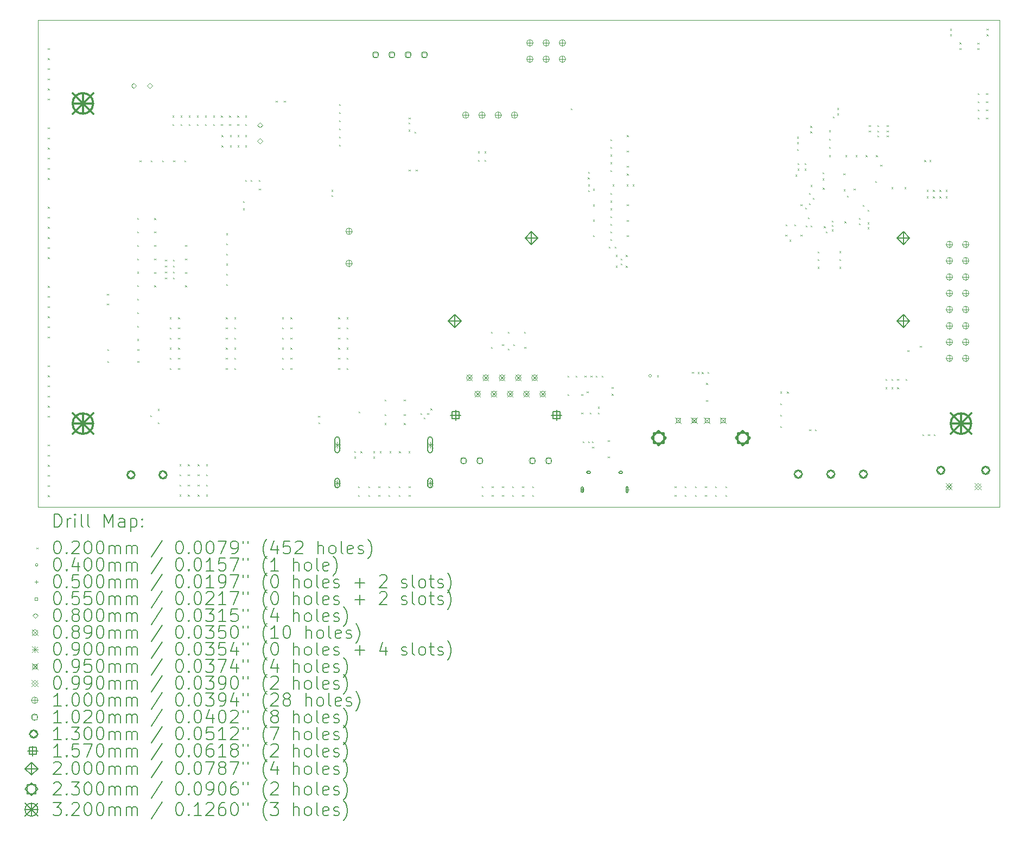
<source format=gbr>
%FSLAX45Y45*%
G04 Gerber Fmt 4.5, Leading zero omitted, Abs format (unit mm)*
G04 Created by KiCad (PCBNEW (5.99.0-10527-gaaffd0c137)) date 2021-08-05 17:11:38*
%MOMM*%
%LPD*%
G01*
G04 APERTURE LIST*
%TA.AperFunction,Profile*%
%ADD10C,0.050000*%
%TD*%
%ADD11C,0.200000*%
%ADD12C,0.020000*%
%ADD13C,0.040000*%
%ADD14C,0.050000*%
%ADD15C,0.055000*%
%ADD16C,0.080000*%
%ADD17C,0.089000*%
%ADD18C,0.090000*%
%ADD19C,0.095000*%
%ADD20C,0.099000*%
%ADD21C,0.100000*%
%ADD22C,0.102000*%
%ADD23C,0.130000*%
%ADD24C,0.157000*%
%ADD25C,0.230000*%
%ADD26C,0.320000*%
G04 APERTURE END LIST*
D10*
X7300000Y-13000000D02*
X22300000Y-13000500D01*
X7300000Y-5400000D02*
X22300000Y-5400000D01*
X7300000Y-13000000D02*
X7300000Y-5400000D01*
X22300000Y-5400000D02*
X22300000Y-13000500D01*
D11*
D12*
X7455000Y-5836000D02*
X7475000Y-5856000D01*
X7475000Y-5836000D02*
X7455000Y-5856000D01*
X7455000Y-5994000D02*
X7475000Y-6014000D01*
X7475000Y-5994000D02*
X7455000Y-6014000D01*
X7455000Y-6152000D02*
X7475000Y-6172000D01*
X7475000Y-6152000D02*
X7455000Y-6172000D01*
X7455000Y-6310000D02*
X7475000Y-6330000D01*
X7475000Y-6310000D02*
X7455000Y-6330000D01*
X7455000Y-6468000D02*
X7475000Y-6488000D01*
X7475000Y-6468000D02*
X7455000Y-6488000D01*
X7455000Y-6626000D02*
X7475000Y-6646000D01*
X7475000Y-6626000D02*
X7455000Y-6646000D01*
X7455000Y-7074400D02*
X7475000Y-7094400D01*
X7475000Y-7074400D02*
X7455000Y-7094400D01*
X7455000Y-7232400D02*
X7475000Y-7252400D01*
X7475000Y-7232400D02*
X7455000Y-7252400D01*
X7455000Y-7548400D02*
X7475000Y-7568400D01*
X7475000Y-7548400D02*
X7455000Y-7568400D01*
X7455000Y-7706400D02*
X7475000Y-7726400D01*
X7475000Y-7706400D02*
X7455000Y-7726400D01*
X7455000Y-7864400D02*
X7475000Y-7884400D01*
X7475000Y-7864400D02*
X7455000Y-7884400D01*
X7455000Y-8312800D02*
X7475000Y-8332800D01*
X7475000Y-8312800D02*
X7455000Y-8332800D01*
X7455000Y-8470800D02*
X7475000Y-8490800D01*
X7475000Y-8470800D02*
X7455000Y-8490800D01*
X7455000Y-8628800D02*
X7475000Y-8648800D01*
X7475000Y-8628800D02*
X7455000Y-8648800D01*
X7455000Y-8786800D02*
X7475000Y-8806800D01*
X7475000Y-8786800D02*
X7455000Y-8806800D01*
X7455000Y-8944800D02*
X7475000Y-8964800D01*
X7475000Y-8944800D02*
X7455000Y-8964800D01*
X7455000Y-9102800D02*
X7475000Y-9122800D01*
X7475000Y-9102800D02*
X7455000Y-9122800D01*
X7455000Y-9551200D02*
X7475000Y-9571200D01*
X7475000Y-9551200D02*
X7455000Y-9571200D01*
X7455000Y-9709200D02*
X7475000Y-9729200D01*
X7475000Y-9709200D02*
X7455000Y-9729200D01*
X7455000Y-10025200D02*
X7475000Y-10045200D01*
X7475000Y-10025200D02*
X7455000Y-10045200D01*
X7455000Y-10183200D02*
X7475000Y-10203200D01*
X7475000Y-10183200D02*
X7455000Y-10203200D01*
X7455000Y-10341200D02*
X7475000Y-10361200D01*
X7475000Y-10341200D02*
X7455000Y-10361200D01*
X7455000Y-10789600D02*
X7475000Y-10809600D01*
X7475000Y-10789600D02*
X7455000Y-10809600D01*
X7455000Y-10947600D02*
X7475000Y-10967600D01*
X7475000Y-10947600D02*
X7455000Y-10967600D01*
X7455000Y-11105600D02*
X7475000Y-11125600D01*
X7475000Y-11105600D02*
X7455000Y-11125600D01*
X7455000Y-11263600D02*
X7475000Y-11283600D01*
X7475000Y-11263600D02*
X7455000Y-11283600D01*
X7455000Y-11421600D02*
X7475000Y-11441600D01*
X7475000Y-11421600D02*
X7455000Y-11441600D01*
X7455000Y-11579600D02*
X7475000Y-11599600D01*
X7475000Y-11579600D02*
X7455000Y-11599600D01*
X7455000Y-12028000D02*
X7475000Y-12048000D01*
X7475000Y-12028000D02*
X7455000Y-12048000D01*
X7455000Y-12186000D02*
X7475000Y-12206000D01*
X7475000Y-12186000D02*
X7455000Y-12206000D01*
X7455000Y-12502000D02*
X7475000Y-12522000D01*
X7475000Y-12502000D02*
X7455000Y-12522000D01*
X7455000Y-12660000D02*
X7475000Y-12680000D01*
X7475000Y-12660000D02*
X7455000Y-12680000D01*
X7455000Y-12818000D02*
X7475000Y-12838000D01*
X7475000Y-12818000D02*
X7455000Y-12838000D01*
X7455000Y-7390400D02*
X7475000Y-7410400D01*
X7475000Y-7390400D02*
X7455000Y-7410400D01*
X7455000Y-9867200D02*
X7475000Y-9887200D01*
X7475000Y-9867200D02*
X7455000Y-9887200D01*
X7455000Y-12344000D02*
X7475000Y-12364000D01*
X7475000Y-12344000D02*
X7455000Y-12364000D01*
X8378000Y-9674000D02*
X8398000Y-9694000D01*
X8398000Y-9674000D02*
X8378000Y-9694000D01*
X8378000Y-9825000D02*
X8398000Y-9845000D01*
X8398000Y-9825000D02*
X8378000Y-9845000D01*
X8384000Y-10536000D02*
X8404000Y-10556000D01*
X8404000Y-10536000D02*
X8384000Y-10556000D01*
X8384000Y-10722000D02*
X8404000Y-10742000D01*
X8404000Y-10722000D02*
X8384000Y-10742000D01*
X8850000Y-8490000D02*
X8870000Y-8510000D01*
X8870000Y-8490000D02*
X8850000Y-8510000D01*
X8850000Y-8700000D02*
X8870000Y-8720000D01*
X8870000Y-8700000D02*
X8850000Y-8720000D01*
X8850000Y-8910000D02*
X8870000Y-8930000D01*
X8870000Y-8910000D02*
X8850000Y-8930000D01*
X8850000Y-9120000D02*
X8870000Y-9140000D01*
X8870000Y-9120000D02*
X8850000Y-9140000D01*
X8850000Y-9330000D02*
X8870000Y-9350000D01*
X8870000Y-9330000D02*
X8850000Y-9350000D01*
X8850000Y-9540000D02*
X8870000Y-9560000D01*
X8870000Y-9540000D02*
X8850000Y-9560000D01*
X8850000Y-9750000D02*
X8870000Y-9770000D01*
X8870000Y-9750000D02*
X8850000Y-9770000D01*
X8850000Y-9960000D02*
X8870000Y-9980000D01*
X8870000Y-9960000D02*
X8850000Y-9980000D01*
X8850000Y-10170000D02*
X8870000Y-10190000D01*
X8870000Y-10170000D02*
X8850000Y-10190000D01*
X8850000Y-10380000D02*
X8870000Y-10400000D01*
X8870000Y-10380000D02*
X8850000Y-10400000D01*
X8852000Y-10538000D02*
X8872000Y-10558000D01*
X8872000Y-10538000D02*
X8852000Y-10558000D01*
X8852000Y-10724000D02*
X8872000Y-10744000D01*
X8872000Y-10724000D02*
X8852000Y-10744000D01*
X8885000Y-7592000D02*
X8905000Y-7612000D01*
X8905000Y-7592000D02*
X8885000Y-7612000D01*
X9049000Y-11572000D02*
X9069000Y-11592000D01*
X9069000Y-11572000D02*
X9049000Y-11592000D01*
X9060000Y-7592000D02*
X9080000Y-7612000D01*
X9080000Y-7592000D02*
X9060000Y-7612000D01*
X9113000Y-8492000D02*
X9133000Y-8512000D01*
X9133000Y-8492000D02*
X9113000Y-8512000D01*
X9113000Y-8702000D02*
X9133000Y-8722000D01*
X9133000Y-8702000D02*
X9113000Y-8722000D01*
X9113000Y-8912000D02*
X9133000Y-8932000D01*
X9133000Y-8912000D02*
X9113000Y-8932000D01*
X9113000Y-9122000D02*
X9133000Y-9142000D01*
X9133000Y-9122000D02*
X9113000Y-9142000D01*
X9113000Y-9332000D02*
X9133000Y-9352000D01*
X9133000Y-9332000D02*
X9113000Y-9352000D01*
X9113000Y-9542000D02*
X9133000Y-9562000D01*
X9133000Y-9542000D02*
X9113000Y-9562000D01*
X9170000Y-11471000D02*
X9190000Y-11491000D01*
X9190000Y-11471000D02*
X9170000Y-11491000D01*
X9170000Y-11681000D02*
X9190000Y-11701000D01*
X9190000Y-11681000D02*
X9170000Y-11701000D01*
X9235000Y-7592000D02*
X9255000Y-7612000D01*
X9255000Y-7592000D02*
X9235000Y-7612000D01*
X9285000Y-9138667D02*
X9305000Y-9158667D01*
X9305000Y-9138667D02*
X9285000Y-9158667D01*
X9285000Y-9418667D02*
X9305000Y-9438667D01*
X9305000Y-9418667D02*
X9285000Y-9438667D01*
X9285000Y-9232000D02*
X9305000Y-9252000D01*
X9305000Y-9232000D02*
X9285000Y-9252000D01*
X9285000Y-9325333D02*
X9305000Y-9345333D01*
X9305000Y-9325333D02*
X9285000Y-9345333D01*
X9353500Y-10042000D02*
X9373500Y-10062000D01*
X9373500Y-10042000D02*
X9353500Y-10062000D01*
X9353500Y-10200000D02*
X9373500Y-10220000D01*
X9373500Y-10200000D02*
X9353500Y-10220000D01*
X9353500Y-10358000D02*
X9373500Y-10378000D01*
X9373500Y-10358000D02*
X9353500Y-10378000D01*
X9353500Y-10516000D02*
X9373500Y-10536000D01*
X9373500Y-10516000D02*
X9353500Y-10536000D01*
X9353500Y-10674000D02*
X9373500Y-10694000D01*
X9373500Y-10674000D02*
X9353500Y-10694000D01*
X9353500Y-10832000D02*
X9373500Y-10852000D01*
X9373500Y-10832000D02*
X9353500Y-10852000D01*
X9399000Y-6892000D02*
X9419000Y-6912000D01*
X9419000Y-6892000D02*
X9399000Y-6912000D01*
X9399000Y-7022000D02*
X9419000Y-7042000D01*
X9419000Y-7022000D02*
X9399000Y-7042000D01*
X9405000Y-9232000D02*
X9425000Y-9252000D01*
X9425000Y-9232000D02*
X9405000Y-9252000D01*
X9405000Y-9325333D02*
X9425000Y-9345333D01*
X9425000Y-9325333D02*
X9405000Y-9345333D01*
X9405000Y-9138667D02*
X9425000Y-9158667D01*
X9425000Y-9138667D02*
X9405000Y-9158667D01*
X9405000Y-9418667D02*
X9425000Y-9438667D01*
X9425000Y-9418667D02*
X9405000Y-9438667D01*
X9410000Y-7592000D02*
X9430000Y-7612000D01*
X9430000Y-7592000D02*
X9410000Y-7612000D01*
X9486000Y-10042000D02*
X9506000Y-10062000D01*
X9506000Y-10042000D02*
X9486000Y-10062000D01*
X9486000Y-10200000D02*
X9506000Y-10220000D01*
X9506000Y-10200000D02*
X9486000Y-10220000D01*
X9486000Y-10358000D02*
X9506000Y-10378000D01*
X9506000Y-10358000D02*
X9486000Y-10378000D01*
X9486000Y-10516000D02*
X9506000Y-10536000D01*
X9506000Y-10516000D02*
X9486000Y-10536000D01*
X9486000Y-10674000D02*
X9506000Y-10694000D01*
X9506000Y-10674000D02*
X9486000Y-10694000D01*
X9486000Y-10832000D02*
X9506000Y-10852000D01*
X9506000Y-10832000D02*
X9486000Y-10852000D01*
X9505500Y-12335000D02*
X9525500Y-12355000D01*
X9525500Y-12335000D02*
X9505500Y-12355000D01*
X9505500Y-12493000D02*
X9525500Y-12513000D01*
X9525500Y-12493000D02*
X9505500Y-12513000D01*
X9505500Y-12651000D02*
X9525500Y-12671000D01*
X9525500Y-12651000D02*
X9505500Y-12671000D01*
X9505500Y-12809000D02*
X9525500Y-12829000D01*
X9525500Y-12809000D02*
X9505500Y-12829000D01*
X9525000Y-6892000D02*
X9545000Y-6912000D01*
X9545000Y-6892000D02*
X9525000Y-6912000D01*
X9525000Y-7022000D02*
X9545000Y-7042000D01*
X9545000Y-7022000D02*
X9525000Y-7042000D01*
X9585000Y-7592000D02*
X9605000Y-7612000D01*
X9605000Y-7592000D02*
X9585000Y-7612000D01*
X9596000Y-8913000D02*
X9616000Y-8933000D01*
X9616000Y-8913000D02*
X9596000Y-8933000D01*
X9596000Y-9123000D02*
X9616000Y-9143000D01*
X9616000Y-9123000D02*
X9596000Y-9143000D01*
X9596000Y-9333000D02*
X9616000Y-9353000D01*
X9616000Y-9333000D02*
X9596000Y-9353000D01*
X9596000Y-9543000D02*
X9616000Y-9563000D01*
X9616000Y-9543000D02*
X9596000Y-9563000D01*
X9638000Y-12335000D02*
X9658000Y-12355000D01*
X9658000Y-12335000D02*
X9638000Y-12355000D01*
X9638000Y-12493000D02*
X9658000Y-12513000D01*
X9658000Y-12493000D02*
X9638000Y-12513000D01*
X9638000Y-12651000D02*
X9658000Y-12671000D01*
X9658000Y-12651000D02*
X9638000Y-12671000D01*
X9638000Y-12809000D02*
X9658000Y-12829000D01*
X9658000Y-12809000D02*
X9638000Y-12829000D01*
X9651000Y-6892000D02*
X9671000Y-6912000D01*
X9671000Y-6892000D02*
X9651000Y-6912000D01*
X9651000Y-7022000D02*
X9671000Y-7042000D01*
X9671000Y-7022000D02*
X9651000Y-7042000D01*
X9777000Y-6892000D02*
X9797000Y-6912000D01*
X9797000Y-6892000D02*
X9777000Y-6912000D01*
X9777000Y-7022000D02*
X9797000Y-7042000D01*
X9797000Y-7022000D02*
X9777000Y-7042000D01*
X9791500Y-12335000D02*
X9811500Y-12355000D01*
X9811500Y-12335000D02*
X9791500Y-12355000D01*
X9791500Y-12493000D02*
X9811500Y-12513000D01*
X9811500Y-12493000D02*
X9791500Y-12513000D01*
X9791500Y-12651000D02*
X9811500Y-12671000D01*
X9811500Y-12651000D02*
X9791500Y-12671000D01*
X9791500Y-12809000D02*
X9811500Y-12829000D01*
X9811500Y-12809000D02*
X9791500Y-12829000D01*
X9905000Y-6892000D02*
X9925000Y-6912000D01*
X9925000Y-6892000D02*
X9905000Y-6912000D01*
X9905000Y-7022000D02*
X9925000Y-7042000D01*
X9925000Y-7022000D02*
X9905000Y-7042000D01*
X9924000Y-12335000D02*
X9944000Y-12355000D01*
X9944000Y-12335000D02*
X9924000Y-12355000D01*
X9924000Y-12493000D02*
X9944000Y-12513000D01*
X9944000Y-12493000D02*
X9924000Y-12513000D01*
X9924000Y-12651000D02*
X9944000Y-12671000D01*
X9944000Y-12651000D02*
X9924000Y-12671000D01*
X9924000Y-12809000D02*
X9944000Y-12829000D01*
X9944000Y-12809000D02*
X9924000Y-12829000D01*
X10031000Y-6892000D02*
X10051000Y-6912000D01*
X10051000Y-6892000D02*
X10031000Y-6912000D01*
X10031000Y-7022000D02*
X10051000Y-7042000D01*
X10051000Y-7022000D02*
X10031000Y-7042000D01*
X10157000Y-6892000D02*
X10177000Y-6912000D01*
X10177000Y-6892000D02*
X10157000Y-6912000D01*
X10157000Y-7022000D02*
X10177000Y-7042000D01*
X10177000Y-7022000D02*
X10157000Y-7042000D01*
X10164000Y-7197000D02*
X10184000Y-7217000D01*
X10184000Y-7197000D02*
X10164000Y-7217000D01*
X10164000Y-7357000D02*
X10184000Y-7377000D01*
X10184000Y-7357000D02*
X10164000Y-7377000D01*
X10230833Y-10042000D02*
X10250833Y-10062000D01*
X10250833Y-10042000D02*
X10230833Y-10062000D01*
X10230833Y-10200000D02*
X10250833Y-10220000D01*
X10250833Y-10200000D02*
X10230833Y-10220000D01*
X10230833Y-10358000D02*
X10250833Y-10378000D01*
X10250833Y-10358000D02*
X10230833Y-10378000D01*
X10230833Y-10516000D02*
X10250833Y-10536000D01*
X10250833Y-10516000D02*
X10230833Y-10536000D01*
X10230833Y-10674000D02*
X10250833Y-10694000D01*
X10250833Y-10674000D02*
X10230833Y-10694000D01*
X10230833Y-10832000D02*
X10250833Y-10852000D01*
X10250833Y-10832000D02*
X10230833Y-10852000D01*
X10234000Y-8728000D02*
X10254000Y-8748000D01*
X10254000Y-8728000D02*
X10234000Y-8748000D01*
X10234000Y-8886000D02*
X10254000Y-8906000D01*
X10254000Y-8886000D02*
X10234000Y-8906000D01*
X10234000Y-9044000D02*
X10254000Y-9064000D01*
X10254000Y-9044000D02*
X10234000Y-9064000D01*
X10234000Y-9202000D02*
X10254000Y-9222000D01*
X10254000Y-9202000D02*
X10234000Y-9222000D01*
X10234000Y-9360000D02*
X10254000Y-9380000D01*
X10254000Y-9360000D02*
X10234000Y-9380000D01*
X10234000Y-9518000D02*
X10254000Y-9538000D01*
X10254000Y-9518000D02*
X10234000Y-9538000D01*
X10283000Y-6892000D02*
X10303000Y-6912000D01*
X10303000Y-6892000D02*
X10283000Y-6912000D01*
X10283000Y-7022000D02*
X10303000Y-7042000D01*
X10303000Y-7022000D02*
X10283000Y-7042000D01*
X10294000Y-7197000D02*
X10314000Y-7217000D01*
X10314000Y-7197000D02*
X10294000Y-7217000D01*
X10294000Y-7357000D02*
X10314000Y-7377000D01*
X10314000Y-7357000D02*
X10294000Y-7377000D01*
X10363333Y-10042000D02*
X10383333Y-10062000D01*
X10383333Y-10042000D02*
X10363333Y-10062000D01*
X10363333Y-10200000D02*
X10383333Y-10220000D01*
X10383333Y-10200000D02*
X10363333Y-10220000D01*
X10363333Y-10358000D02*
X10383333Y-10378000D01*
X10383333Y-10358000D02*
X10363333Y-10378000D01*
X10363333Y-10516000D02*
X10383333Y-10536000D01*
X10383333Y-10516000D02*
X10363333Y-10536000D01*
X10363333Y-10674000D02*
X10383333Y-10694000D01*
X10383333Y-10674000D02*
X10363333Y-10694000D01*
X10363333Y-10832000D02*
X10383333Y-10852000D01*
X10383333Y-10832000D02*
X10363333Y-10852000D01*
X10409000Y-6892000D02*
X10429000Y-6912000D01*
X10429000Y-6892000D02*
X10409000Y-6912000D01*
X10409000Y-7022000D02*
X10429000Y-7042000D01*
X10429000Y-7022000D02*
X10409000Y-7042000D01*
X10414000Y-7197000D02*
X10434000Y-7217000D01*
X10434000Y-7197000D02*
X10414000Y-7217000D01*
X10414000Y-7357000D02*
X10434000Y-7377000D01*
X10434000Y-7357000D02*
X10414000Y-7377000D01*
X10499000Y-8341000D02*
X10519000Y-8361000D01*
X10519000Y-8341000D02*
X10499000Y-8361000D01*
X10500000Y-8225000D02*
X10520000Y-8245000D01*
X10520000Y-8225000D02*
X10500000Y-8245000D01*
X10534000Y-7197000D02*
X10554000Y-7217000D01*
X10554000Y-7197000D02*
X10534000Y-7217000D01*
X10534000Y-7357000D02*
X10554000Y-7377000D01*
X10554000Y-7357000D02*
X10534000Y-7377000D01*
X10534000Y-7895000D02*
X10554000Y-7915000D01*
X10554000Y-7895000D02*
X10534000Y-7915000D01*
X10535000Y-6892000D02*
X10555000Y-6912000D01*
X10555000Y-6892000D02*
X10535000Y-6912000D01*
X10535000Y-7022000D02*
X10555000Y-7042000D01*
X10555000Y-7022000D02*
X10535000Y-7042000D01*
X10616000Y-7895000D02*
X10636000Y-7915000D01*
X10636000Y-7895000D02*
X10616000Y-7915000D01*
X10746000Y-7895000D02*
X10766000Y-7915000D01*
X10766000Y-7895000D02*
X10746000Y-7915000D01*
X10747000Y-8033000D02*
X10767000Y-8053000D01*
X10767000Y-8033000D02*
X10747000Y-8053000D01*
X11010000Y-6660000D02*
X11030000Y-6680000D01*
X11030000Y-6660000D02*
X11010000Y-6680000D01*
X11108167Y-10042000D02*
X11128167Y-10062000D01*
X11128167Y-10042000D02*
X11108167Y-10062000D01*
X11108167Y-10200000D02*
X11128167Y-10220000D01*
X11128167Y-10200000D02*
X11108167Y-10220000D01*
X11108167Y-10358000D02*
X11128167Y-10378000D01*
X11128167Y-10358000D02*
X11108167Y-10378000D01*
X11108167Y-10516000D02*
X11128167Y-10536000D01*
X11128167Y-10516000D02*
X11108167Y-10536000D01*
X11108167Y-10674000D02*
X11128167Y-10694000D01*
X11128167Y-10674000D02*
X11108167Y-10694000D01*
X11108167Y-10832000D02*
X11128167Y-10852000D01*
X11128167Y-10832000D02*
X11108167Y-10852000D01*
X11137000Y-6660000D02*
X11157000Y-6680000D01*
X11157000Y-6660000D02*
X11137000Y-6680000D01*
X11240667Y-10042000D02*
X11260667Y-10062000D01*
X11260667Y-10042000D02*
X11240667Y-10062000D01*
X11240667Y-10200000D02*
X11260667Y-10220000D01*
X11260667Y-10200000D02*
X11240667Y-10220000D01*
X11240667Y-10358000D02*
X11260667Y-10378000D01*
X11260667Y-10358000D02*
X11240667Y-10378000D01*
X11240667Y-10516000D02*
X11260667Y-10536000D01*
X11260667Y-10516000D02*
X11240667Y-10536000D01*
X11240667Y-10674000D02*
X11260667Y-10694000D01*
X11260667Y-10674000D02*
X11240667Y-10694000D01*
X11240667Y-10832000D02*
X11260667Y-10852000D01*
X11260667Y-10832000D02*
X11240667Y-10852000D01*
X11672000Y-11576000D02*
X11692000Y-11596000D01*
X11692000Y-11576000D02*
X11672000Y-11596000D01*
X11673000Y-11681000D02*
X11693000Y-11701000D01*
X11693000Y-11681000D02*
X11673000Y-11701000D01*
X11879000Y-8052000D02*
X11899000Y-8072000D01*
X11899000Y-8052000D02*
X11879000Y-8072000D01*
X11880000Y-8134000D02*
X11900000Y-8154000D01*
X11900000Y-8134000D02*
X11880000Y-8154000D01*
X11985500Y-10042000D02*
X12005500Y-10062000D01*
X12005500Y-10042000D02*
X11985500Y-10062000D01*
X11985500Y-10200000D02*
X12005500Y-10220000D01*
X12005500Y-10200000D02*
X11985500Y-10220000D01*
X11985500Y-10358000D02*
X12005500Y-10378000D01*
X12005500Y-10358000D02*
X11985500Y-10378000D01*
X11985500Y-10516000D02*
X12005500Y-10536000D01*
X12005500Y-10516000D02*
X11985500Y-10536000D01*
X11985500Y-10674000D02*
X12005500Y-10694000D01*
X12005500Y-10674000D02*
X11985500Y-10694000D01*
X11985500Y-10832000D02*
X12005500Y-10852000D01*
X12005500Y-10832000D02*
X11985500Y-10852000D01*
X11995000Y-6712000D02*
X12015000Y-6732000D01*
X12015000Y-6712000D02*
X11995000Y-6732000D01*
X11995000Y-6838000D02*
X12015000Y-6858000D01*
X12015000Y-6838000D02*
X11995000Y-6858000D01*
X11995000Y-6964000D02*
X12015000Y-6984000D01*
X12015000Y-6964000D02*
X11995000Y-6984000D01*
X11995000Y-7090000D02*
X12015000Y-7110000D01*
X12015000Y-7090000D02*
X11995000Y-7110000D01*
X11995000Y-7216000D02*
X12015000Y-7236000D01*
X12015000Y-7216000D02*
X11995000Y-7236000D01*
X11995000Y-7342000D02*
X12015000Y-7362000D01*
X12015000Y-7342000D02*
X11995000Y-7362000D01*
X12118000Y-10042000D02*
X12138000Y-10062000D01*
X12138000Y-10042000D02*
X12118000Y-10062000D01*
X12118000Y-10200000D02*
X12138000Y-10220000D01*
X12138000Y-10200000D02*
X12118000Y-10220000D01*
X12118000Y-10358000D02*
X12138000Y-10378000D01*
X12138000Y-10358000D02*
X12118000Y-10378000D01*
X12118000Y-10516000D02*
X12138000Y-10536000D01*
X12138000Y-10516000D02*
X12118000Y-10536000D01*
X12118000Y-10674000D02*
X12138000Y-10694000D01*
X12138000Y-10674000D02*
X12118000Y-10694000D01*
X12118000Y-10832000D02*
X12138000Y-10852000D01*
X12138000Y-10832000D02*
X12118000Y-10852000D01*
X12232000Y-12218000D02*
X12252000Y-12238000D01*
X12252000Y-12218000D02*
X12232000Y-12238000D01*
X12233000Y-12129000D02*
X12253000Y-12149000D01*
X12253000Y-12129000D02*
X12233000Y-12149000D01*
X12294000Y-12681000D02*
X12314000Y-12701000D01*
X12314000Y-12681000D02*
X12294000Y-12701000D01*
X12294000Y-12813500D02*
X12314000Y-12833500D01*
X12314000Y-12813500D02*
X12294000Y-12833500D01*
X12304000Y-11512000D02*
X12324000Y-11532000D01*
X12324000Y-11512000D02*
X12304000Y-11532000D01*
X12332000Y-12132000D02*
X12352000Y-12152000D01*
X12352000Y-12132000D02*
X12332000Y-12152000D01*
X12452000Y-12681000D02*
X12472000Y-12701000D01*
X12472000Y-12681000D02*
X12452000Y-12701000D01*
X12452000Y-12813500D02*
X12472000Y-12833500D01*
X12472000Y-12813500D02*
X12452000Y-12833500D01*
X12533000Y-12132000D02*
X12553000Y-12152000D01*
X12553000Y-12132000D02*
X12533000Y-12152000D01*
X12533000Y-12218000D02*
X12553000Y-12238000D01*
X12553000Y-12218000D02*
X12533000Y-12238000D01*
X12610000Y-12681000D02*
X12630000Y-12701000D01*
X12630000Y-12681000D02*
X12610000Y-12701000D01*
X12610000Y-12813500D02*
X12630000Y-12833500D01*
X12630000Y-12813500D02*
X12610000Y-12833500D01*
X12633000Y-12132000D02*
X12653000Y-12152000D01*
X12653000Y-12132000D02*
X12633000Y-12152000D01*
X12708000Y-11324000D02*
X12728000Y-11344000D01*
X12728000Y-11324000D02*
X12708000Y-11344000D01*
X12708000Y-11553000D02*
X12728000Y-11573000D01*
X12728000Y-11553000D02*
X12708000Y-11573000D01*
X12708000Y-11691000D02*
X12728000Y-11711000D01*
X12728000Y-11691000D02*
X12708000Y-11711000D01*
X12768000Y-12681000D02*
X12788000Y-12701000D01*
X12788000Y-12681000D02*
X12768000Y-12701000D01*
X12768000Y-12813500D02*
X12788000Y-12833500D01*
X12788000Y-12813500D02*
X12768000Y-12833500D01*
X12783000Y-12132000D02*
X12803000Y-12152000D01*
X12803000Y-12132000D02*
X12783000Y-12152000D01*
X12926000Y-12681000D02*
X12946000Y-12701000D01*
X12946000Y-12681000D02*
X12926000Y-12701000D01*
X12926000Y-12813500D02*
X12946000Y-12833500D01*
X12946000Y-12813500D02*
X12926000Y-12833500D01*
X12932000Y-12132000D02*
X12952000Y-12152000D01*
X12952000Y-12132000D02*
X12932000Y-12152000D01*
X13008000Y-11325000D02*
X13028000Y-11345000D01*
X13028000Y-11325000D02*
X13008000Y-11345000D01*
X13008000Y-11552000D02*
X13028000Y-11572000D01*
X13028000Y-11552000D02*
X13008000Y-11572000D01*
X13008000Y-11692000D02*
X13028000Y-11712000D01*
X13028000Y-11692000D02*
X13008000Y-11712000D01*
X13083000Y-7000000D02*
X13103000Y-7020000D01*
X13103000Y-7000000D02*
X13083000Y-7020000D01*
X13083000Y-7113000D02*
X13103000Y-7133000D01*
X13103000Y-7113000D02*
X13083000Y-7133000D01*
X13083000Y-12132000D02*
X13103000Y-12152000D01*
X13103000Y-12132000D02*
X13083000Y-12152000D01*
X13084000Y-6919000D02*
X13104000Y-6939000D01*
X13104000Y-6919000D02*
X13084000Y-6939000D01*
X13084000Y-12681000D02*
X13104000Y-12701000D01*
X13104000Y-12681000D02*
X13084000Y-12701000D01*
X13084000Y-12813500D02*
X13104000Y-12833500D01*
X13104000Y-12813500D02*
X13084000Y-12833500D01*
X13085000Y-7732000D02*
X13105000Y-7752000D01*
X13105000Y-7732000D02*
X13085000Y-7752000D01*
X13175000Y-7144000D02*
X13195000Y-7164000D01*
X13195000Y-7144000D02*
X13175000Y-7164000D01*
X13195000Y-7732000D02*
X13215000Y-7752000D01*
X13215000Y-7732000D02*
X13195000Y-7752000D01*
X13268000Y-11535000D02*
X13288000Y-11555000D01*
X13288000Y-11535000D02*
X13268000Y-11555000D01*
X13320000Y-11605000D02*
X13340000Y-11625000D01*
X13340000Y-11605000D02*
X13320000Y-11625000D01*
X13372000Y-11535000D02*
X13392000Y-11555000D01*
X13392000Y-11535000D02*
X13372000Y-11555000D01*
X13425000Y-11464000D02*
X13445000Y-11484000D01*
X13445000Y-11464000D02*
X13425000Y-11484000D01*
X14165000Y-7452000D02*
X14185000Y-7472000D01*
X14185000Y-7452000D02*
X14165000Y-7472000D01*
X14165000Y-7582000D02*
X14185000Y-7602000D01*
X14185000Y-7582000D02*
X14165000Y-7602000D01*
X14224000Y-12681000D02*
X14244000Y-12701000D01*
X14244000Y-12681000D02*
X14224000Y-12701000D01*
X14224000Y-12813500D02*
X14244000Y-12833500D01*
X14244000Y-12813500D02*
X14224000Y-12833500D01*
X14265000Y-7452000D02*
X14285000Y-7472000D01*
X14285000Y-7452000D02*
X14265000Y-7472000D01*
X14265000Y-7582000D02*
X14285000Y-7602000D01*
X14285000Y-7582000D02*
X14265000Y-7602000D01*
X14369000Y-10264000D02*
X14389000Y-10284000D01*
X14389000Y-10264000D02*
X14369000Y-10284000D01*
X14370000Y-10504000D02*
X14390000Y-10524000D01*
X14390000Y-10504000D02*
X14370000Y-10524000D01*
X14382000Y-12681000D02*
X14402000Y-12701000D01*
X14402000Y-12681000D02*
X14382000Y-12701000D01*
X14382000Y-12813500D02*
X14402000Y-12833500D01*
X14402000Y-12813500D02*
X14382000Y-12833500D01*
X14540000Y-12681000D02*
X14560000Y-12701000D01*
X14560000Y-12681000D02*
X14540000Y-12701000D01*
X14540000Y-12813500D02*
X14560000Y-12833500D01*
X14560000Y-12813500D02*
X14540000Y-12833500D01*
X14542000Y-10460000D02*
X14562000Y-10480000D01*
X14562000Y-10460000D02*
X14542000Y-10480000D01*
X14630000Y-10264000D02*
X14650000Y-10284000D01*
X14650000Y-10264000D02*
X14630000Y-10284000D01*
X14630000Y-10529000D02*
X14650000Y-10549000D01*
X14650000Y-10529000D02*
X14630000Y-10549000D01*
X14698000Y-12681000D02*
X14718000Y-12701000D01*
X14718000Y-12681000D02*
X14698000Y-12701000D01*
X14698000Y-12813500D02*
X14718000Y-12833500D01*
X14718000Y-12813500D02*
X14698000Y-12833500D01*
X14716000Y-10460000D02*
X14736000Y-10480000D01*
X14736000Y-10460000D02*
X14716000Y-10480000D01*
X14856000Y-12681000D02*
X14876000Y-12701000D01*
X14876000Y-12681000D02*
X14856000Y-12701000D01*
X14856000Y-12813500D02*
X14876000Y-12833500D01*
X14876000Y-12813500D02*
X14856000Y-12833500D01*
X14887000Y-10265000D02*
X14907000Y-10285000D01*
X14907000Y-10265000D02*
X14887000Y-10285000D01*
X14888000Y-10505000D02*
X14908000Y-10525000D01*
X14908000Y-10505000D02*
X14888000Y-10525000D01*
X15014000Y-12681000D02*
X15034000Y-12701000D01*
X15034000Y-12681000D02*
X15014000Y-12701000D01*
X15014000Y-12813500D02*
X15034000Y-12833500D01*
X15034000Y-12813500D02*
X15014000Y-12833500D01*
X15561000Y-10951000D02*
X15581000Y-10971000D01*
X15581000Y-10951000D02*
X15561000Y-10971000D01*
X15562000Y-11237000D02*
X15582000Y-11257000D01*
X15582000Y-11237000D02*
X15562000Y-11257000D01*
X15610000Y-6777000D02*
X15630000Y-6797000D01*
X15630000Y-6777000D02*
X15610000Y-6797000D01*
X15686000Y-10953000D02*
X15706000Y-10973000D01*
X15706000Y-10953000D02*
X15686000Y-10973000D01*
X15778000Y-11237000D02*
X15798000Y-11257000D01*
X15798000Y-11237000D02*
X15778000Y-11257000D01*
X15778000Y-11527000D02*
X15798000Y-11547000D01*
X15798000Y-11527000D02*
X15778000Y-11547000D01*
X15797000Y-11977000D02*
X15817000Y-11997000D01*
X15817000Y-11977000D02*
X15797000Y-11997000D01*
X15829000Y-10951000D02*
X15849000Y-10971000D01*
X15849000Y-10951000D02*
X15829000Y-10971000D01*
X15862000Y-11196000D02*
X15882000Y-11216000D01*
X15882000Y-11196000D02*
X15862000Y-11216000D01*
X15879000Y-7857000D02*
X15899000Y-7877000D01*
X15899000Y-7857000D02*
X15879000Y-7877000D01*
X15881000Y-7770000D02*
X15901000Y-7790000D01*
X15901000Y-7770000D02*
X15881000Y-7790000D01*
X15881000Y-7967000D02*
X15901000Y-7987000D01*
X15901000Y-7967000D02*
X15881000Y-7987000D01*
X15881000Y-8057000D02*
X15901000Y-8077000D01*
X15901000Y-8057000D02*
X15881000Y-8077000D01*
X15881650Y-11975000D02*
X15901650Y-11995000D01*
X15901650Y-11975000D02*
X15881650Y-11995000D01*
X15908000Y-11527000D02*
X15928000Y-11547000D01*
X15928000Y-11527000D02*
X15908000Y-11547000D01*
X15922000Y-10953000D02*
X15942000Y-10973000D01*
X15942000Y-10953000D02*
X15922000Y-10973000D01*
X15944350Y-11975000D02*
X15964350Y-11995000D01*
X15964350Y-11975000D02*
X15944350Y-11995000D01*
X15946000Y-12062000D02*
X15966000Y-12082000D01*
X15966000Y-12062000D02*
X15946000Y-12082000D01*
X15957500Y-8517500D02*
X15977500Y-8537500D01*
X15977500Y-8517500D02*
X15957500Y-8537500D01*
X15957500Y-8757500D02*
X15977500Y-8777500D01*
X15977500Y-8757500D02*
X15957500Y-8777500D01*
X15960000Y-8035000D02*
X15980000Y-8055000D01*
X15980000Y-8035000D02*
X15960000Y-8055000D01*
X15960000Y-8280000D02*
X15980000Y-8300000D01*
X15980000Y-8280000D02*
X15960000Y-8300000D01*
X16002000Y-10952000D02*
X16022000Y-10972000D01*
X16022000Y-10952000D02*
X16002000Y-10972000D01*
X16038000Y-11438000D02*
X16058000Y-11458000D01*
X16058000Y-11438000D02*
X16038000Y-11458000D01*
X16038000Y-11527000D02*
X16058000Y-11547000D01*
X16058000Y-11527000D02*
X16038000Y-11547000D01*
X16094000Y-10951000D02*
X16114000Y-10971000D01*
X16114000Y-10951000D02*
X16094000Y-10971000D01*
X16192000Y-11957000D02*
X16212000Y-11977000D01*
X16212000Y-11957000D02*
X16192000Y-11977000D01*
X16193000Y-12214000D02*
X16213000Y-12234000D01*
X16213000Y-12214000D02*
X16193000Y-12234000D01*
X16205000Y-8937000D02*
X16225000Y-8957000D01*
X16225000Y-8937000D02*
X16205000Y-8957000D01*
X16230000Y-7260000D02*
X16250000Y-7280000D01*
X16250000Y-7260000D02*
X16230000Y-7280000D01*
X16230000Y-7380000D02*
X16250000Y-7400000D01*
X16250000Y-7380000D02*
X16230000Y-7400000D01*
X16230000Y-7500000D02*
X16250000Y-7520000D01*
X16250000Y-7500000D02*
X16230000Y-7520000D01*
X16230000Y-7620000D02*
X16250000Y-7640000D01*
X16250000Y-7620000D02*
X16230000Y-7640000D01*
X16230000Y-7740000D02*
X16250000Y-7760000D01*
X16250000Y-7740000D02*
X16230000Y-7760000D01*
X16230000Y-8100000D02*
X16250000Y-8120000D01*
X16250000Y-8100000D02*
X16230000Y-8120000D01*
X16230000Y-8220000D02*
X16250000Y-8240000D01*
X16250000Y-8220000D02*
X16230000Y-8240000D01*
X16230000Y-8340000D02*
X16250000Y-8360000D01*
X16250000Y-8340000D02*
X16230000Y-8360000D01*
X16230000Y-8460000D02*
X16250000Y-8480000D01*
X16250000Y-8460000D02*
X16230000Y-8480000D01*
X16230000Y-8580000D02*
X16250000Y-8600000D01*
X16250000Y-8580000D02*
X16230000Y-8600000D01*
X16230000Y-8700000D02*
X16250000Y-8720000D01*
X16250000Y-8700000D02*
X16230000Y-8720000D01*
X16230000Y-8820000D02*
X16250000Y-8840000D01*
X16250000Y-8820000D02*
X16230000Y-8840000D01*
X16251000Y-11128000D02*
X16271000Y-11148000D01*
X16271000Y-11128000D02*
X16251000Y-11148000D01*
X16252000Y-11234000D02*
X16272000Y-11254000D01*
X16272000Y-11234000D02*
X16252000Y-11254000D01*
X16267000Y-7968000D02*
X16287000Y-7988000D01*
X16287000Y-7968000D02*
X16267000Y-7988000D01*
X16299000Y-8937000D02*
X16319000Y-8957000D01*
X16319000Y-8937000D02*
X16299000Y-8957000D01*
X16314000Y-9069000D02*
X16334000Y-9089000D01*
X16334000Y-9069000D02*
X16314000Y-9089000D01*
X16315000Y-9237000D02*
X16335000Y-9257000D01*
X16335000Y-9237000D02*
X16315000Y-9257000D01*
X16394000Y-9120000D02*
X16414000Y-9140000D01*
X16414000Y-9120000D02*
X16394000Y-9140000D01*
X16394000Y-9200000D02*
X16414000Y-9220000D01*
X16414000Y-9200000D02*
X16394000Y-9220000D01*
X16471000Y-9069000D02*
X16491000Y-9089000D01*
X16491000Y-9069000D02*
X16471000Y-9089000D01*
X16472000Y-9237000D02*
X16492000Y-9257000D01*
X16492000Y-9237000D02*
X16472000Y-9257000D01*
X16487000Y-7968000D02*
X16507000Y-7988000D01*
X16507000Y-7968000D02*
X16487000Y-7988000D01*
X16487500Y-7197500D02*
X16507500Y-7217500D01*
X16507500Y-7197500D02*
X16487500Y-7217500D01*
X16487500Y-7437500D02*
X16507500Y-7457500D01*
X16507500Y-7437500D02*
X16487500Y-7457500D01*
X16487500Y-7677500D02*
X16507500Y-7697500D01*
X16507500Y-7677500D02*
X16487500Y-7697500D01*
X16487500Y-7797500D02*
X16507500Y-7817500D01*
X16507500Y-7797500D02*
X16487500Y-7817500D01*
X16487500Y-8277500D02*
X16507500Y-8297500D01*
X16507500Y-8277500D02*
X16487500Y-8297500D01*
X16487500Y-8520000D02*
X16507500Y-8540000D01*
X16507500Y-8520000D02*
X16487500Y-8540000D01*
X16487500Y-8760000D02*
X16507500Y-8780000D01*
X16507500Y-8760000D02*
X16487500Y-8780000D01*
X16578000Y-7968000D02*
X16598000Y-7988000D01*
X16598000Y-7968000D02*
X16578000Y-7988000D01*
X16958000Y-10946000D02*
X16978000Y-10966000D01*
X16978000Y-10946000D02*
X16958000Y-10966000D01*
X17235000Y-12681000D02*
X17255000Y-12701000D01*
X17255000Y-12681000D02*
X17235000Y-12701000D01*
X17235000Y-12813500D02*
X17255000Y-12833500D01*
X17255000Y-12813500D02*
X17235000Y-12833500D01*
X17393000Y-12681000D02*
X17413000Y-12701000D01*
X17413000Y-12681000D02*
X17393000Y-12701000D01*
X17393000Y-12813500D02*
X17413000Y-12833500D01*
X17413000Y-12813500D02*
X17393000Y-12833500D01*
X17506000Y-10894000D02*
X17526000Y-10914000D01*
X17526000Y-10894000D02*
X17506000Y-10914000D01*
X17551000Y-12681000D02*
X17571000Y-12701000D01*
X17571000Y-12681000D02*
X17551000Y-12701000D01*
X17551000Y-12813500D02*
X17571000Y-12833500D01*
X17571000Y-12813500D02*
X17551000Y-12833500D01*
X17595650Y-10895000D02*
X17615650Y-10915000D01*
X17615650Y-10895000D02*
X17595650Y-10915000D01*
X17658350Y-10895000D02*
X17678350Y-10915000D01*
X17678350Y-10895000D02*
X17658350Y-10915000D01*
X17709000Y-12681000D02*
X17729000Y-12701000D01*
X17729000Y-12681000D02*
X17709000Y-12701000D01*
X17709000Y-12813500D02*
X17729000Y-12833500D01*
X17729000Y-12813500D02*
X17709000Y-12833500D01*
X17724000Y-11066000D02*
X17744000Y-11086000D01*
X17744000Y-11066000D02*
X17724000Y-11086000D01*
X17725000Y-11331000D02*
X17745000Y-11351000D01*
X17745000Y-11331000D02*
X17725000Y-11351000D01*
X17748000Y-10894000D02*
X17768000Y-10914000D01*
X17768000Y-10894000D02*
X17748000Y-10914000D01*
X17867000Y-12681000D02*
X17887000Y-12701000D01*
X17887000Y-12681000D02*
X17867000Y-12701000D01*
X17867000Y-12813500D02*
X17887000Y-12833500D01*
X17887000Y-12813500D02*
X17867000Y-12833500D01*
X18025000Y-12681000D02*
X18045000Y-12701000D01*
X18045000Y-12681000D02*
X18025000Y-12701000D01*
X18025000Y-12813500D02*
X18045000Y-12833500D01*
X18045000Y-12813500D02*
X18025000Y-12833500D01*
X18878000Y-11202000D02*
X18898000Y-11222000D01*
X18898000Y-11202000D02*
X18878000Y-11222000D01*
X18878000Y-11381333D02*
X18898000Y-11401333D01*
X18898000Y-11381333D02*
X18878000Y-11401333D01*
X18878000Y-11560667D02*
X18898000Y-11580667D01*
X18898000Y-11560667D02*
X18878000Y-11580667D01*
X18878000Y-11740000D02*
X18898000Y-11760000D01*
X18898000Y-11740000D02*
X18878000Y-11760000D01*
X18962000Y-8750000D02*
X18982000Y-8770000D01*
X18982000Y-8750000D02*
X18962000Y-8770000D01*
X18965000Y-8587000D02*
X18985000Y-8607000D01*
X18985000Y-8587000D02*
X18965000Y-8607000D01*
X18985000Y-11202000D02*
X19005000Y-11222000D01*
X19005000Y-11202000D02*
X18985000Y-11222000D01*
X19026000Y-8830000D02*
X19046000Y-8850000D01*
X19046000Y-8830000D02*
X19026000Y-8850000D01*
X19102000Y-8587000D02*
X19122000Y-8607000D01*
X19122000Y-8587000D02*
X19102000Y-8607000D01*
X19119000Y-7816000D02*
X19139000Y-7836000D01*
X19139000Y-7816000D02*
X19119000Y-7836000D01*
X19144000Y-7307000D02*
X19164000Y-7327000D01*
X19164000Y-7307000D02*
X19144000Y-7327000D01*
X19145000Y-7223000D02*
X19165000Y-7243000D01*
X19165000Y-7223000D02*
X19145000Y-7243000D01*
X19145000Y-7410000D02*
X19165000Y-7430000D01*
X19165000Y-7410000D02*
X19145000Y-7430000D01*
X19152000Y-7634000D02*
X19172000Y-7654000D01*
X19172000Y-7634000D02*
X19152000Y-7654000D01*
X19152000Y-7721000D02*
X19172000Y-7741000D01*
X19172000Y-7721000D02*
X19152000Y-7741000D01*
X19198000Y-8277000D02*
X19218000Y-8297000D01*
X19218000Y-8277000D02*
X19198000Y-8297000D01*
X19199000Y-8749000D02*
X19219000Y-8769000D01*
X19219000Y-8749000D02*
X19199000Y-8769000D01*
X19261000Y-7634000D02*
X19281000Y-7654000D01*
X19281000Y-7634000D02*
X19261000Y-7654000D01*
X19261000Y-7721000D02*
X19281000Y-7741000D01*
X19281000Y-7721000D02*
X19261000Y-7741000D01*
X19268000Y-8327000D02*
X19288000Y-8347000D01*
X19288000Y-8327000D02*
X19268000Y-8347000D01*
X19276000Y-8607000D02*
X19296000Y-8627000D01*
X19296000Y-8607000D02*
X19276000Y-8627000D01*
X19312000Y-8480000D02*
X19332000Y-8500000D01*
X19332000Y-8480000D02*
X19312000Y-8500000D01*
X19331000Y-8096000D02*
X19351000Y-8116000D01*
X19351000Y-8096000D02*
X19331000Y-8116000D01*
X19331000Y-8257000D02*
X19351000Y-8277000D01*
X19351000Y-8257000D02*
X19331000Y-8277000D01*
X19335000Y-11787000D02*
X19355000Y-11807000D01*
X19355000Y-11787000D02*
X19335000Y-11807000D01*
X19351000Y-7053000D02*
X19371000Y-7073000D01*
X19371000Y-7053000D02*
X19351000Y-7073000D01*
X19352000Y-7138000D02*
X19372000Y-7158000D01*
X19372000Y-7138000D02*
X19352000Y-7158000D01*
X19355000Y-7974000D02*
X19375000Y-7994000D01*
X19375000Y-7974000D02*
X19355000Y-7994000D01*
X19357000Y-8607000D02*
X19377000Y-8627000D01*
X19377000Y-8607000D02*
X19357000Y-8627000D01*
X19386000Y-8177000D02*
X19406000Y-8197000D01*
X19406000Y-8177000D02*
X19386000Y-8197000D01*
X19425000Y-11788000D02*
X19445000Y-11808000D01*
X19445000Y-11788000D02*
X19425000Y-11808000D01*
X19466000Y-9010000D02*
X19486000Y-9030000D01*
X19486000Y-9010000D02*
X19466000Y-9030000D01*
X19466000Y-9132500D02*
X19486000Y-9152500D01*
X19486000Y-9132500D02*
X19466000Y-9152500D01*
X19466000Y-9255000D02*
X19486000Y-9275000D01*
X19486000Y-9255000D02*
X19466000Y-9275000D01*
X19539000Y-7777000D02*
X19559000Y-7797000D01*
X19559000Y-7777000D02*
X19539000Y-7797000D01*
X19543000Y-7873000D02*
X19563000Y-7893000D01*
X19563000Y-7873000D02*
X19543000Y-7893000D01*
X19546000Y-8017000D02*
X19566000Y-8037000D01*
X19566000Y-8017000D02*
X19546000Y-8037000D01*
X19561000Y-8619000D02*
X19581000Y-8639000D01*
X19581000Y-8619000D02*
X19561000Y-8639000D01*
X19593000Y-8700000D02*
X19613000Y-8720000D01*
X19613000Y-8700000D02*
X19593000Y-8720000D01*
X19643000Y-7121000D02*
X19663000Y-7141000D01*
X19663000Y-7121000D02*
X19643000Y-7141000D01*
X19643000Y-7250333D02*
X19663000Y-7270333D01*
X19663000Y-7250333D02*
X19643000Y-7270333D01*
X19643000Y-7379667D02*
X19663000Y-7399667D01*
X19663000Y-7379667D02*
X19643000Y-7399667D01*
X19643000Y-7509000D02*
X19663000Y-7529000D01*
X19663000Y-7509000D02*
X19643000Y-7529000D01*
X19684000Y-8530000D02*
X19704000Y-8550000D01*
X19704000Y-8530000D02*
X19684000Y-8550000D01*
X19684000Y-8599000D02*
X19704000Y-8619000D01*
X19704000Y-8599000D02*
X19684000Y-8619000D01*
X19684000Y-8671000D02*
X19704000Y-8691000D01*
X19704000Y-8671000D02*
X19684000Y-8691000D01*
X19700000Y-6907000D02*
X19720000Y-6927000D01*
X19720000Y-6907000D02*
X19700000Y-6927000D01*
X19771000Y-6859000D02*
X19791000Y-6879000D01*
X19791000Y-6859000D02*
X19771000Y-6879000D01*
X19772000Y-6774000D02*
X19792000Y-6794000D01*
X19792000Y-6774000D02*
X19772000Y-6794000D01*
X19805000Y-9009000D02*
X19825000Y-9029000D01*
X19825000Y-9009000D02*
X19805000Y-9029000D01*
X19805000Y-9132000D02*
X19825000Y-9152000D01*
X19825000Y-9132000D02*
X19805000Y-9152000D01*
X19805000Y-9255000D02*
X19825000Y-9275000D01*
X19825000Y-9255000D02*
X19805000Y-9275000D01*
X19868000Y-7793000D02*
X19888000Y-7813000D01*
X19888000Y-7793000D02*
X19868000Y-7813000D01*
X19869000Y-8044000D02*
X19889000Y-8064000D01*
X19889000Y-8044000D02*
X19869000Y-8064000D01*
X19883000Y-8542000D02*
X19903000Y-8562000D01*
X19903000Y-8542000D02*
X19883000Y-8562000D01*
X19895000Y-7509000D02*
X19915000Y-7529000D01*
X19915000Y-7509000D02*
X19895000Y-7529000D01*
X19922000Y-8138000D02*
X19942000Y-8158000D01*
X19942000Y-8138000D02*
X19922000Y-8158000D01*
X20027000Y-8029000D02*
X20047000Y-8049000D01*
X20047000Y-8029000D02*
X20027000Y-8049000D01*
X20055000Y-7509000D02*
X20075000Y-7529000D01*
X20075000Y-7509000D02*
X20055000Y-7529000D01*
X20109000Y-8573000D02*
X20129000Y-8593000D01*
X20129000Y-8573000D02*
X20109000Y-8593000D01*
X20110000Y-8486000D02*
X20130000Y-8506000D01*
X20130000Y-8486000D02*
X20110000Y-8506000D01*
X20169000Y-8282000D02*
X20189000Y-8302000D01*
X20189000Y-8282000D02*
X20169000Y-8302000D01*
X20215000Y-7509000D02*
X20235000Y-7529000D01*
X20235000Y-7509000D02*
X20215000Y-7529000D01*
X20245000Y-8637000D02*
X20265000Y-8657000D01*
X20265000Y-8637000D02*
X20245000Y-8657000D01*
X20246000Y-8363000D02*
X20266000Y-8383000D01*
X20266000Y-8363000D02*
X20246000Y-8383000D01*
X20246000Y-8560000D02*
X20266000Y-8580000D01*
X20266000Y-8560000D02*
X20246000Y-8580000D01*
X20265000Y-7042000D02*
X20285000Y-7062000D01*
X20285000Y-7042000D02*
X20265000Y-7062000D01*
X20265000Y-7122000D02*
X20285000Y-7142000D01*
X20285000Y-7122000D02*
X20265000Y-7142000D01*
X20363000Y-7913000D02*
X20383000Y-7933000D01*
X20383000Y-7913000D02*
X20363000Y-7933000D01*
X20375000Y-7509000D02*
X20395000Y-7529000D01*
X20395000Y-7509000D02*
X20375000Y-7529000D01*
X20395000Y-7042000D02*
X20415000Y-7062000D01*
X20415000Y-7042000D02*
X20395000Y-7062000D01*
X20395000Y-7122000D02*
X20415000Y-7142000D01*
X20415000Y-7122000D02*
X20395000Y-7142000D01*
X20395000Y-7202000D02*
X20415000Y-7222000D01*
X20415000Y-7202000D02*
X20395000Y-7222000D01*
X20443000Y-7657000D02*
X20463000Y-7677000D01*
X20463000Y-7657000D02*
X20443000Y-7677000D01*
X20525000Y-11002000D02*
X20545000Y-11022000D01*
X20545000Y-11002000D02*
X20525000Y-11022000D01*
X20525000Y-11132000D02*
X20545000Y-11152000D01*
X20545000Y-11132000D02*
X20525000Y-11152000D01*
X20545000Y-7042000D02*
X20565000Y-7062000D01*
X20565000Y-7042000D02*
X20545000Y-7062000D01*
X20545000Y-7122000D02*
X20565000Y-7142000D01*
X20565000Y-7122000D02*
X20545000Y-7142000D01*
X20545000Y-7202000D02*
X20565000Y-7222000D01*
X20565000Y-7202000D02*
X20545000Y-7222000D01*
X20615000Y-11002000D02*
X20635000Y-11022000D01*
X20635000Y-11002000D02*
X20615000Y-11022000D01*
X20615000Y-11132000D02*
X20635000Y-11152000D01*
X20635000Y-11132000D02*
X20615000Y-11152000D01*
X20617000Y-8009000D02*
X20637000Y-8029000D01*
X20637000Y-8009000D02*
X20617000Y-8029000D01*
X20705000Y-11002000D02*
X20725000Y-11022000D01*
X20725000Y-11002000D02*
X20705000Y-11022000D01*
X20705000Y-11132000D02*
X20725000Y-11152000D01*
X20725000Y-11132000D02*
X20705000Y-11152000D01*
X20818000Y-8008000D02*
X20838000Y-8028000D01*
X20838000Y-8008000D02*
X20818000Y-8028000D01*
X20835000Y-11002000D02*
X20855000Y-11022000D01*
X20855000Y-11002000D02*
X20835000Y-11022000D01*
X20866000Y-10556000D02*
X20886000Y-10576000D01*
X20886000Y-10556000D02*
X20866000Y-10576000D01*
X21060000Y-10488000D02*
X21080000Y-10508000D01*
X21080000Y-10488000D02*
X21060000Y-10508000D01*
X21099000Y-11868000D02*
X21119000Y-11888000D01*
X21119000Y-11868000D02*
X21099000Y-11888000D01*
X21127000Y-7586000D02*
X21147000Y-7606000D01*
X21147000Y-7586000D02*
X21127000Y-7606000D01*
X21165000Y-8052000D02*
X21185000Y-8072000D01*
X21185000Y-8052000D02*
X21165000Y-8072000D01*
X21165000Y-8152000D02*
X21185000Y-8172000D01*
X21185000Y-8152000D02*
X21165000Y-8172000D01*
X21189000Y-11867000D02*
X21209000Y-11887000D01*
X21209000Y-11867000D02*
X21189000Y-11887000D01*
X21210000Y-7587000D02*
X21230000Y-7607000D01*
X21230000Y-7587000D02*
X21210000Y-7607000D01*
X21265000Y-8052000D02*
X21285000Y-8072000D01*
X21285000Y-8052000D02*
X21265000Y-8072000D01*
X21265000Y-8152000D02*
X21285000Y-8172000D01*
X21285000Y-8152000D02*
X21265000Y-8172000D01*
X21279000Y-11868000D02*
X21299000Y-11888000D01*
X21299000Y-11868000D02*
X21279000Y-11888000D01*
X21365000Y-8052000D02*
X21385000Y-8072000D01*
X21385000Y-8052000D02*
X21365000Y-8072000D01*
X21365000Y-8152000D02*
X21385000Y-8172000D01*
X21385000Y-8152000D02*
X21365000Y-8172000D01*
X21465000Y-8052000D02*
X21485000Y-8072000D01*
X21485000Y-8052000D02*
X21465000Y-8072000D01*
X21465000Y-8152000D02*
X21485000Y-8172000D01*
X21485000Y-8152000D02*
X21465000Y-8172000D01*
X21529000Y-5536000D02*
X21549000Y-5556000D01*
X21549000Y-5536000D02*
X21529000Y-5556000D01*
X21529000Y-5623000D02*
X21549000Y-5643000D01*
X21549000Y-5623000D02*
X21529000Y-5643000D01*
X21679000Y-5750000D02*
X21699000Y-5770000D01*
X21699000Y-5750000D02*
X21679000Y-5770000D01*
X21679000Y-5837000D02*
X21699000Y-5857000D01*
X21699000Y-5837000D02*
X21679000Y-5857000D01*
X21958000Y-5751000D02*
X21978000Y-5771000D01*
X21978000Y-5751000D02*
X21958000Y-5771000D01*
X21958000Y-5838000D02*
X21978000Y-5858000D01*
X21978000Y-5838000D02*
X21958000Y-5858000D01*
X21965000Y-6542000D02*
X21985000Y-6562000D01*
X21985000Y-6542000D02*
X21965000Y-6562000D01*
X21965000Y-6668000D02*
X21985000Y-6688000D01*
X21985000Y-6668000D02*
X21965000Y-6688000D01*
X21965000Y-6794000D02*
X21985000Y-6814000D01*
X21985000Y-6794000D02*
X21965000Y-6814000D01*
X21965000Y-6920000D02*
X21985000Y-6940000D01*
X21985000Y-6920000D02*
X21965000Y-6940000D01*
X22095000Y-6542000D02*
X22115000Y-6562000D01*
X22115000Y-6542000D02*
X22095000Y-6562000D01*
X22095000Y-6668000D02*
X22115000Y-6688000D01*
X22115000Y-6668000D02*
X22095000Y-6688000D01*
X22095000Y-6794000D02*
X22115000Y-6814000D01*
X22115000Y-6794000D02*
X22095000Y-6814000D01*
X22095000Y-6920000D02*
X22115000Y-6940000D01*
X22115000Y-6920000D02*
X22095000Y-6940000D01*
X22103000Y-5534000D02*
X22123000Y-5554000D01*
X22123000Y-5534000D02*
X22103000Y-5554000D01*
X22103000Y-5621000D02*
X22123000Y-5641000D01*
X22123000Y-5621000D02*
X22103000Y-5641000D01*
D13*
X16871000Y-10952000D02*
G75*
G03*
X16871000Y-10952000I-20000J0D01*
G01*
D14*
X15791000Y-12706000D02*
X15791000Y-12756000D01*
X15766000Y-12731000D02*
X15816000Y-12731000D01*
D11*
X15776000Y-12698500D02*
X15776000Y-12763500D01*
X15806000Y-12698500D02*
X15806000Y-12763500D01*
X15776000Y-12763500D02*
G75*
G03*
X15806000Y-12763500I15000J0D01*
G01*
X15806000Y-12698500D02*
G75*
G03*
X15776000Y-12698500I-15000J0D01*
G01*
D14*
X16491000Y-12706000D02*
X16491000Y-12756000D01*
X16466000Y-12731000D02*
X16516000Y-12731000D01*
D11*
X16476000Y-12698500D02*
X16476000Y-12763500D01*
X16506000Y-12698500D02*
X16506000Y-12763500D01*
X16476000Y-12763500D02*
G75*
G03*
X16506000Y-12763500I15000J0D01*
G01*
X16506000Y-12698500D02*
G75*
G03*
X16476000Y-12698500I-15000J0D01*
G01*
D15*
X15910446Y-12480446D02*
X15910446Y-12441554D01*
X15871554Y-12441554D01*
X15871554Y-12480446D01*
X15910446Y-12480446D01*
D11*
X15876000Y-12478500D02*
X15906000Y-12478500D01*
X15876000Y-12443500D02*
X15906000Y-12443500D01*
X15906000Y-12478500D02*
G75*
G03*
X15906000Y-12443500I0J17500D01*
G01*
X15876000Y-12443500D02*
G75*
G03*
X15876000Y-12478500I0J-17500D01*
G01*
D15*
X16410446Y-12480446D02*
X16410446Y-12441554D01*
X16371554Y-12441554D01*
X16371554Y-12480446D01*
X16410446Y-12480446D01*
D11*
X16376000Y-12478500D02*
X16406000Y-12478500D01*
X16376000Y-12443500D02*
X16406000Y-12443500D01*
X16406000Y-12478500D02*
G75*
G03*
X16406000Y-12443500I0J17500D01*
G01*
X16376000Y-12443500D02*
G75*
G03*
X16376000Y-12478500I0J-17500D01*
G01*
D16*
X8793238Y-6462000D02*
X8833238Y-6422000D01*
X8793238Y-6382000D01*
X8753238Y-6422000D01*
X8793238Y-6462000D01*
X9043238Y-6462000D02*
X9083238Y-6422000D01*
X9043238Y-6382000D01*
X9003238Y-6422000D01*
X9043238Y-6462000D01*
X10761000Y-7078000D02*
X10801000Y-7038000D01*
X10761000Y-6998000D01*
X10721000Y-7038000D01*
X10761000Y-7078000D01*
X10761000Y-7328000D02*
X10801000Y-7288000D01*
X10761000Y-7248000D01*
X10721000Y-7288000D01*
X10761000Y-7328000D01*
D17*
X13986500Y-10939500D02*
X14075500Y-11028500D01*
X14075500Y-10939500D02*
X13986500Y-11028500D01*
X14075500Y-10984000D02*
G75*
G03*
X14075500Y-10984000I-44500J0D01*
G01*
X14113500Y-11193500D02*
X14202500Y-11282500D01*
X14202500Y-11193500D02*
X14113500Y-11282500D01*
X14202500Y-11238000D02*
G75*
G03*
X14202500Y-11238000I-44500J0D01*
G01*
X14240500Y-10939500D02*
X14329500Y-11028500D01*
X14329500Y-10939500D02*
X14240500Y-11028500D01*
X14329500Y-10984000D02*
G75*
G03*
X14329500Y-10984000I-44500J0D01*
G01*
X14367500Y-11193500D02*
X14456500Y-11282500D01*
X14456500Y-11193500D02*
X14367500Y-11282500D01*
X14456500Y-11238000D02*
G75*
G03*
X14456500Y-11238000I-44500J0D01*
G01*
X14494500Y-10939500D02*
X14583500Y-11028500D01*
X14583500Y-10939500D02*
X14494500Y-11028500D01*
X14583500Y-10984000D02*
G75*
G03*
X14583500Y-10984000I-44500J0D01*
G01*
X14621500Y-11193500D02*
X14710500Y-11282500D01*
X14710500Y-11193500D02*
X14621500Y-11282500D01*
X14710500Y-11238000D02*
G75*
G03*
X14710500Y-11238000I-44500J0D01*
G01*
X14748500Y-10939500D02*
X14837500Y-11028500D01*
X14837500Y-10939500D02*
X14748500Y-11028500D01*
X14837500Y-10984000D02*
G75*
G03*
X14837500Y-10984000I-44500J0D01*
G01*
X14875500Y-11193500D02*
X14964500Y-11282500D01*
X14964500Y-11193500D02*
X14875500Y-11282500D01*
X14964500Y-11238000D02*
G75*
G03*
X14964500Y-11238000I-44500J0D01*
G01*
X15002500Y-10939500D02*
X15091500Y-11028500D01*
X15091500Y-10939500D02*
X15002500Y-11028500D01*
X15091500Y-10984000D02*
G75*
G03*
X15091500Y-10984000I-44500J0D01*
G01*
X15129500Y-11193500D02*
X15218500Y-11282500D01*
X15218500Y-11193500D02*
X15129500Y-11282500D01*
X15218500Y-11238000D02*
G75*
G03*
X15218500Y-11238000I-44500J0D01*
G01*
D18*
X11923000Y-11986500D02*
X12013000Y-12076500D01*
X12013000Y-11986500D02*
X11923000Y-12076500D01*
X11968000Y-11986500D02*
X11968000Y-12076500D01*
X11923000Y-12031500D02*
X12013000Y-12031500D01*
D11*
X11933000Y-11941500D02*
X11933000Y-12121500D01*
X12003000Y-11941500D02*
X12003000Y-12121500D01*
X11933000Y-12121500D02*
G75*
G03*
X12003000Y-12121500I35000J0D01*
G01*
X12003000Y-11941500D02*
G75*
G03*
X11933000Y-11941500I-35000J0D01*
G01*
D18*
X11923000Y-12582500D02*
X12013000Y-12672500D01*
X12013000Y-12582500D02*
X11923000Y-12672500D01*
X11968000Y-12582500D02*
X11968000Y-12672500D01*
X11923000Y-12627500D02*
X12013000Y-12627500D01*
D11*
X11933000Y-12587500D02*
X11933000Y-12667500D01*
X12003000Y-12587500D02*
X12003000Y-12667500D01*
X11933000Y-12667500D02*
G75*
G03*
X12003000Y-12667500I35000J0D01*
G01*
X12003000Y-12587500D02*
G75*
G03*
X11933000Y-12587500I-35000J0D01*
G01*
D18*
X13373000Y-11986500D02*
X13463000Y-12076500D01*
X13463000Y-11986500D02*
X13373000Y-12076500D01*
X13418000Y-11986500D02*
X13418000Y-12076500D01*
X13373000Y-12031500D02*
X13463000Y-12031500D01*
D11*
X13383000Y-11941500D02*
X13383000Y-12121500D01*
X13453000Y-11941500D02*
X13453000Y-12121500D01*
X13383000Y-12121500D02*
G75*
G03*
X13453000Y-12121500I35000J0D01*
G01*
X13453000Y-11941500D02*
G75*
G03*
X13383000Y-11941500I-35000J0D01*
G01*
D18*
X13373000Y-12582500D02*
X13463000Y-12672500D01*
X13463000Y-12582500D02*
X13373000Y-12672500D01*
X13418000Y-12582500D02*
X13418000Y-12672500D01*
X13373000Y-12627500D02*
X13463000Y-12627500D01*
D11*
X13383000Y-12587500D02*
X13383000Y-12667500D01*
X13453000Y-12587500D02*
X13453000Y-12667500D01*
X13383000Y-12667500D02*
G75*
G03*
X13453000Y-12667500I35000J0D01*
G01*
X13453000Y-12587500D02*
G75*
G03*
X13383000Y-12587500I-35000J0D01*
G01*
D19*
X17238500Y-11602500D02*
X17333500Y-11697500D01*
X17333500Y-11602500D02*
X17238500Y-11697500D01*
X17319588Y-11683588D02*
X17319588Y-11616412D01*
X17252412Y-11616412D01*
X17252412Y-11683588D01*
X17319588Y-11683588D01*
X17488500Y-11602500D02*
X17583500Y-11697500D01*
X17583500Y-11602500D02*
X17488500Y-11697500D01*
X17569588Y-11683588D02*
X17569588Y-11616412D01*
X17502412Y-11616412D01*
X17502412Y-11683588D01*
X17569588Y-11683588D01*
X17688500Y-11602500D02*
X17783500Y-11697500D01*
X17783500Y-11602500D02*
X17688500Y-11697500D01*
X17769588Y-11683588D02*
X17769588Y-11616412D01*
X17702412Y-11616412D01*
X17702412Y-11683588D01*
X17769588Y-11683588D01*
X17938500Y-11602500D02*
X18033500Y-11697500D01*
X18033500Y-11602500D02*
X17938500Y-11697500D01*
X18019588Y-11683588D02*
X18019588Y-11616412D01*
X17952412Y-11616412D01*
X17952412Y-11683588D01*
X18019588Y-11683588D01*
D20*
X21462000Y-12629500D02*
X21561000Y-12728500D01*
X21561000Y-12629500D02*
X21462000Y-12728500D01*
X21511500Y-12728500D02*
X21561000Y-12679000D01*
X21511500Y-12629500D01*
X21462000Y-12679000D01*
X21511500Y-12728500D01*
X21912000Y-12629500D02*
X22011000Y-12728500D01*
X22011000Y-12629500D02*
X21912000Y-12728500D01*
X21961500Y-12728500D02*
X22011000Y-12679000D01*
X21961500Y-12629500D01*
X21912000Y-12679000D01*
X21961500Y-12728500D01*
D21*
X12152000Y-8647079D02*
X12152000Y-8747079D01*
X12102000Y-8697079D02*
X12202000Y-8697079D01*
X12202000Y-8697079D02*
G75*
G03*
X12202000Y-8697079I-50000J0D01*
G01*
X12152000Y-9147079D02*
X12152000Y-9247079D01*
X12102000Y-9197079D02*
X12202000Y-9197079D01*
X12202000Y-9197079D02*
G75*
G03*
X12202000Y-9197079I-50000J0D01*
G01*
X13972000Y-6833000D02*
X13972000Y-6933000D01*
X13922000Y-6883000D02*
X14022000Y-6883000D01*
X14022000Y-6883000D02*
G75*
G03*
X14022000Y-6883000I-50000J0D01*
G01*
X14226000Y-6833000D02*
X14226000Y-6933000D01*
X14176000Y-6883000D02*
X14276000Y-6883000D01*
X14276000Y-6883000D02*
G75*
G03*
X14276000Y-6883000I-50000J0D01*
G01*
X14480000Y-6833000D02*
X14480000Y-6933000D01*
X14430000Y-6883000D02*
X14530000Y-6883000D01*
X14530000Y-6883000D02*
G75*
G03*
X14530000Y-6883000I-50000J0D01*
G01*
X14734000Y-6833000D02*
X14734000Y-6933000D01*
X14684000Y-6883000D02*
X14784000Y-6883000D01*
X14784000Y-6883000D02*
G75*
G03*
X14784000Y-6883000I-50000J0D01*
G01*
X14974000Y-5704000D02*
X14974000Y-5804000D01*
X14924000Y-5754000D02*
X15024000Y-5754000D01*
X15024000Y-5754000D02*
G75*
G03*
X15024000Y-5754000I-50000J0D01*
G01*
X14974000Y-5958000D02*
X14974000Y-6058000D01*
X14924000Y-6008000D02*
X15024000Y-6008000D01*
X15024000Y-6008000D02*
G75*
G03*
X15024000Y-6008000I-50000J0D01*
G01*
X15228000Y-5704000D02*
X15228000Y-5804000D01*
X15178000Y-5754000D02*
X15278000Y-5754000D01*
X15278000Y-5754000D02*
G75*
G03*
X15278000Y-5754000I-50000J0D01*
G01*
X15228000Y-5958000D02*
X15228000Y-6058000D01*
X15178000Y-6008000D02*
X15278000Y-6008000D01*
X15278000Y-6008000D02*
G75*
G03*
X15278000Y-6008000I-50000J0D01*
G01*
X15482000Y-5704000D02*
X15482000Y-5804000D01*
X15432000Y-5754000D02*
X15532000Y-5754000D01*
X15532000Y-5754000D02*
G75*
G03*
X15532000Y-5754000I-50000J0D01*
G01*
X15482000Y-5958000D02*
X15482000Y-6058000D01*
X15432000Y-6008000D02*
X15532000Y-6008000D01*
X15532000Y-6008000D02*
G75*
G03*
X15532000Y-6008000I-50000J0D01*
G01*
X21520000Y-8852000D02*
X21520000Y-8952000D01*
X21470000Y-8902000D02*
X21570000Y-8902000D01*
X21570000Y-8902000D02*
G75*
G03*
X21570000Y-8902000I-50000J0D01*
G01*
X21520000Y-9106000D02*
X21520000Y-9206000D01*
X21470000Y-9156000D02*
X21570000Y-9156000D01*
X21570000Y-9156000D02*
G75*
G03*
X21570000Y-9156000I-50000J0D01*
G01*
X21520000Y-9360000D02*
X21520000Y-9460000D01*
X21470000Y-9410000D02*
X21570000Y-9410000D01*
X21570000Y-9410000D02*
G75*
G03*
X21570000Y-9410000I-50000J0D01*
G01*
X21520000Y-9614000D02*
X21520000Y-9714000D01*
X21470000Y-9664000D02*
X21570000Y-9664000D01*
X21570000Y-9664000D02*
G75*
G03*
X21570000Y-9664000I-50000J0D01*
G01*
X21520000Y-9868000D02*
X21520000Y-9968000D01*
X21470000Y-9918000D02*
X21570000Y-9918000D01*
X21570000Y-9918000D02*
G75*
G03*
X21570000Y-9918000I-50000J0D01*
G01*
X21520000Y-10122000D02*
X21520000Y-10222000D01*
X21470000Y-10172000D02*
X21570000Y-10172000D01*
X21570000Y-10172000D02*
G75*
G03*
X21570000Y-10172000I-50000J0D01*
G01*
X21520000Y-10376000D02*
X21520000Y-10476000D01*
X21470000Y-10426000D02*
X21570000Y-10426000D01*
X21570000Y-10426000D02*
G75*
G03*
X21570000Y-10426000I-50000J0D01*
G01*
X21520000Y-10630000D02*
X21520000Y-10730000D01*
X21470000Y-10680000D02*
X21570000Y-10680000D01*
X21570000Y-10680000D02*
G75*
G03*
X21570000Y-10680000I-50000J0D01*
G01*
X21774000Y-8852000D02*
X21774000Y-8952000D01*
X21724000Y-8902000D02*
X21824000Y-8902000D01*
X21824000Y-8902000D02*
G75*
G03*
X21824000Y-8902000I-50000J0D01*
G01*
X21774000Y-9106000D02*
X21774000Y-9206000D01*
X21724000Y-9156000D02*
X21824000Y-9156000D01*
X21824000Y-9156000D02*
G75*
G03*
X21824000Y-9156000I-50000J0D01*
G01*
X21774000Y-9360000D02*
X21774000Y-9460000D01*
X21724000Y-9410000D02*
X21824000Y-9410000D01*
X21824000Y-9410000D02*
G75*
G03*
X21824000Y-9410000I-50000J0D01*
G01*
X21774000Y-9614000D02*
X21774000Y-9714000D01*
X21724000Y-9664000D02*
X21824000Y-9664000D01*
X21824000Y-9664000D02*
G75*
G03*
X21824000Y-9664000I-50000J0D01*
G01*
X21774000Y-9868000D02*
X21774000Y-9968000D01*
X21724000Y-9918000D02*
X21824000Y-9918000D01*
X21824000Y-9918000D02*
G75*
G03*
X21824000Y-9918000I-50000J0D01*
G01*
X21774000Y-10122000D02*
X21774000Y-10222000D01*
X21724000Y-10172000D02*
X21824000Y-10172000D01*
X21824000Y-10172000D02*
G75*
G03*
X21824000Y-10172000I-50000J0D01*
G01*
X21774000Y-10376000D02*
X21774000Y-10476000D01*
X21724000Y-10426000D02*
X21824000Y-10426000D01*
X21824000Y-10426000D02*
G75*
G03*
X21824000Y-10426000I-50000J0D01*
G01*
X21774000Y-10630000D02*
X21774000Y-10730000D01*
X21724000Y-10680000D02*
X21824000Y-10680000D01*
X21824000Y-10680000D02*
G75*
G03*
X21824000Y-10680000I-50000J0D01*
G01*
D22*
X12602063Y-5976063D02*
X12602063Y-5903937D01*
X12529937Y-5903937D01*
X12529937Y-5976063D01*
X12602063Y-5976063D01*
X12617000Y-5940000D02*
G75*
G03*
X12617000Y-5940000I-51000J0D01*
G01*
X12856063Y-5976063D02*
X12856063Y-5903937D01*
X12783937Y-5903937D01*
X12783937Y-5976063D01*
X12856063Y-5976063D01*
X12871000Y-5940000D02*
G75*
G03*
X12871000Y-5940000I-51000J0D01*
G01*
X13110063Y-5976063D02*
X13110063Y-5903937D01*
X13037937Y-5903937D01*
X13037937Y-5976063D01*
X13110063Y-5976063D01*
X13125000Y-5940000D02*
G75*
G03*
X13125000Y-5940000I-51000J0D01*
G01*
X13364063Y-5976063D02*
X13364063Y-5903937D01*
X13291937Y-5903937D01*
X13291937Y-5976063D01*
X13364063Y-5976063D01*
X13379000Y-5940000D02*
G75*
G03*
X13379000Y-5940000I-51000J0D01*
G01*
X13975563Y-12315063D02*
X13975563Y-12242937D01*
X13903437Y-12242937D01*
X13903437Y-12315063D01*
X13975563Y-12315063D01*
X13990500Y-12279000D02*
G75*
G03*
X13990500Y-12279000I-51000J0D01*
G01*
X14229563Y-12315063D02*
X14229563Y-12242937D01*
X14157437Y-12242937D01*
X14157437Y-12315063D01*
X14229563Y-12315063D01*
X14244500Y-12279000D02*
G75*
G03*
X14244500Y-12279000I-51000J0D01*
G01*
X15047563Y-12315063D02*
X15047563Y-12242937D01*
X14975437Y-12242937D01*
X14975437Y-12315063D01*
X15047563Y-12315063D01*
X15062500Y-12279000D02*
G75*
G03*
X15062500Y-12279000I-51000J0D01*
G01*
X15301563Y-12315063D02*
X15301563Y-12242937D01*
X15229437Y-12242937D01*
X15229437Y-12315063D01*
X15301563Y-12315063D01*
X15316500Y-12279000D02*
G75*
G03*
X15316500Y-12279000I-51000J0D01*
G01*
D23*
X8750000Y-12565500D02*
X8815000Y-12500500D01*
X8750000Y-12435500D01*
X8685000Y-12500500D01*
X8750000Y-12565500D01*
X8815000Y-12500500D02*
G75*
G03*
X8815000Y-12500500I-65000J0D01*
G01*
X9250000Y-12565500D02*
X9315000Y-12500500D01*
X9250000Y-12435500D01*
X9185000Y-12500500D01*
X9250000Y-12565500D01*
X9315000Y-12500500D02*
G75*
G03*
X9315000Y-12500500I-65000J0D01*
G01*
X19161500Y-12554500D02*
X19226500Y-12489500D01*
X19161500Y-12424500D01*
X19096500Y-12489500D01*
X19161500Y-12554500D01*
X19226500Y-12489500D02*
G75*
G03*
X19226500Y-12489500I-65000J0D01*
G01*
X19669500Y-12554500D02*
X19734500Y-12489500D01*
X19669500Y-12424500D01*
X19604500Y-12489500D01*
X19669500Y-12554500D01*
X19734500Y-12489500D02*
G75*
G03*
X19734500Y-12489500I-65000J0D01*
G01*
X20177500Y-12554500D02*
X20242500Y-12489500D01*
X20177500Y-12424500D01*
X20112500Y-12489500D01*
X20177500Y-12554500D01*
X20242500Y-12489500D02*
G75*
G03*
X20242500Y-12489500I-65000J0D01*
G01*
X21385500Y-12495000D02*
X21450500Y-12430000D01*
X21385500Y-12365000D01*
X21320500Y-12430000D01*
X21385500Y-12495000D01*
X21450500Y-12430000D02*
G75*
G03*
X21450500Y-12430000I-65000J0D01*
G01*
X22086500Y-12495000D02*
X22151500Y-12430000D01*
X22086500Y-12365000D01*
X22021500Y-12430000D01*
X22086500Y-12495000D01*
X22151500Y-12430000D02*
G75*
G03*
X22151500Y-12430000I-65000J0D01*
G01*
D24*
X13815000Y-11489500D02*
X13815000Y-11646500D01*
X13736500Y-11568000D02*
X13893500Y-11568000D01*
X13870508Y-11623508D02*
X13870508Y-11512492D01*
X13759492Y-11512492D01*
X13759492Y-11623508D01*
X13870508Y-11623508D01*
X15390000Y-11489500D02*
X15390000Y-11646500D01*
X15311500Y-11568000D02*
X15468500Y-11568000D01*
X15445508Y-11623508D02*
X15445508Y-11512492D01*
X15334492Y-11512492D01*
X15334492Y-11623508D01*
X15445508Y-11623508D01*
D11*
X13800000Y-10000000D02*
X13800000Y-10200000D01*
X13700000Y-10100000D02*
X13900000Y-10100000D01*
X13800000Y-10200000D02*
X13900000Y-10100000D01*
X13800000Y-10000000D01*
X13700000Y-10100000D01*
X13800000Y-10200000D01*
X15000000Y-8700000D02*
X15000000Y-8900000D01*
X14900000Y-8800000D02*
X15100000Y-8800000D01*
X15000000Y-8900000D02*
X15100000Y-8800000D01*
X15000000Y-8700000D01*
X14900000Y-8800000D01*
X15000000Y-8900000D01*
X20800000Y-8700000D02*
X20800000Y-8900000D01*
X20700000Y-8800000D02*
X20900000Y-8800000D01*
X20800000Y-8900000D02*
X20900000Y-8800000D01*
X20800000Y-8700000D01*
X20700000Y-8800000D01*
X20800000Y-8900000D01*
X20800000Y-10000000D02*
X20800000Y-10200000D01*
X20700000Y-10100000D02*
X20900000Y-10100000D01*
X20800000Y-10200000D02*
X20900000Y-10100000D01*
X20800000Y-10000000D01*
X20700000Y-10100000D01*
X20800000Y-10200000D01*
D25*
X16979000Y-12036000D02*
X17094000Y-11921000D01*
X16979000Y-11806000D01*
X16864000Y-11921000D01*
X16979000Y-12036000D01*
X17060318Y-12002318D02*
X17060318Y-11839682D01*
X16897682Y-11839682D01*
X16897682Y-12002318D01*
X17060318Y-12002318D01*
X18293000Y-12036000D02*
X18408000Y-11921000D01*
X18293000Y-11806000D01*
X18178000Y-11921000D01*
X18293000Y-12036000D01*
X18374318Y-12002318D02*
X18374318Y-11839682D01*
X18211682Y-11839682D01*
X18211682Y-12002318D01*
X18374318Y-12002318D01*
D26*
X7840000Y-6540000D02*
X8160000Y-6860000D01*
X8160000Y-6540000D02*
X7840000Y-6860000D01*
X8000000Y-6540000D02*
X8000000Y-6860000D01*
X7840000Y-6700000D02*
X8160000Y-6700000D01*
X8160000Y-6700000D02*
G75*
G03*
X8160000Y-6700000I-160000J0D01*
G01*
X7840000Y-11540000D02*
X8160000Y-11860000D01*
X8160000Y-11540000D02*
X7840000Y-11860000D01*
X8000000Y-11540000D02*
X8000000Y-11860000D01*
X7840000Y-11700000D02*
X8160000Y-11700000D01*
X8160000Y-11700000D02*
G75*
G03*
X8160000Y-11700000I-160000J0D01*
G01*
X21540000Y-11540000D02*
X21860000Y-11860000D01*
X21860000Y-11540000D02*
X21540000Y-11860000D01*
X21700000Y-11540000D02*
X21700000Y-11860000D01*
X21540000Y-11700000D02*
X21860000Y-11700000D01*
X21860000Y-11700000D02*
G75*
G03*
X21860000Y-11700000I-160000J0D01*
G01*
D11*
X7555119Y-13313476D02*
X7555119Y-13113476D01*
X7602738Y-13113476D01*
X7631309Y-13123000D01*
X7650357Y-13142048D01*
X7659881Y-13161095D01*
X7669405Y-13199190D01*
X7669405Y-13227762D01*
X7659881Y-13265857D01*
X7650357Y-13284905D01*
X7631309Y-13303952D01*
X7602738Y-13313476D01*
X7555119Y-13313476D01*
X7755119Y-13313476D02*
X7755119Y-13180143D01*
X7755119Y-13218238D02*
X7764643Y-13199190D01*
X7774167Y-13189667D01*
X7793214Y-13180143D01*
X7812262Y-13180143D01*
X7878928Y-13313476D02*
X7878928Y-13180143D01*
X7878928Y-13113476D02*
X7869405Y-13123000D01*
X7878928Y-13132524D01*
X7888452Y-13123000D01*
X7878928Y-13113476D01*
X7878928Y-13132524D01*
X8002738Y-13313476D02*
X7983690Y-13303952D01*
X7974167Y-13284905D01*
X7974167Y-13113476D01*
X8107500Y-13313476D02*
X8088452Y-13303952D01*
X8078928Y-13284905D01*
X8078928Y-13113476D01*
X8336071Y-13313476D02*
X8336071Y-13113476D01*
X8402738Y-13256333D01*
X8469405Y-13113476D01*
X8469405Y-13313476D01*
X8650357Y-13313476D02*
X8650357Y-13208714D01*
X8640833Y-13189667D01*
X8621786Y-13180143D01*
X8583690Y-13180143D01*
X8564643Y-13189667D01*
X8650357Y-13303952D02*
X8631310Y-13313476D01*
X8583690Y-13313476D01*
X8564643Y-13303952D01*
X8555119Y-13284905D01*
X8555119Y-13265857D01*
X8564643Y-13246809D01*
X8583690Y-13237286D01*
X8631310Y-13237286D01*
X8650357Y-13227762D01*
X8745595Y-13180143D02*
X8745595Y-13380143D01*
X8745595Y-13189667D02*
X8764643Y-13180143D01*
X8802738Y-13180143D01*
X8821786Y-13189667D01*
X8831310Y-13199190D01*
X8840833Y-13218238D01*
X8840833Y-13275381D01*
X8831310Y-13294428D01*
X8821786Y-13303952D01*
X8802738Y-13313476D01*
X8764643Y-13313476D01*
X8745595Y-13303952D01*
X8926548Y-13294428D02*
X8936071Y-13303952D01*
X8926548Y-13313476D01*
X8917024Y-13303952D01*
X8926548Y-13294428D01*
X8926548Y-13313476D01*
X8926548Y-13189667D02*
X8936071Y-13199190D01*
X8926548Y-13208714D01*
X8917024Y-13199190D01*
X8926548Y-13189667D01*
X8926548Y-13208714D01*
D12*
X7277500Y-13633000D02*
X7297500Y-13653000D01*
X7297500Y-13633000D02*
X7277500Y-13653000D01*
D11*
X7593214Y-13533476D02*
X7612262Y-13533476D01*
X7631309Y-13543000D01*
X7640833Y-13552524D01*
X7650357Y-13571571D01*
X7659881Y-13609667D01*
X7659881Y-13657286D01*
X7650357Y-13695381D01*
X7640833Y-13714428D01*
X7631309Y-13723952D01*
X7612262Y-13733476D01*
X7593214Y-13733476D01*
X7574167Y-13723952D01*
X7564643Y-13714428D01*
X7555119Y-13695381D01*
X7545595Y-13657286D01*
X7545595Y-13609667D01*
X7555119Y-13571571D01*
X7564643Y-13552524D01*
X7574167Y-13543000D01*
X7593214Y-13533476D01*
X7745595Y-13714428D02*
X7755119Y-13723952D01*
X7745595Y-13733476D01*
X7736071Y-13723952D01*
X7745595Y-13714428D01*
X7745595Y-13733476D01*
X7831309Y-13552524D02*
X7840833Y-13543000D01*
X7859881Y-13533476D01*
X7907500Y-13533476D01*
X7926548Y-13543000D01*
X7936071Y-13552524D01*
X7945595Y-13571571D01*
X7945595Y-13590619D01*
X7936071Y-13619190D01*
X7821786Y-13733476D01*
X7945595Y-13733476D01*
X8069405Y-13533476D02*
X8088452Y-13533476D01*
X8107500Y-13543000D01*
X8117024Y-13552524D01*
X8126548Y-13571571D01*
X8136071Y-13609667D01*
X8136071Y-13657286D01*
X8126548Y-13695381D01*
X8117024Y-13714428D01*
X8107500Y-13723952D01*
X8088452Y-13733476D01*
X8069405Y-13733476D01*
X8050357Y-13723952D01*
X8040833Y-13714428D01*
X8031309Y-13695381D01*
X8021786Y-13657286D01*
X8021786Y-13609667D01*
X8031309Y-13571571D01*
X8040833Y-13552524D01*
X8050357Y-13543000D01*
X8069405Y-13533476D01*
X8259881Y-13533476D02*
X8278928Y-13533476D01*
X8297976Y-13543000D01*
X8307500Y-13552524D01*
X8317024Y-13571571D01*
X8326548Y-13609667D01*
X8326548Y-13657286D01*
X8317024Y-13695381D01*
X8307500Y-13714428D01*
X8297976Y-13723952D01*
X8278928Y-13733476D01*
X8259881Y-13733476D01*
X8240833Y-13723952D01*
X8231309Y-13714428D01*
X8221786Y-13695381D01*
X8212262Y-13657286D01*
X8212262Y-13609667D01*
X8221786Y-13571571D01*
X8231309Y-13552524D01*
X8240833Y-13543000D01*
X8259881Y-13533476D01*
X8412262Y-13733476D02*
X8412262Y-13600143D01*
X8412262Y-13619190D02*
X8421786Y-13609667D01*
X8440833Y-13600143D01*
X8469405Y-13600143D01*
X8488452Y-13609667D01*
X8497976Y-13628714D01*
X8497976Y-13733476D01*
X8497976Y-13628714D02*
X8507500Y-13609667D01*
X8526548Y-13600143D01*
X8555119Y-13600143D01*
X8574167Y-13609667D01*
X8583690Y-13628714D01*
X8583690Y-13733476D01*
X8678929Y-13733476D02*
X8678929Y-13600143D01*
X8678929Y-13619190D02*
X8688452Y-13609667D01*
X8707500Y-13600143D01*
X8736071Y-13600143D01*
X8755119Y-13609667D01*
X8764643Y-13628714D01*
X8764643Y-13733476D01*
X8764643Y-13628714D02*
X8774167Y-13609667D01*
X8793214Y-13600143D01*
X8821786Y-13600143D01*
X8840833Y-13609667D01*
X8850357Y-13628714D01*
X8850357Y-13733476D01*
X9240833Y-13523952D02*
X9069405Y-13781095D01*
X9497976Y-13533476D02*
X9517024Y-13533476D01*
X9536071Y-13543000D01*
X9545595Y-13552524D01*
X9555119Y-13571571D01*
X9564643Y-13609667D01*
X9564643Y-13657286D01*
X9555119Y-13695381D01*
X9545595Y-13714428D01*
X9536071Y-13723952D01*
X9517024Y-13733476D01*
X9497976Y-13733476D01*
X9478929Y-13723952D01*
X9469405Y-13714428D01*
X9459881Y-13695381D01*
X9450357Y-13657286D01*
X9450357Y-13609667D01*
X9459881Y-13571571D01*
X9469405Y-13552524D01*
X9478929Y-13543000D01*
X9497976Y-13533476D01*
X9650357Y-13714428D02*
X9659881Y-13723952D01*
X9650357Y-13733476D01*
X9640833Y-13723952D01*
X9650357Y-13714428D01*
X9650357Y-13733476D01*
X9783690Y-13533476D02*
X9802738Y-13533476D01*
X9821786Y-13543000D01*
X9831310Y-13552524D01*
X9840833Y-13571571D01*
X9850357Y-13609667D01*
X9850357Y-13657286D01*
X9840833Y-13695381D01*
X9831310Y-13714428D01*
X9821786Y-13723952D01*
X9802738Y-13733476D01*
X9783690Y-13733476D01*
X9764643Y-13723952D01*
X9755119Y-13714428D01*
X9745595Y-13695381D01*
X9736071Y-13657286D01*
X9736071Y-13609667D01*
X9745595Y-13571571D01*
X9755119Y-13552524D01*
X9764643Y-13543000D01*
X9783690Y-13533476D01*
X9974167Y-13533476D02*
X9993214Y-13533476D01*
X10012262Y-13543000D01*
X10021786Y-13552524D01*
X10031310Y-13571571D01*
X10040833Y-13609667D01*
X10040833Y-13657286D01*
X10031310Y-13695381D01*
X10021786Y-13714428D01*
X10012262Y-13723952D01*
X9993214Y-13733476D01*
X9974167Y-13733476D01*
X9955119Y-13723952D01*
X9945595Y-13714428D01*
X9936071Y-13695381D01*
X9926548Y-13657286D01*
X9926548Y-13609667D01*
X9936071Y-13571571D01*
X9945595Y-13552524D01*
X9955119Y-13543000D01*
X9974167Y-13533476D01*
X10107500Y-13533476D02*
X10240833Y-13533476D01*
X10155119Y-13733476D01*
X10326548Y-13733476D02*
X10364643Y-13733476D01*
X10383690Y-13723952D01*
X10393214Y-13714428D01*
X10412262Y-13685857D01*
X10421786Y-13647762D01*
X10421786Y-13571571D01*
X10412262Y-13552524D01*
X10402738Y-13543000D01*
X10383690Y-13533476D01*
X10345595Y-13533476D01*
X10326548Y-13543000D01*
X10317024Y-13552524D01*
X10307500Y-13571571D01*
X10307500Y-13619190D01*
X10317024Y-13638238D01*
X10326548Y-13647762D01*
X10345595Y-13657286D01*
X10383690Y-13657286D01*
X10402738Y-13647762D01*
X10412262Y-13638238D01*
X10421786Y-13619190D01*
X10497976Y-13533476D02*
X10497976Y-13571571D01*
X10574167Y-13533476D02*
X10574167Y-13571571D01*
X10869405Y-13809667D02*
X10859881Y-13800143D01*
X10840833Y-13771571D01*
X10831310Y-13752524D01*
X10821786Y-13723952D01*
X10812262Y-13676333D01*
X10812262Y-13638238D01*
X10821786Y-13590619D01*
X10831310Y-13562048D01*
X10840833Y-13543000D01*
X10859881Y-13514428D01*
X10869405Y-13504905D01*
X11031310Y-13600143D02*
X11031310Y-13733476D01*
X10983690Y-13523952D02*
X10936071Y-13666809D01*
X11059881Y-13666809D01*
X11231309Y-13533476D02*
X11136071Y-13533476D01*
X11126548Y-13628714D01*
X11136071Y-13619190D01*
X11155119Y-13609667D01*
X11202738Y-13609667D01*
X11221786Y-13619190D01*
X11231309Y-13628714D01*
X11240833Y-13647762D01*
X11240833Y-13695381D01*
X11231309Y-13714428D01*
X11221786Y-13723952D01*
X11202738Y-13733476D01*
X11155119Y-13733476D01*
X11136071Y-13723952D01*
X11126548Y-13714428D01*
X11317024Y-13552524D02*
X11326548Y-13543000D01*
X11345595Y-13533476D01*
X11393214Y-13533476D01*
X11412262Y-13543000D01*
X11421786Y-13552524D01*
X11431309Y-13571571D01*
X11431309Y-13590619D01*
X11421786Y-13619190D01*
X11307500Y-13733476D01*
X11431309Y-13733476D01*
X11669405Y-13733476D02*
X11669405Y-13533476D01*
X11755119Y-13733476D02*
X11755119Y-13628714D01*
X11745595Y-13609667D01*
X11726548Y-13600143D01*
X11697976Y-13600143D01*
X11678928Y-13609667D01*
X11669405Y-13619190D01*
X11878928Y-13733476D02*
X11859881Y-13723952D01*
X11850357Y-13714428D01*
X11840833Y-13695381D01*
X11840833Y-13638238D01*
X11850357Y-13619190D01*
X11859881Y-13609667D01*
X11878928Y-13600143D01*
X11907500Y-13600143D01*
X11926548Y-13609667D01*
X11936071Y-13619190D01*
X11945595Y-13638238D01*
X11945595Y-13695381D01*
X11936071Y-13714428D01*
X11926548Y-13723952D01*
X11907500Y-13733476D01*
X11878928Y-13733476D01*
X12059881Y-13733476D02*
X12040833Y-13723952D01*
X12031309Y-13704905D01*
X12031309Y-13533476D01*
X12212262Y-13723952D02*
X12193214Y-13733476D01*
X12155119Y-13733476D01*
X12136071Y-13723952D01*
X12126548Y-13704905D01*
X12126548Y-13628714D01*
X12136071Y-13609667D01*
X12155119Y-13600143D01*
X12193214Y-13600143D01*
X12212262Y-13609667D01*
X12221786Y-13628714D01*
X12221786Y-13647762D01*
X12126548Y-13666809D01*
X12297976Y-13723952D02*
X12317024Y-13733476D01*
X12355119Y-13733476D01*
X12374167Y-13723952D01*
X12383690Y-13704905D01*
X12383690Y-13695381D01*
X12374167Y-13676333D01*
X12355119Y-13666809D01*
X12326548Y-13666809D01*
X12307500Y-13657286D01*
X12297976Y-13638238D01*
X12297976Y-13628714D01*
X12307500Y-13609667D01*
X12326548Y-13600143D01*
X12355119Y-13600143D01*
X12374167Y-13609667D01*
X12450357Y-13809667D02*
X12459881Y-13800143D01*
X12478928Y-13771571D01*
X12488452Y-13752524D01*
X12497976Y-13723952D01*
X12507500Y-13676333D01*
X12507500Y-13638238D01*
X12497976Y-13590619D01*
X12488452Y-13562048D01*
X12478928Y-13543000D01*
X12459881Y-13514428D01*
X12450357Y-13504905D01*
D13*
X7297500Y-13907000D02*
G75*
G03*
X7297500Y-13907000I-20000J0D01*
G01*
D11*
X7593214Y-13797476D02*
X7612262Y-13797476D01*
X7631309Y-13807000D01*
X7640833Y-13816524D01*
X7650357Y-13835571D01*
X7659881Y-13873667D01*
X7659881Y-13921286D01*
X7650357Y-13959381D01*
X7640833Y-13978428D01*
X7631309Y-13987952D01*
X7612262Y-13997476D01*
X7593214Y-13997476D01*
X7574167Y-13987952D01*
X7564643Y-13978428D01*
X7555119Y-13959381D01*
X7545595Y-13921286D01*
X7545595Y-13873667D01*
X7555119Y-13835571D01*
X7564643Y-13816524D01*
X7574167Y-13807000D01*
X7593214Y-13797476D01*
X7745595Y-13978428D02*
X7755119Y-13987952D01*
X7745595Y-13997476D01*
X7736071Y-13987952D01*
X7745595Y-13978428D01*
X7745595Y-13997476D01*
X7926548Y-13864143D02*
X7926548Y-13997476D01*
X7878928Y-13787952D02*
X7831309Y-13930809D01*
X7955119Y-13930809D01*
X8069405Y-13797476D02*
X8088452Y-13797476D01*
X8107500Y-13807000D01*
X8117024Y-13816524D01*
X8126548Y-13835571D01*
X8136071Y-13873667D01*
X8136071Y-13921286D01*
X8126548Y-13959381D01*
X8117024Y-13978428D01*
X8107500Y-13987952D01*
X8088452Y-13997476D01*
X8069405Y-13997476D01*
X8050357Y-13987952D01*
X8040833Y-13978428D01*
X8031309Y-13959381D01*
X8021786Y-13921286D01*
X8021786Y-13873667D01*
X8031309Y-13835571D01*
X8040833Y-13816524D01*
X8050357Y-13807000D01*
X8069405Y-13797476D01*
X8259881Y-13797476D02*
X8278928Y-13797476D01*
X8297976Y-13807000D01*
X8307500Y-13816524D01*
X8317024Y-13835571D01*
X8326548Y-13873667D01*
X8326548Y-13921286D01*
X8317024Y-13959381D01*
X8307500Y-13978428D01*
X8297976Y-13987952D01*
X8278928Y-13997476D01*
X8259881Y-13997476D01*
X8240833Y-13987952D01*
X8231309Y-13978428D01*
X8221786Y-13959381D01*
X8212262Y-13921286D01*
X8212262Y-13873667D01*
X8221786Y-13835571D01*
X8231309Y-13816524D01*
X8240833Y-13807000D01*
X8259881Y-13797476D01*
X8412262Y-13997476D02*
X8412262Y-13864143D01*
X8412262Y-13883190D02*
X8421786Y-13873667D01*
X8440833Y-13864143D01*
X8469405Y-13864143D01*
X8488452Y-13873667D01*
X8497976Y-13892714D01*
X8497976Y-13997476D01*
X8497976Y-13892714D02*
X8507500Y-13873667D01*
X8526548Y-13864143D01*
X8555119Y-13864143D01*
X8574167Y-13873667D01*
X8583690Y-13892714D01*
X8583690Y-13997476D01*
X8678929Y-13997476D02*
X8678929Y-13864143D01*
X8678929Y-13883190D02*
X8688452Y-13873667D01*
X8707500Y-13864143D01*
X8736071Y-13864143D01*
X8755119Y-13873667D01*
X8764643Y-13892714D01*
X8764643Y-13997476D01*
X8764643Y-13892714D02*
X8774167Y-13873667D01*
X8793214Y-13864143D01*
X8821786Y-13864143D01*
X8840833Y-13873667D01*
X8850357Y-13892714D01*
X8850357Y-13997476D01*
X9240833Y-13787952D02*
X9069405Y-14045095D01*
X9497976Y-13797476D02*
X9517024Y-13797476D01*
X9536071Y-13807000D01*
X9545595Y-13816524D01*
X9555119Y-13835571D01*
X9564643Y-13873667D01*
X9564643Y-13921286D01*
X9555119Y-13959381D01*
X9545595Y-13978428D01*
X9536071Y-13987952D01*
X9517024Y-13997476D01*
X9497976Y-13997476D01*
X9478929Y-13987952D01*
X9469405Y-13978428D01*
X9459881Y-13959381D01*
X9450357Y-13921286D01*
X9450357Y-13873667D01*
X9459881Y-13835571D01*
X9469405Y-13816524D01*
X9478929Y-13807000D01*
X9497976Y-13797476D01*
X9650357Y-13978428D02*
X9659881Y-13987952D01*
X9650357Y-13997476D01*
X9640833Y-13987952D01*
X9650357Y-13978428D01*
X9650357Y-13997476D01*
X9783690Y-13797476D02*
X9802738Y-13797476D01*
X9821786Y-13807000D01*
X9831310Y-13816524D01*
X9840833Y-13835571D01*
X9850357Y-13873667D01*
X9850357Y-13921286D01*
X9840833Y-13959381D01*
X9831310Y-13978428D01*
X9821786Y-13987952D01*
X9802738Y-13997476D01*
X9783690Y-13997476D01*
X9764643Y-13987952D01*
X9755119Y-13978428D01*
X9745595Y-13959381D01*
X9736071Y-13921286D01*
X9736071Y-13873667D01*
X9745595Y-13835571D01*
X9755119Y-13816524D01*
X9764643Y-13807000D01*
X9783690Y-13797476D01*
X10040833Y-13997476D02*
X9926548Y-13997476D01*
X9983690Y-13997476D02*
X9983690Y-13797476D01*
X9964643Y-13826048D01*
X9945595Y-13845095D01*
X9926548Y-13854619D01*
X10221786Y-13797476D02*
X10126548Y-13797476D01*
X10117024Y-13892714D01*
X10126548Y-13883190D01*
X10145595Y-13873667D01*
X10193214Y-13873667D01*
X10212262Y-13883190D01*
X10221786Y-13892714D01*
X10231310Y-13911762D01*
X10231310Y-13959381D01*
X10221786Y-13978428D01*
X10212262Y-13987952D01*
X10193214Y-13997476D01*
X10145595Y-13997476D01*
X10126548Y-13987952D01*
X10117024Y-13978428D01*
X10297976Y-13797476D02*
X10431310Y-13797476D01*
X10345595Y-13997476D01*
X10497976Y-13797476D02*
X10497976Y-13835571D01*
X10574167Y-13797476D02*
X10574167Y-13835571D01*
X10869405Y-14073667D02*
X10859881Y-14064143D01*
X10840833Y-14035571D01*
X10831310Y-14016524D01*
X10821786Y-13987952D01*
X10812262Y-13940333D01*
X10812262Y-13902238D01*
X10821786Y-13854619D01*
X10831310Y-13826048D01*
X10840833Y-13807000D01*
X10859881Y-13778428D01*
X10869405Y-13768905D01*
X11050357Y-13997476D02*
X10936071Y-13997476D01*
X10993214Y-13997476D02*
X10993214Y-13797476D01*
X10974167Y-13826048D01*
X10955119Y-13845095D01*
X10936071Y-13854619D01*
X11288452Y-13997476D02*
X11288452Y-13797476D01*
X11374167Y-13997476D02*
X11374167Y-13892714D01*
X11364643Y-13873667D01*
X11345595Y-13864143D01*
X11317024Y-13864143D01*
X11297976Y-13873667D01*
X11288452Y-13883190D01*
X11497976Y-13997476D02*
X11478928Y-13987952D01*
X11469405Y-13978428D01*
X11459881Y-13959381D01*
X11459881Y-13902238D01*
X11469405Y-13883190D01*
X11478928Y-13873667D01*
X11497976Y-13864143D01*
X11526548Y-13864143D01*
X11545595Y-13873667D01*
X11555119Y-13883190D01*
X11564643Y-13902238D01*
X11564643Y-13959381D01*
X11555119Y-13978428D01*
X11545595Y-13987952D01*
X11526548Y-13997476D01*
X11497976Y-13997476D01*
X11678928Y-13997476D02*
X11659881Y-13987952D01*
X11650357Y-13968905D01*
X11650357Y-13797476D01*
X11831309Y-13987952D02*
X11812262Y-13997476D01*
X11774167Y-13997476D01*
X11755119Y-13987952D01*
X11745595Y-13968905D01*
X11745595Y-13892714D01*
X11755119Y-13873667D01*
X11774167Y-13864143D01*
X11812262Y-13864143D01*
X11831309Y-13873667D01*
X11840833Y-13892714D01*
X11840833Y-13911762D01*
X11745595Y-13930809D01*
X11907500Y-14073667D02*
X11917024Y-14064143D01*
X11936071Y-14035571D01*
X11945595Y-14016524D01*
X11955119Y-13987952D01*
X11964643Y-13940333D01*
X11964643Y-13902238D01*
X11955119Y-13854619D01*
X11945595Y-13826048D01*
X11936071Y-13807000D01*
X11917024Y-13778428D01*
X11907500Y-13768905D01*
D14*
X7272500Y-14146000D02*
X7272500Y-14196000D01*
X7247500Y-14171000D02*
X7297500Y-14171000D01*
D11*
X7593214Y-14061476D02*
X7612262Y-14061476D01*
X7631309Y-14071000D01*
X7640833Y-14080524D01*
X7650357Y-14099571D01*
X7659881Y-14137667D01*
X7659881Y-14185286D01*
X7650357Y-14223381D01*
X7640833Y-14242428D01*
X7631309Y-14251952D01*
X7612262Y-14261476D01*
X7593214Y-14261476D01*
X7574167Y-14251952D01*
X7564643Y-14242428D01*
X7555119Y-14223381D01*
X7545595Y-14185286D01*
X7545595Y-14137667D01*
X7555119Y-14099571D01*
X7564643Y-14080524D01*
X7574167Y-14071000D01*
X7593214Y-14061476D01*
X7745595Y-14242428D02*
X7755119Y-14251952D01*
X7745595Y-14261476D01*
X7736071Y-14251952D01*
X7745595Y-14242428D01*
X7745595Y-14261476D01*
X7936071Y-14061476D02*
X7840833Y-14061476D01*
X7831309Y-14156714D01*
X7840833Y-14147190D01*
X7859881Y-14137667D01*
X7907500Y-14137667D01*
X7926548Y-14147190D01*
X7936071Y-14156714D01*
X7945595Y-14175762D01*
X7945595Y-14223381D01*
X7936071Y-14242428D01*
X7926548Y-14251952D01*
X7907500Y-14261476D01*
X7859881Y-14261476D01*
X7840833Y-14251952D01*
X7831309Y-14242428D01*
X8069405Y-14061476D02*
X8088452Y-14061476D01*
X8107500Y-14071000D01*
X8117024Y-14080524D01*
X8126548Y-14099571D01*
X8136071Y-14137667D01*
X8136071Y-14185286D01*
X8126548Y-14223381D01*
X8117024Y-14242428D01*
X8107500Y-14251952D01*
X8088452Y-14261476D01*
X8069405Y-14261476D01*
X8050357Y-14251952D01*
X8040833Y-14242428D01*
X8031309Y-14223381D01*
X8021786Y-14185286D01*
X8021786Y-14137667D01*
X8031309Y-14099571D01*
X8040833Y-14080524D01*
X8050357Y-14071000D01*
X8069405Y-14061476D01*
X8259881Y-14061476D02*
X8278928Y-14061476D01*
X8297976Y-14071000D01*
X8307500Y-14080524D01*
X8317024Y-14099571D01*
X8326548Y-14137667D01*
X8326548Y-14185286D01*
X8317024Y-14223381D01*
X8307500Y-14242428D01*
X8297976Y-14251952D01*
X8278928Y-14261476D01*
X8259881Y-14261476D01*
X8240833Y-14251952D01*
X8231309Y-14242428D01*
X8221786Y-14223381D01*
X8212262Y-14185286D01*
X8212262Y-14137667D01*
X8221786Y-14099571D01*
X8231309Y-14080524D01*
X8240833Y-14071000D01*
X8259881Y-14061476D01*
X8412262Y-14261476D02*
X8412262Y-14128143D01*
X8412262Y-14147190D02*
X8421786Y-14137667D01*
X8440833Y-14128143D01*
X8469405Y-14128143D01*
X8488452Y-14137667D01*
X8497976Y-14156714D01*
X8497976Y-14261476D01*
X8497976Y-14156714D02*
X8507500Y-14137667D01*
X8526548Y-14128143D01*
X8555119Y-14128143D01*
X8574167Y-14137667D01*
X8583690Y-14156714D01*
X8583690Y-14261476D01*
X8678929Y-14261476D02*
X8678929Y-14128143D01*
X8678929Y-14147190D02*
X8688452Y-14137667D01*
X8707500Y-14128143D01*
X8736071Y-14128143D01*
X8755119Y-14137667D01*
X8764643Y-14156714D01*
X8764643Y-14261476D01*
X8764643Y-14156714D02*
X8774167Y-14137667D01*
X8793214Y-14128143D01*
X8821786Y-14128143D01*
X8840833Y-14137667D01*
X8850357Y-14156714D01*
X8850357Y-14261476D01*
X9240833Y-14051952D02*
X9069405Y-14309095D01*
X9497976Y-14061476D02*
X9517024Y-14061476D01*
X9536071Y-14071000D01*
X9545595Y-14080524D01*
X9555119Y-14099571D01*
X9564643Y-14137667D01*
X9564643Y-14185286D01*
X9555119Y-14223381D01*
X9545595Y-14242428D01*
X9536071Y-14251952D01*
X9517024Y-14261476D01*
X9497976Y-14261476D01*
X9478929Y-14251952D01*
X9469405Y-14242428D01*
X9459881Y-14223381D01*
X9450357Y-14185286D01*
X9450357Y-14137667D01*
X9459881Y-14099571D01*
X9469405Y-14080524D01*
X9478929Y-14071000D01*
X9497976Y-14061476D01*
X9650357Y-14242428D02*
X9659881Y-14251952D01*
X9650357Y-14261476D01*
X9640833Y-14251952D01*
X9650357Y-14242428D01*
X9650357Y-14261476D01*
X9783690Y-14061476D02*
X9802738Y-14061476D01*
X9821786Y-14071000D01*
X9831310Y-14080524D01*
X9840833Y-14099571D01*
X9850357Y-14137667D01*
X9850357Y-14185286D01*
X9840833Y-14223381D01*
X9831310Y-14242428D01*
X9821786Y-14251952D01*
X9802738Y-14261476D01*
X9783690Y-14261476D01*
X9764643Y-14251952D01*
X9755119Y-14242428D01*
X9745595Y-14223381D01*
X9736071Y-14185286D01*
X9736071Y-14137667D01*
X9745595Y-14099571D01*
X9755119Y-14080524D01*
X9764643Y-14071000D01*
X9783690Y-14061476D01*
X10040833Y-14261476D02*
X9926548Y-14261476D01*
X9983690Y-14261476D02*
X9983690Y-14061476D01*
X9964643Y-14090048D01*
X9945595Y-14109095D01*
X9926548Y-14118619D01*
X10136071Y-14261476D02*
X10174167Y-14261476D01*
X10193214Y-14251952D01*
X10202738Y-14242428D01*
X10221786Y-14213857D01*
X10231310Y-14175762D01*
X10231310Y-14099571D01*
X10221786Y-14080524D01*
X10212262Y-14071000D01*
X10193214Y-14061476D01*
X10155119Y-14061476D01*
X10136071Y-14071000D01*
X10126548Y-14080524D01*
X10117024Y-14099571D01*
X10117024Y-14147190D01*
X10126548Y-14166238D01*
X10136071Y-14175762D01*
X10155119Y-14185286D01*
X10193214Y-14185286D01*
X10212262Y-14175762D01*
X10221786Y-14166238D01*
X10231310Y-14147190D01*
X10297976Y-14061476D02*
X10431310Y-14061476D01*
X10345595Y-14261476D01*
X10497976Y-14061476D02*
X10497976Y-14099571D01*
X10574167Y-14061476D02*
X10574167Y-14099571D01*
X10869405Y-14337667D02*
X10859881Y-14328143D01*
X10840833Y-14299571D01*
X10831310Y-14280524D01*
X10821786Y-14251952D01*
X10812262Y-14204333D01*
X10812262Y-14166238D01*
X10821786Y-14118619D01*
X10831310Y-14090048D01*
X10840833Y-14071000D01*
X10859881Y-14042428D01*
X10869405Y-14032905D01*
X10983690Y-14061476D02*
X11002738Y-14061476D01*
X11021786Y-14071000D01*
X11031310Y-14080524D01*
X11040833Y-14099571D01*
X11050357Y-14137667D01*
X11050357Y-14185286D01*
X11040833Y-14223381D01*
X11031310Y-14242428D01*
X11021786Y-14251952D01*
X11002738Y-14261476D01*
X10983690Y-14261476D01*
X10964643Y-14251952D01*
X10955119Y-14242428D01*
X10945595Y-14223381D01*
X10936071Y-14185286D01*
X10936071Y-14137667D01*
X10945595Y-14099571D01*
X10955119Y-14080524D01*
X10964643Y-14071000D01*
X10983690Y-14061476D01*
X11288452Y-14261476D02*
X11288452Y-14061476D01*
X11374167Y-14261476D02*
X11374167Y-14156714D01*
X11364643Y-14137667D01*
X11345595Y-14128143D01*
X11317024Y-14128143D01*
X11297976Y-14137667D01*
X11288452Y-14147190D01*
X11497976Y-14261476D02*
X11478928Y-14251952D01*
X11469405Y-14242428D01*
X11459881Y-14223381D01*
X11459881Y-14166238D01*
X11469405Y-14147190D01*
X11478928Y-14137667D01*
X11497976Y-14128143D01*
X11526548Y-14128143D01*
X11545595Y-14137667D01*
X11555119Y-14147190D01*
X11564643Y-14166238D01*
X11564643Y-14223381D01*
X11555119Y-14242428D01*
X11545595Y-14251952D01*
X11526548Y-14261476D01*
X11497976Y-14261476D01*
X11678928Y-14261476D02*
X11659881Y-14251952D01*
X11650357Y-14232905D01*
X11650357Y-14061476D01*
X11831309Y-14251952D02*
X11812262Y-14261476D01*
X11774167Y-14261476D01*
X11755119Y-14251952D01*
X11745595Y-14232905D01*
X11745595Y-14156714D01*
X11755119Y-14137667D01*
X11774167Y-14128143D01*
X11812262Y-14128143D01*
X11831309Y-14137667D01*
X11840833Y-14156714D01*
X11840833Y-14175762D01*
X11745595Y-14194809D01*
X11917024Y-14251952D02*
X11936071Y-14261476D01*
X11974167Y-14261476D01*
X11993214Y-14251952D01*
X12002738Y-14232905D01*
X12002738Y-14223381D01*
X11993214Y-14204333D01*
X11974167Y-14194809D01*
X11945595Y-14194809D01*
X11926548Y-14185286D01*
X11917024Y-14166238D01*
X11917024Y-14156714D01*
X11926548Y-14137667D01*
X11945595Y-14128143D01*
X11974167Y-14128143D01*
X11993214Y-14137667D01*
X12240833Y-14185286D02*
X12393214Y-14185286D01*
X12317024Y-14261476D02*
X12317024Y-14109095D01*
X12631309Y-14080524D02*
X12640833Y-14071000D01*
X12659881Y-14061476D01*
X12707500Y-14061476D01*
X12726548Y-14071000D01*
X12736071Y-14080524D01*
X12745595Y-14099571D01*
X12745595Y-14118619D01*
X12736071Y-14147190D01*
X12621786Y-14261476D01*
X12745595Y-14261476D01*
X12974167Y-14251952D02*
X12993214Y-14261476D01*
X13031309Y-14261476D01*
X13050357Y-14251952D01*
X13059881Y-14232905D01*
X13059881Y-14223381D01*
X13050357Y-14204333D01*
X13031309Y-14194809D01*
X13002738Y-14194809D01*
X12983690Y-14185286D01*
X12974167Y-14166238D01*
X12974167Y-14156714D01*
X12983690Y-14137667D01*
X13002738Y-14128143D01*
X13031309Y-14128143D01*
X13050357Y-14137667D01*
X13174167Y-14261476D02*
X13155119Y-14251952D01*
X13145595Y-14232905D01*
X13145595Y-14061476D01*
X13278928Y-14261476D02*
X13259881Y-14251952D01*
X13250357Y-14242428D01*
X13240833Y-14223381D01*
X13240833Y-14166238D01*
X13250357Y-14147190D01*
X13259881Y-14137667D01*
X13278928Y-14128143D01*
X13307500Y-14128143D01*
X13326548Y-14137667D01*
X13336071Y-14147190D01*
X13345595Y-14166238D01*
X13345595Y-14223381D01*
X13336071Y-14242428D01*
X13326548Y-14251952D01*
X13307500Y-14261476D01*
X13278928Y-14261476D01*
X13402738Y-14128143D02*
X13478928Y-14128143D01*
X13431309Y-14061476D02*
X13431309Y-14232905D01*
X13440833Y-14251952D01*
X13459881Y-14261476D01*
X13478928Y-14261476D01*
X13536071Y-14251952D02*
X13555119Y-14261476D01*
X13593214Y-14261476D01*
X13612262Y-14251952D01*
X13621786Y-14232905D01*
X13621786Y-14223381D01*
X13612262Y-14204333D01*
X13593214Y-14194809D01*
X13564643Y-14194809D01*
X13545595Y-14185286D01*
X13536071Y-14166238D01*
X13536071Y-14156714D01*
X13545595Y-14137667D01*
X13564643Y-14128143D01*
X13593214Y-14128143D01*
X13612262Y-14137667D01*
X13688452Y-14337667D02*
X13697976Y-14328143D01*
X13717024Y-14299571D01*
X13726548Y-14280524D01*
X13736071Y-14251952D01*
X13745595Y-14204333D01*
X13745595Y-14166238D01*
X13736071Y-14118619D01*
X13726548Y-14090048D01*
X13717024Y-14071000D01*
X13697976Y-14042428D01*
X13688452Y-14032905D01*
D15*
X7289446Y-14454446D02*
X7289446Y-14415554D01*
X7250554Y-14415554D01*
X7250554Y-14454446D01*
X7289446Y-14454446D01*
D11*
X7593214Y-14325476D02*
X7612262Y-14325476D01*
X7631309Y-14335000D01*
X7640833Y-14344524D01*
X7650357Y-14363571D01*
X7659881Y-14401667D01*
X7659881Y-14449286D01*
X7650357Y-14487381D01*
X7640833Y-14506428D01*
X7631309Y-14515952D01*
X7612262Y-14525476D01*
X7593214Y-14525476D01*
X7574167Y-14515952D01*
X7564643Y-14506428D01*
X7555119Y-14487381D01*
X7545595Y-14449286D01*
X7545595Y-14401667D01*
X7555119Y-14363571D01*
X7564643Y-14344524D01*
X7574167Y-14335000D01*
X7593214Y-14325476D01*
X7745595Y-14506428D02*
X7755119Y-14515952D01*
X7745595Y-14525476D01*
X7736071Y-14515952D01*
X7745595Y-14506428D01*
X7745595Y-14525476D01*
X7936071Y-14325476D02*
X7840833Y-14325476D01*
X7831309Y-14420714D01*
X7840833Y-14411190D01*
X7859881Y-14401667D01*
X7907500Y-14401667D01*
X7926548Y-14411190D01*
X7936071Y-14420714D01*
X7945595Y-14439762D01*
X7945595Y-14487381D01*
X7936071Y-14506428D01*
X7926548Y-14515952D01*
X7907500Y-14525476D01*
X7859881Y-14525476D01*
X7840833Y-14515952D01*
X7831309Y-14506428D01*
X8126548Y-14325476D02*
X8031309Y-14325476D01*
X8021786Y-14420714D01*
X8031309Y-14411190D01*
X8050357Y-14401667D01*
X8097976Y-14401667D01*
X8117024Y-14411190D01*
X8126548Y-14420714D01*
X8136071Y-14439762D01*
X8136071Y-14487381D01*
X8126548Y-14506428D01*
X8117024Y-14515952D01*
X8097976Y-14525476D01*
X8050357Y-14525476D01*
X8031309Y-14515952D01*
X8021786Y-14506428D01*
X8259881Y-14325476D02*
X8278928Y-14325476D01*
X8297976Y-14335000D01*
X8307500Y-14344524D01*
X8317024Y-14363571D01*
X8326548Y-14401667D01*
X8326548Y-14449286D01*
X8317024Y-14487381D01*
X8307500Y-14506428D01*
X8297976Y-14515952D01*
X8278928Y-14525476D01*
X8259881Y-14525476D01*
X8240833Y-14515952D01*
X8231309Y-14506428D01*
X8221786Y-14487381D01*
X8212262Y-14449286D01*
X8212262Y-14401667D01*
X8221786Y-14363571D01*
X8231309Y-14344524D01*
X8240833Y-14335000D01*
X8259881Y-14325476D01*
X8412262Y-14525476D02*
X8412262Y-14392143D01*
X8412262Y-14411190D02*
X8421786Y-14401667D01*
X8440833Y-14392143D01*
X8469405Y-14392143D01*
X8488452Y-14401667D01*
X8497976Y-14420714D01*
X8497976Y-14525476D01*
X8497976Y-14420714D02*
X8507500Y-14401667D01*
X8526548Y-14392143D01*
X8555119Y-14392143D01*
X8574167Y-14401667D01*
X8583690Y-14420714D01*
X8583690Y-14525476D01*
X8678929Y-14525476D02*
X8678929Y-14392143D01*
X8678929Y-14411190D02*
X8688452Y-14401667D01*
X8707500Y-14392143D01*
X8736071Y-14392143D01*
X8755119Y-14401667D01*
X8764643Y-14420714D01*
X8764643Y-14525476D01*
X8764643Y-14420714D02*
X8774167Y-14401667D01*
X8793214Y-14392143D01*
X8821786Y-14392143D01*
X8840833Y-14401667D01*
X8850357Y-14420714D01*
X8850357Y-14525476D01*
X9240833Y-14315952D02*
X9069405Y-14573095D01*
X9497976Y-14325476D02*
X9517024Y-14325476D01*
X9536071Y-14335000D01*
X9545595Y-14344524D01*
X9555119Y-14363571D01*
X9564643Y-14401667D01*
X9564643Y-14449286D01*
X9555119Y-14487381D01*
X9545595Y-14506428D01*
X9536071Y-14515952D01*
X9517024Y-14525476D01*
X9497976Y-14525476D01*
X9478929Y-14515952D01*
X9469405Y-14506428D01*
X9459881Y-14487381D01*
X9450357Y-14449286D01*
X9450357Y-14401667D01*
X9459881Y-14363571D01*
X9469405Y-14344524D01*
X9478929Y-14335000D01*
X9497976Y-14325476D01*
X9650357Y-14506428D02*
X9659881Y-14515952D01*
X9650357Y-14525476D01*
X9640833Y-14515952D01*
X9650357Y-14506428D01*
X9650357Y-14525476D01*
X9783690Y-14325476D02*
X9802738Y-14325476D01*
X9821786Y-14335000D01*
X9831310Y-14344524D01*
X9840833Y-14363571D01*
X9850357Y-14401667D01*
X9850357Y-14449286D01*
X9840833Y-14487381D01*
X9831310Y-14506428D01*
X9821786Y-14515952D01*
X9802738Y-14525476D01*
X9783690Y-14525476D01*
X9764643Y-14515952D01*
X9755119Y-14506428D01*
X9745595Y-14487381D01*
X9736071Y-14449286D01*
X9736071Y-14401667D01*
X9745595Y-14363571D01*
X9755119Y-14344524D01*
X9764643Y-14335000D01*
X9783690Y-14325476D01*
X9926548Y-14344524D02*
X9936071Y-14335000D01*
X9955119Y-14325476D01*
X10002738Y-14325476D01*
X10021786Y-14335000D01*
X10031310Y-14344524D01*
X10040833Y-14363571D01*
X10040833Y-14382619D01*
X10031310Y-14411190D01*
X9917024Y-14525476D01*
X10040833Y-14525476D01*
X10231310Y-14525476D02*
X10117024Y-14525476D01*
X10174167Y-14525476D02*
X10174167Y-14325476D01*
X10155119Y-14354048D01*
X10136071Y-14373095D01*
X10117024Y-14382619D01*
X10297976Y-14325476D02*
X10431310Y-14325476D01*
X10345595Y-14525476D01*
X10497976Y-14325476D02*
X10497976Y-14363571D01*
X10574167Y-14325476D02*
X10574167Y-14363571D01*
X10869405Y-14601667D02*
X10859881Y-14592143D01*
X10840833Y-14563571D01*
X10831310Y-14544524D01*
X10821786Y-14515952D01*
X10812262Y-14468333D01*
X10812262Y-14430238D01*
X10821786Y-14382619D01*
X10831310Y-14354048D01*
X10840833Y-14335000D01*
X10859881Y-14306428D01*
X10869405Y-14296905D01*
X10983690Y-14325476D02*
X11002738Y-14325476D01*
X11021786Y-14335000D01*
X11031310Y-14344524D01*
X11040833Y-14363571D01*
X11050357Y-14401667D01*
X11050357Y-14449286D01*
X11040833Y-14487381D01*
X11031310Y-14506428D01*
X11021786Y-14515952D01*
X11002738Y-14525476D01*
X10983690Y-14525476D01*
X10964643Y-14515952D01*
X10955119Y-14506428D01*
X10945595Y-14487381D01*
X10936071Y-14449286D01*
X10936071Y-14401667D01*
X10945595Y-14363571D01*
X10955119Y-14344524D01*
X10964643Y-14335000D01*
X10983690Y-14325476D01*
X11288452Y-14525476D02*
X11288452Y-14325476D01*
X11374167Y-14525476D02*
X11374167Y-14420714D01*
X11364643Y-14401667D01*
X11345595Y-14392143D01*
X11317024Y-14392143D01*
X11297976Y-14401667D01*
X11288452Y-14411190D01*
X11497976Y-14525476D02*
X11478928Y-14515952D01*
X11469405Y-14506428D01*
X11459881Y-14487381D01*
X11459881Y-14430238D01*
X11469405Y-14411190D01*
X11478928Y-14401667D01*
X11497976Y-14392143D01*
X11526548Y-14392143D01*
X11545595Y-14401667D01*
X11555119Y-14411190D01*
X11564643Y-14430238D01*
X11564643Y-14487381D01*
X11555119Y-14506428D01*
X11545595Y-14515952D01*
X11526548Y-14525476D01*
X11497976Y-14525476D01*
X11678928Y-14525476D02*
X11659881Y-14515952D01*
X11650357Y-14496905D01*
X11650357Y-14325476D01*
X11831309Y-14515952D02*
X11812262Y-14525476D01*
X11774167Y-14525476D01*
X11755119Y-14515952D01*
X11745595Y-14496905D01*
X11745595Y-14420714D01*
X11755119Y-14401667D01*
X11774167Y-14392143D01*
X11812262Y-14392143D01*
X11831309Y-14401667D01*
X11840833Y-14420714D01*
X11840833Y-14439762D01*
X11745595Y-14458809D01*
X11917024Y-14515952D02*
X11936071Y-14525476D01*
X11974167Y-14525476D01*
X11993214Y-14515952D01*
X12002738Y-14496905D01*
X12002738Y-14487381D01*
X11993214Y-14468333D01*
X11974167Y-14458809D01*
X11945595Y-14458809D01*
X11926548Y-14449286D01*
X11917024Y-14430238D01*
X11917024Y-14420714D01*
X11926548Y-14401667D01*
X11945595Y-14392143D01*
X11974167Y-14392143D01*
X11993214Y-14401667D01*
X12240833Y-14449286D02*
X12393214Y-14449286D01*
X12317024Y-14525476D02*
X12317024Y-14373095D01*
X12631309Y-14344524D02*
X12640833Y-14335000D01*
X12659881Y-14325476D01*
X12707500Y-14325476D01*
X12726548Y-14335000D01*
X12736071Y-14344524D01*
X12745595Y-14363571D01*
X12745595Y-14382619D01*
X12736071Y-14411190D01*
X12621786Y-14525476D01*
X12745595Y-14525476D01*
X12974167Y-14515952D02*
X12993214Y-14525476D01*
X13031309Y-14525476D01*
X13050357Y-14515952D01*
X13059881Y-14496905D01*
X13059881Y-14487381D01*
X13050357Y-14468333D01*
X13031309Y-14458809D01*
X13002738Y-14458809D01*
X12983690Y-14449286D01*
X12974167Y-14430238D01*
X12974167Y-14420714D01*
X12983690Y-14401667D01*
X13002738Y-14392143D01*
X13031309Y-14392143D01*
X13050357Y-14401667D01*
X13174167Y-14525476D02*
X13155119Y-14515952D01*
X13145595Y-14496905D01*
X13145595Y-14325476D01*
X13278928Y-14525476D02*
X13259881Y-14515952D01*
X13250357Y-14506428D01*
X13240833Y-14487381D01*
X13240833Y-14430238D01*
X13250357Y-14411190D01*
X13259881Y-14401667D01*
X13278928Y-14392143D01*
X13307500Y-14392143D01*
X13326548Y-14401667D01*
X13336071Y-14411190D01*
X13345595Y-14430238D01*
X13345595Y-14487381D01*
X13336071Y-14506428D01*
X13326548Y-14515952D01*
X13307500Y-14525476D01*
X13278928Y-14525476D01*
X13402738Y-14392143D02*
X13478928Y-14392143D01*
X13431309Y-14325476D02*
X13431309Y-14496905D01*
X13440833Y-14515952D01*
X13459881Y-14525476D01*
X13478928Y-14525476D01*
X13536071Y-14515952D02*
X13555119Y-14525476D01*
X13593214Y-14525476D01*
X13612262Y-14515952D01*
X13621786Y-14496905D01*
X13621786Y-14487381D01*
X13612262Y-14468333D01*
X13593214Y-14458809D01*
X13564643Y-14458809D01*
X13545595Y-14449286D01*
X13536071Y-14430238D01*
X13536071Y-14420714D01*
X13545595Y-14401667D01*
X13564643Y-14392143D01*
X13593214Y-14392143D01*
X13612262Y-14401667D01*
X13688452Y-14601667D02*
X13697976Y-14592143D01*
X13717024Y-14563571D01*
X13726548Y-14544524D01*
X13736071Y-14515952D01*
X13745595Y-14468333D01*
X13745595Y-14430238D01*
X13736071Y-14382619D01*
X13726548Y-14354048D01*
X13717024Y-14335000D01*
X13697976Y-14306428D01*
X13688452Y-14296905D01*
D16*
X7257500Y-14739000D02*
X7297500Y-14699000D01*
X7257500Y-14659000D01*
X7217500Y-14699000D01*
X7257500Y-14739000D01*
D11*
X7593214Y-14589476D02*
X7612262Y-14589476D01*
X7631309Y-14599000D01*
X7640833Y-14608524D01*
X7650357Y-14627571D01*
X7659881Y-14665667D01*
X7659881Y-14713286D01*
X7650357Y-14751381D01*
X7640833Y-14770428D01*
X7631309Y-14779952D01*
X7612262Y-14789476D01*
X7593214Y-14789476D01*
X7574167Y-14779952D01*
X7564643Y-14770428D01*
X7555119Y-14751381D01*
X7545595Y-14713286D01*
X7545595Y-14665667D01*
X7555119Y-14627571D01*
X7564643Y-14608524D01*
X7574167Y-14599000D01*
X7593214Y-14589476D01*
X7745595Y-14770428D02*
X7755119Y-14779952D01*
X7745595Y-14789476D01*
X7736071Y-14779952D01*
X7745595Y-14770428D01*
X7745595Y-14789476D01*
X7869405Y-14675190D02*
X7850357Y-14665667D01*
X7840833Y-14656143D01*
X7831309Y-14637095D01*
X7831309Y-14627571D01*
X7840833Y-14608524D01*
X7850357Y-14599000D01*
X7869405Y-14589476D01*
X7907500Y-14589476D01*
X7926548Y-14599000D01*
X7936071Y-14608524D01*
X7945595Y-14627571D01*
X7945595Y-14637095D01*
X7936071Y-14656143D01*
X7926548Y-14665667D01*
X7907500Y-14675190D01*
X7869405Y-14675190D01*
X7850357Y-14684714D01*
X7840833Y-14694238D01*
X7831309Y-14713286D01*
X7831309Y-14751381D01*
X7840833Y-14770428D01*
X7850357Y-14779952D01*
X7869405Y-14789476D01*
X7907500Y-14789476D01*
X7926548Y-14779952D01*
X7936071Y-14770428D01*
X7945595Y-14751381D01*
X7945595Y-14713286D01*
X7936071Y-14694238D01*
X7926548Y-14684714D01*
X7907500Y-14675190D01*
X8069405Y-14589476D02*
X8088452Y-14589476D01*
X8107500Y-14599000D01*
X8117024Y-14608524D01*
X8126548Y-14627571D01*
X8136071Y-14665667D01*
X8136071Y-14713286D01*
X8126548Y-14751381D01*
X8117024Y-14770428D01*
X8107500Y-14779952D01*
X8088452Y-14789476D01*
X8069405Y-14789476D01*
X8050357Y-14779952D01*
X8040833Y-14770428D01*
X8031309Y-14751381D01*
X8021786Y-14713286D01*
X8021786Y-14665667D01*
X8031309Y-14627571D01*
X8040833Y-14608524D01*
X8050357Y-14599000D01*
X8069405Y-14589476D01*
X8259881Y-14589476D02*
X8278928Y-14589476D01*
X8297976Y-14599000D01*
X8307500Y-14608524D01*
X8317024Y-14627571D01*
X8326548Y-14665667D01*
X8326548Y-14713286D01*
X8317024Y-14751381D01*
X8307500Y-14770428D01*
X8297976Y-14779952D01*
X8278928Y-14789476D01*
X8259881Y-14789476D01*
X8240833Y-14779952D01*
X8231309Y-14770428D01*
X8221786Y-14751381D01*
X8212262Y-14713286D01*
X8212262Y-14665667D01*
X8221786Y-14627571D01*
X8231309Y-14608524D01*
X8240833Y-14599000D01*
X8259881Y-14589476D01*
X8412262Y-14789476D02*
X8412262Y-14656143D01*
X8412262Y-14675190D02*
X8421786Y-14665667D01*
X8440833Y-14656143D01*
X8469405Y-14656143D01*
X8488452Y-14665667D01*
X8497976Y-14684714D01*
X8497976Y-14789476D01*
X8497976Y-14684714D02*
X8507500Y-14665667D01*
X8526548Y-14656143D01*
X8555119Y-14656143D01*
X8574167Y-14665667D01*
X8583690Y-14684714D01*
X8583690Y-14789476D01*
X8678929Y-14789476D02*
X8678929Y-14656143D01*
X8678929Y-14675190D02*
X8688452Y-14665667D01*
X8707500Y-14656143D01*
X8736071Y-14656143D01*
X8755119Y-14665667D01*
X8764643Y-14684714D01*
X8764643Y-14789476D01*
X8764643Y-14684714D02*
X8774167Y-14665667D01*
X8793214Y-14656143D01*
X8821786Y-14656143D01*
X8840833Y-14665667D01*
X8850357Y-14684714D01*
X8850357Y-14789476D01*
X9240833Y-14579952D02*
X9069405Y-14837095D01*
X9497976Y-14589476D02*
X9517024Y-14589476D01*
X9536071Y-14599000D01*
X9545595Y-14608524D01*
X9555119Y-14627571D01*
X9564643Y-14665667D01*
X9564643Y-14713286D01*
X9555119Y-14751381D01*
X9545595Y-14770428D01*
X9536071Y-14779952D01*
X9517024Y-14789476D01*
X9497976Y-14789476D01*
X9478929Y-14779952D01*
X9469405Y-14770428D01*
X9459881Y-14751381D01*
X9450357Y-14713286D01*
X9450357Y-14665667D01*
X9459881Y-14627571D01*
X9469405Y-14608524D01*
X9478929Y-14599000D01*
X9497976Y-14589476D01*
X9650357Y-14770428D02*
X9659881Y-14779952D01*
X9650357Y-14789476D01*
X9640833Y-14779952D01*
X9650357Y-14770428D01*
X9650357Y-14789476D01*
X9783690Y-14589476D02*
X9802738Y-14589476D01*
X9821786Y-14599000D01*
X9831310Y-14608524D01*
X9840833Y-14627571D01*
X9850357Y-14665667D01*
X9850357Y-14713286D01*
X9840833Y-14751381D01*
X9831310Y-14770428D01*
X9821786Y-14779952D01*
X9802738Y-14789476D01*
X9783690Y-14789476D01*
X9764643Y-14779952D01*
X9755119Y-14770428D01*
X9745595Y-14751381D01*
X9736071Y-14713286D01*
X9736071Y-14665667D01*
X9745595Y-14627571D01*
X9755119Y-14608524D01*
X9764643Y-14599000D01*
X9783690Y-14589476D01*
X9917024Y-14589476D02*
X10040833Y-14589476D01*
X9974167Y-14665667D01*
X10002738Y-14665667D01*
X10021786Y-14675190D01*
X10031310Y-14684714D01*
X10040833Y-14703762D01*
X10040833Y-14751381D01*
X10031310Y-14770428D01*
X10021786Y-14779952D01*
X10002738Y-14789476D01*
X9945595Y-14789476D01*
X9926548Y-14779952D01*
X9917024Y-14770428D01*
X10231310Y-14789476D02*
X10117024Y-14789476D01*
X10174167Y-14789476D02*
X10174167Y-14589476D01*
X10155119Y-14618048D01*
X10136071Y-14637095D01*
X10117024Y-14646619D01*
X10412262Y-14589476D02*
X10317024Y-14589476D01*
X10307500Y-14684714D01*
X10317024Y-14675190D01*
X10336071Y-14665667D01*
X10383690Y-14665667D01*
X10402738Y-14675190D01*
X10412262Y-14684714D01*
X10421786Y-14703762D01*
X10421786Y-14751381D01*
X10412262Y-14770428D01*
X10402738Y-14779952D01*
X10383690Y-14789476D01*
X10336071Y-14789476D01*
X10317024Y-14779952D01*
X10307500Y-14770428D01*
X10497976Y-14589476D02*
X10497976Y-14627571D01*
X10574167Y-14589476D02*
X10574167Y-14627571D01*
X10869405Y-14865667D02*
X10859881Y-14856143D01*
X10840833Y-14827571D01*
X10831310Y-14808524D01*
X10821786Y-14779952D01*
X10812262Y-14732333D01*
X10812262Y-14694238D01*
X10821786Y-14646619D01*
X10831310Y-14618048D01*
X10840833Y-14599000D01*
X10859881Y-14570428D01*
X10869405Y-14560905D01*
X11031310Y-14656143D02*
X11031310Y-14789476D01*
X10983690Y-14579952D02*
X10936071Y-14722809D01*
X11059881Y-14722809D01*
X11288452Y-14789476D02*
X11288452Y-14589476D01*
X11374167Y-14789476D02*
X11374167Y-14684714D01*
X11364643Y-14665667D01*
X11345595Y-14656143D01*
X11317024Y-14656143D01*
X11297976Y-14665667D01*
X11288452Y-14675190D01*
X11497976Y-14789476D02*
X11478928Y-14779952D01*
X11469405Y-14770428D01*
X11459881Y-14751381D01*
X11459881Y-14694238D01*
X11469405Y-14675190D01*
X11478928Y-14665667D01*
X11497976Y-14656143D01*
X11526548Y-14656143D01*
X11545595Y-14665667D01*
X11555119Y-14675190D01*
X11564643Y-14694238D01*
X11564643Y-14751381D01*
X11555119Y-14770428D01*
X11545595Y-14779952D01*
X11526548Y-14789476D01*
X11497976Y-14789476D01*
X11678928Y-14789476D02*
X11659881Y-14779952D01*
X11650357Y-14760905D01*
X11650357Y-14589476D01*
X11831309Y-14779952D02*
X11812262Y-14789476D01*
X11774167Y-14789476D01*
X11755119Y-14779952D01*
X11745595Y-14760905D01*
X11745595Y-14684714D01*
X11755119Y-14665667D01*
X11774167Y-14656143D01*
X11812262Y-14656143D01*
X11831309Y-14665667D01*
X11840833Y-14684714D01*
X11840833Y-14703762D01*
X11745595Y-14722809D01*
X11917024Y-14779952D02*
X11936071Y-14789476D01*
X11974167Y-14789476D01*
X11993214Y-14779952D01*
X12002738Y-14760905D01*
X12002738Y-14751381D01*
X11993214Y-14732333D01*
X11974167Y-14722809D01*
X11945595Y-14722809D01*
X11926548Y-14713286D01*
X11917024Y-14694238D01*
X11917024Y-14684714D01*
X11926548Y-14665667D01*
X11945595Y-14656143D01*
X11974167Y-14656143D01*
X11993214Y-14665667D01*
X12069405Y-14865667D02*
X12078928Y-14856143D01*
X12097976Y-14827571D01*
X12107500Y-14808524D01*
X12117024Y-14779952D01*
X12126548Y-14732333D01*
X12126548Y-14694238D01*
X12117024Y-14646619D01*
X12107500Y-14618048D01*
X12097976Y-14599000D01*
X12078928Y-14570428D01*
X12069405Y-14560905D01*
D17*
X7208500Y-14918500D02*
X7297500Y-15007500D01*
X7297500Y-14918500D02*
X7208500Y-15007500D01*
X7297500Y-14963000D02*
G75*
G03*
X7297500Y-14963000I-44500J0D01*
G01*
D11*
X7593214Y-14853476D02*
X7612262Y-14853476D01*
X7631309Y-14863000D01*
X7640833Y-14872524D01*
X7650357Y-14891571D01*
X7659881Y-14929667D01*
X7659881Y-14977286D01*
X7650357Y-15015381D01*
X7640833Y-15034428D01*
X7631309Y-15043952D01*
X7612262Y-15053476D01*
X7593214Y-15053476D01*
X7574167Y-15043952D01*
X7564643Y-15034428D01*
X7555119Y-15015381D01*
X7545595Y-14977286D01*
X7545595Y-14929667D01*
X7555119Y-14891571D01*
X7564643Y-14872524D01*
X7574167Y-14863000D01*
X7593214Y-14853476D01*
X7745595Y-15034428D02*
X7755119Y-15043952D01*
X7745595Y-15053476D01*
X7736071Y-15043952D01*
X7745595Y-15034428D01*
X7745595Y-15053476D01*
X7869405Y-14939190D02*
X7850357Y-14929667D01*
X7840833Y-14920143D01*
X7831309Y-14901095D01*
X7831309Y-14891571D01*
X7840833Y-14872524D01*
X7850357Y-14863000D01*
X7869405Y-14853476D01*
X7907500Y-14853476D01*
X7926548Y-14863000D01*
X7936071Y-14872524D01*
X7945595Y-14891571D01*
X7945595Y-14901095D01*
X7936071Y-14920143D01*
X7926548Y-14929667D01*
X7907500Y-14939190D01*
X7869405Y-14939190D01*
X7850357Y-14948714D01*
X7840833Y-14958238D01*
X7831309Y-14977286D01*
X7831309Y-15015381D01*
X7840833Y-15034428D01*
X7850357Y-15043952D01*
X7869405Y-15053476D01*
X7907500Y-15053476D01*
X7926548Y-15043952D01*
X7936071Y-15034428D01*
X7945595Y-15015381D01*
X7945595Y-14977286D01*
X7936071Y-14958238D01*
X7926548Y-14948714D01*
X7907500Y-14939190D01*
X8040833Y-15053476D02*
X8078928Y-15053476D01*
X8097976Y-15043952D01*
X8107500Y-15034428D01*
X8126548Y-15005857D01*
X8136071Y-14967762D01*
X8136071Y-14891571D01*
X8126548Y-14872524D01*
X8117024Y-14863000D01*
X8097976Y-14853476D01*
X8059881Y-14853476D01*
X8040833Y-14863000D01*
X8031309Y-14872524D01*
X8021786Y-14891571D01*
X8021786Y-14939190D01*
X8031309Y-14958238D01*
X8040833Y-14967762D01*
X8059881Y-14977286D01*
X8097976Y-14977286D01*
X8117024Y-14967762D01*
X8126548Y-14958238D01*
X8136071Y-14939190D01*
X8259881Y-14853476D02*
X8278928Y-14853476D01*
X8297976Y-14863000D01*
X8307500Y-14872524D01*
X8317024Y-14891571D01*
X8326548Y-14929667D01*
X8326548Y-14977286D01*
X8317024Y-15015381D01*
X8307500Y-15034428D01*
X8297976Y-15043952D01*
X8278928Y-15053476D01*
X8259881Y-15053476D01*
X8240833Y-15043952D01*
X8231309Y-15034428D01*
X8221786Y-15015381D01*
X8212262Y-14977286D01*
X8212262Y-14929667D01*
X8221786Y-14891571D01*
X8231309Y-14872524D01*
X8240833Y-14863000D01*
X8259881Y-14853476D01*
X8412262Y-15053476D02*
X8412262Y-14920143D01*
X8412262Y-14939190D02*
X8421786Y-14929667D01*
X8440833Y-14920143D01*
X8469405Y-14920143D01*
X8488452Y-14929667D01*
X8497976Y-14948714D01*
X8497976Y-15053476D01*
X8497976Y-14948714D02*
X8507500Y-14929667D01*
X8526548Y-14920143D01*
X8555119Y-14920143D01*
X8574167Y-14929667D01*
X8583690Y-14948714D01*
X8583690Y-15053476D01*
X8678929Y-15053476D02*
X8678929Y-14920143D01*
X8678929Y-14939190D02*
X8688452Y-14929667D01*
X8707500Y-14920143D01*
X8736071Y-14920143D01*
X8755119Y-14929667D01*
X8764643Y-14948714D01*
X8764643Y-15053476D01*
X8764643Y-14948714D02*
X8774167Y-14929667D01*
X8793214Y-14920143D01*
X8821786Y-14920143D01*
X8840833Y-14929667D01*
X8850357Y-14948714D01*
X8850357Y-15053476D01*
X9240833Y-14843952D02*
X9069405Y-15101095D01*
X9497976Y-14853476D02*
X9517024Y-14853476D01*
X9536071Y-14863000D01*
X9545595Y-14872524D01*
X9555119Y-14891571D01*
X9564643Y-14929667D01*
X9564643Y-14977286D01*
X9555119Y-15015381D01*
X9545595Y-15034428D01*
X9536071Y-15043952D01*
X9517024Y-15053476D01*
X9497976Y-15053476D01*
X9478929Y-15043952D01*
X9469405Y-15034428D01*
X9459881Y-15015381D01*
X9450357Y-14977286D01*
X9450357Y-14929667D01*
X9459881Y-14891571D01*
X9469405Y-14872524D01*
X9478929Y-14863000D01*
X9497976Y-14853476D01*
X9650357Y-15034428D02*
X9659881Y-15043952D01*
X9650357Y-15053476D01*
X9640833Y-15043952D01*
X9650357Y-15034428D01*
X9650357Y-15053476D01*
X9783690Y-14853476D02*
X9802738Y-14853476D01*
X9821786Y-14863000D01*
X9831310Y-14872524D01*
X9840833Y-14891571D01*
X9850357Y-14929667D01*
X9850357Y-14977286D01*
X9840833Y-15015381D01*
X9831310Y-15034428D01*
X9821786Y-15043952D01*
X9802738Y-15053476D01*
X9783690Y-15053476D01*
X9764643Y-15043952D01*
X9755119Y-15034428D01*
X9745595Y-15015381D01*
X9736071Y-14977286D01*
X9736071Y-14929667D01*
X9745595Y-14891571D01*
X9755119Y-14872524D01*
X9764643Y-14863000D01*
X9783690Y-14853476D01*
X9917024Y-14853476D02*
X10040833Y-14853476D01*
X9974167Y-14929667D01*
X10002738Y-14929667D01*
X10021786Y-14939190D01*
X10031310Y-14948714D01*
X10040833Y-14967762D01*
X10040833Y-15015381D01*
X10031310Y-15034428D01*
X10021786Y-15043952D01*
X10002738Y-15053476D01*
X9945595Y-15053476D01*
X9926548Y-15043952D01*
X9917024Y-15034428D01*
X10221786Y-14853476D02*
X10126548Y-14853476D01*
X10117024Y-14948714D01*
X10126548Y-14939190D01*
X10145595Y-14929667D01*
X10193214Y-14929667D01*
X10212262Y-14939190D01*
X10221786Y-14948714D01*
X10231310Y-14967762D01*
X10231310Y-15015381D01*
X10221786Y-15034428D01*
X10212262Y-15043952D01*
X10193214Y-15053476D01*
X10145595Y-15053476D01*
X10126548Y-15043952D01*
X10117024Y-15034428D01*
X10355119Y-14853476D02*
X10374167Y-14853476D01*
X10393214Y-14863000D01*
X10402738Y-14872524D01*
X10412262Y-14891571D01*
X10421786Y-14929667D01*
X10421786Y-14977286D01*
X10412262Y-15015381D01*
X10402738Y-15034428D01*
X10393214Y-15043952D01*
X10374167Y-15053476D01*
X10355119Y-15053476D01*
X10336071Y-15043952D01*
X10326548Y-15034428D01*
X10317024Y-15015381D01*
X10307500Y-14977286D01*
X10307500Y-14929667D01*
X10317024Y-14891571D01*
X10326548Y-14872524D01*
X10336071Y-14863000D01*
X10355119Y-14853476D01*
X10497976Y-14853476D02*
X10497976Y-14891571D01*
X10574167Y-14853476D02*
X10574167Y-14891571D01*
X10869405Y-15129667D02*
X10859881Y-15120143D01*
X10840833Y-15091571D01*
X10831310Y-15072524D01*
X10821786Y-15043952D01*
X10812262Y-14996333D01*
X10812262Y-14958238D01*
X10821786Y-14910619D01*
X10831310Y-14882048D01*
X10840833Y-14863000D01*
X10859881Y-14834428D01*
X10869405Y-14824905D01*
X11050357Y-15053476D02*
X10936071Y-15053476D01*
X10993214Y-15053476D02*
X10993214Y-14853476D01*
X10974167Y-14882048D01*
X10955119Y-14901095D01*
X10936071Y-14910619D01*
X11174167Y-14853476D02*
X11193214Y-14853476D01*
X11212262Y-14863000D01*
X11221786Y-14872524D01*
X11231309Y-14891571D01*
X11240833Y-14929667D01*
X11240833Y-14977286D01*
X11231309Y-15015381D01*
X11221786Y-15034428D01*
X11212262Y-15043952D01*
X11193214Y-15053476D01*
X11174167Y-15053476D01*
X11155119Y-15043952D01*
X11145595Y-15034428D01*
X11136071Y-15015381D01*
X11126548Y-14977286D01*
X11126548Y-14929667D01*
X11136071Y-14891571D01*
X11145595Y-14872524D01*
X11155119Y-14863000D01*
X11174167Y-14853476D01*
X11478928Y-15053476D02*
X11478928Y-14853476D01*
X11564643Y-15053476D02*
X11564643Y-14948714D01*
X11555119Y-14929667D01*
X11536071Y-14920143D01*
X11507500Y-14920143D01*
X11488452Y-14929667D01*
X11478928Y-14939190D01*
X11688452Y-15053476D02*
X11669405Y-15043952D01*
X11659881Y-15034428D01*
X11650357Y-15015381D01*
X11650357Y-14958238D01*
X11659881Y-14939190D01*
X11669405Y-14929667D01*
X11688452Y-14920143D01*
X11717024Y-14920143D01*
X11736071Y-14929667D01*
X11745595Y-14939190D01*
X11755119Y-14958238D01*
X11755119Y-15015381D01*
X11745595Y-15034428D01*
X11736071Y-15043952D01*
X11717024Y-15053476D01*
X11688452Y-15053476D01*
X11869405Y-15053476D02*
X11850357Y-15043952D01*
X11840833Y-15024905D01*
X11840833Y-14853476D01*
X12021786Y-15043952D02*
X12002738Y-15053476D01*
X11964643Y-15053476D01*
X11945595Y-15043952D01*
X11936071Y-15024905D01*
X11936071Y-14948714D01*
X11945595Y-14929667D01*
X11964643Y-14920143D01*
X12002738Y-14920143D01*
X12021786Y-14929667D01*
X12031309Y-14948714D01*
X12031309Y-14967762D01*
X11936071Y-14986809D01*
X12107500Y-15043952D02*
X12126548Y-15053476D01*
X12164643Y-15053476D01*
X12183690Y-15043952D01*
X12193214Y-15024905D01*
X12193214Y-15015381D01*
X12183690Y-14996333D01*
X12164643Y-14986809D01*
X12136071Y-14986809D01*
X12117024Y-14977286D01*
X12107500Y-14958238D01*
X12107500Y-14948714D01*
X12117024Y-14929667D01*
X12136071Y-14920143D01*
X12164643Y-14920143D01*
X12183690Y-14929667D01*
X12259881Y-15129667D02*
X12269405Y-15120143D01*
X12288452Y-15091571D01*
X12297976Y-15072524D01*
X12307500Y-15043952D01*
X12317024Y-14996333D01*
X12317024Y-14958238D01*
X12307500Y-14910619D01*
X12297976Y-14882048D01*
X12288452Y-14863000D01*
X12269405Y-14834428D01*
X12259881Y-14824905D01*
D18*
X7207500Y-15182000D02*
X7297500Y-15272000D01*
X7297500Y-15182000D02*
X7207500Y-15272000D01*
X7252500Y-15182000D02*
X7252500Y-15272000D01*
X7207500Y-15227000D02*
X7297500Y-15227000D01*
D11*
X7593214Y-15117476D02*
X7612262Y-15117476D01*
X7631309Y-15127000D01*
X7640833Y-15136524D01*
X7650357Y-15155571D01*
X7659881Y-15193667D01*
X7659881Y-15241286D01*
X7650357Y-15279381D01*
X7640833Y-15298428D01*
X7631309Y-15307952D01*
X7612262Y-15317476D01*
X7593214Y-15317476D01*
X7574167Y-15307952D01*
X7564643Y-15298428D01*
X7555119Y-15279381D01*
X7545595Y-15241286D01*
X7545595Y-15193667D01*
X7555119Y-15155571D01*
X7564643Y-15136524D01*
X7574167Y-15127000D01*
X7593214Y-15117476D01*
X7745595Y-15298428D02*
X7755119Y-15307952D01*
X7745595Y-15317476D01*
X7736071Y-15307952D01*
X7745595Y-15298428D01*
X7745595Y-15317476D01*
X7850357Y-15317476D02*
X7888452Y-15317476D01*
X7907500Y-15307952D01*
X7917024Y-15298428D01*
X7936071Y-15269857D01*
X7945595Y-15231762D01*
X7945595Y-15155571D01*
X7936071Y-15136524D01*
X7926548Y-15127000D01*
X7907500Y-15117476D01*
X7869405Y-15117476D01*
X7850357Y-15127000D01*
X7840833Y-15136524D01*
X7831309Y-15155571D01*
X7831309Y-15203190D01*
X7840833Y-15222238D01*
X7850357Y-15231762D01*
X7869405Y-15241286D01*
X7907500Y-15241286D01*
X7926548Y-15231762D01*
X7936071Y-15222238D01*
X7945595Y-15203190D01*
X8069405Y-15117476D02*
X8088452Y-15117476D01*
X8107500Y-15127000D01*
X8117024Y-15136524D01*
X8126548Y-15155571D01*
X8136071Y-15193667D01*
X8136071Y-15241286D01*
X8126548Y-15279381D01*
X8117024Y-15298428D01*
X8107500Y-15307952D01*
X8088452Y-15317476D01*
X8069405Y-15317476D01*
X8050357Y-15307952D01*
X8040833Y-15298428D01*
X8031309Y-15279381D01*
X8021786Y-15241286D01*
X8021786Y-15193667D01*
X8031309Y-15155571D01*
X8040833Y-15136524D01*
X8050357Y-15127000D01*
X8069405Y-15117476D01*
X8259881Y-15117476D02*
X8278928Y-15117476D01*
X8297976Y-15127000D01*
X8307500Y-15136524D01*
X8317024Y-15155571D01*
X8326548Y-15193667D01*
X8326548Y-15241286D01*
X8317024Y-15279381D01*
X8307500Y-15298428D01*
X8297976Y-15307952D01*
X8278928Y-15317476D01*
X8259881Y-15317476D01*
X8240833Y-15307952D01*
X8231309Y-15298428D01*
X8221786Y-15279381D01*
X8212262Y-15241286D01*
X8212262Y-15193667D01*
X8221786Y-15155571D01*
X8231309Y-15136524D01*
X8240833Y-15127000D01*
X8259881Y-15117476D01*
X8412262Y-15317476D02*
X8412262Y-15184143D01*
X8412262Y-15203190D02*
X8421786Y-15193667D01*
X8440833Y-15184143D01*
X8469405Y-15184143D01*
X8488452Y-15193667D01*
X8497976Y-15212714D01*
X8497976Y-15317476D01*
X8497976Y-15212714D02*
X8507500Y-15193667D01*
X8526548Y-15184143D01*
X8555119Y-15184143D01*
X8574167Y-15193667D01*
X8583690Y-15212714D01*
X8583690Y-15317476D01*
X8678929Y-15317476D02*
X8678929Y-15184143D01*
X8678929Y-15203190D02*
X8688452Y-15193667D01*
X8707500Y-15184143D01*
X8736071Y-15184143D01*
X8755119Y-15193667D01*
X8764643Y-15212714D01*
X8764643Y-15317476D01*
X8764643Y-15212714D02*
X8774167Y-15193667D01*
X8793214Y-15184143D01*
X8821786Y-15184143D01*
X8840833Y-15193667D01*
X8850357Y-15212714D01*
X8850357Y-15317476D01*
X9240833Y-15107952D02*
X9069405Y-15365095D01*
X9497976Y-15117476D02*
X9517024Y-15117476D01*
X9536071Y-15127000D01*
X9545595Y-15136524D01*
X9555119Y-15155571D01*
X9564643Y-15193667D01*
X9564643Y-15241286D01*
X9555119Y-15279381D01*
X9545595Y-15298428D01*
X9536071Y-15307952D01*
X9517024Y-15317476D01*
X9497976Y-15317476D01*
X9478929Y-15307952D01*
X9469405Y-15298428D01*
X9459881Y-15279381D01*
X9450357Y-15241286D01*
X9450357Y-15193667D01*
X9459881Y-15155571D01*
X9469405Y-15136524D01*
X9478929Y-15127000D01*
X9497976Y-15117476D01*
X9650357Y-15298428D02*
X9659881Y-15307952D01*
X9650357Y-15317476D01*
X9640833Y-15307952D01*
X9650357Y-15298428D01*
X9650357Y-15317476D01*
X9783690Y-15117476D02*
X9802738Y-15117476D01*
X9821786Y-15127000D01*
X9831310Y-15136524D01*
X9840833Y-15155571D01*
X9850357Y-15193667D01*
X9850357Y-15241286D01*
X9840833Y-15279381D01*
X9831310Y-15298428D01*
X9821786Y-15307952D01*
X9802738Y-15317476D01*
X9783690Y-15317476D01*
X9764643Y-15307952D01*
X9755119Y-15298428D01*
X9745595Y-15279381D01*
X9736071Y-15241286D01*
X9736071Y-15193667D01*
X9745595Y-15155571D01*
X9755119Y-15136524D01*
X9764643Y-15127000D01*
X9783690Y-15117476D01*
X9917024Y-15117476D02*
X10040833Y-15117476D01*
X9974167Y-15193667D01*
X10002738Y-15193667D01*
X10021786Y-15203190D01*
X10031310Y-15212714D01*
X10040833Y-15231762D01*
X10040833Y-15279381D01*
X10031310Y-15298428D01*
X10021786Y-15307952D01*
X10002738Y-15317476D01*
X9945595Y-15317476D01*
X9926548Y-15307952D01*
X9917024Y-15298428D01*
X10221786Y-15117476D02*
X10126548Y-15117476D01*
X10117024Y-15212714D01*
X10126548Y-15203190D01*
X10145595Y-15193667D01*
X10193214Y-15193667D01*
X10212262Y-15203190D01*
X10221786Y-15212714D01*
X10231310Y-15231762D01*
X10231310Y-15279381D01*
X10221786Y-15298428D01*
X10212262Y-15307952D01*
X10193214Y-15317476D01*
X10145595Y-15317476D01*
X10126548Y-15307952D01*
X10117024Y-15298428D01*
X10402738Y-15184143D02*
X10402738Y-15317476D01*
X10355119Y-15107952D02*
X10307500Y-15250809D01*
X10431310Y-15250809D01*
X10497976Y-15117476D02*
X10497976Y-15155571D01*
X10574167Y-15117476D02*
X10574167Y-15155571D01*
X10869405Y-15393667D02*
X10859881Y-15384143D01*
X10840833Y-15355571D01*
X10831310Y-15336524D01*
X10821786Y-15307952D01*
X10812262Y-15260333D01*
X10812262Y-15222238D01*
X10821786Y-15174619D01*
X10831310Y-15146048D01*
X10840833Y-15127000D01*
X10859881Y-15098428D01*
X10869405Y-15088905D01*
X10983690Y-15117476D02*
X11002738Y-15117476D01*
X11021786Y-15127000D01*
X11031310Y-15136524D01*
X11040833Y-15155571D01*
X11050357Y-15193667D01*
X11050357Y-15241286D01*
X11040833Y-15279381D01*
X11031310Y-15298428D01*
X11021786Y-15307952D01*
X11002738Y-15317476D01*
X10983690Y-15317476D01*
X10964643Y-15307952D01*
X10955119Y-15298428D01*
X10945595Y-15279381D01*
X10936071Y-15241286D01*
X10936071Y-15193667D01*
X10945595Y-15155571D01*
X10955119Y-15136524D01*
X10964643Y-15127000D01*
X10983690Y-15117476D01*
X11288452Y-15317476D02*
X11288452Y-15117476D01*
X11374167Y-15317476D02*
X11374167Y-15212714D01*
X11364643Y-15193667D01*
X11345595Y-15184143D01*
X11317024Y-15184143D01*
X11297976Y-15193667D01*
X11288452Y-15203190D01*
X11497976Y-15317476D02*
X11478928Y-15307952D01*
X11469405Y-15298428D01*
X11459881Y-15279381D01*
X11459881Y-15222238D01*
X11469405Y-15203190D01*
X11478928Y-15193667D01*
X11497976Y-15184143D01*
X11526548Y-15184143D01*
X11545595Y-15193667D01*
X11555119Y-15203190D01*
X11564643Y-15222238D01*
X11564643Y-15279381D01*
X11555119Y-15298428D01*
X11545595Y-15307952D01*
X11526548Y-15317476D01*
X11497976Y-15317476D01*
X11678928Y-15317476D02*
X11659881Y-15307952D01*
X11650357Y-15288905D01*
X11650357Y-15117476D01*
X11831309Y-15307952D02*
X11812262Y-15317476D01*
X11774167Y-15317476D01*
X11755119Y-15307952D01*
X11745595Y-15288905D01*
X11745595Y-15212714D01*
X11755119Y-15193667D01*
X11774167Y-15184143D01*
X11812262Y-15184143D01*
X11831309Y-15193667D01*
X11840833Y-15212714D01*
X11840833Y-15231762D01*
X11745595Y-15250809D01*
X11917024Y-15307952D02*
X11936071Y-15317476D01*
X11974167Y-15317476D01*
X11993214Y-15307952D01*
X12002738Y-15288905D01*
X12002738Y-15279381D01*
X11993214Y-15260333D01*
X11974167Y-15250809D01*
X11945595Y-15250809D01*
X11926548Y-15241286D01*
X11917024Y-15222238D01*
X11917024Y-15212714D01*
X11926548Y-15193667D01*
X11945595Y-15184143D01*
X11974167Y-15184143D01*
X11993214Y-15193667D01*
X12240833Y-15241286D02*
X12393214Y-15241286D01*
X12317024Y-15317476D02*
X12317024Y-15165095D01*
X12726548Y-15184143D02*
X12726548Y-15317476D01*
X12678928Y-15107952D02*
X12631309Y-15250809D01*
X12755119Y-15250809D01*
X12974167Y-15307952D02*
X12993214Y-15317476D01*
X13031309Y-15317476D01*
X13050357Y-15307952D01*
X13059881Y-15288905D01*
X13059881Y-15279381D01*
X13050357Y-15260333D01*
X13031309Y-15250809D01*
X13002738Y-15250809D01*
X12983690Y-15241286D01*
X12974167Y-15222238D01*
X12974167Y-15212714D01*
X12983690Y-15193667D01*
X13002738Y-15184143D01*
X13031309Y-15184143D01*
X13050357Y-15193667D01*
X13174167Y-15317476D02*
X13155119Y-15307952D01*
X13145595Y-15288905D01*
X13145595Y-15117476D01*
X13278928Y-15317476D02*
X13259881Y-15307952D01*
X13250357Y-15298428D01*
X13240833Y-15279381D01*
X13240833Y-15222238D01*
X13250357Y-15203190D01*
X13259881Y-15193667D01*
X13278928Y-15184143D01*
X13307500Y-15184143D01*
X13326548Y-15193667D01*
X13336071Y-15203190D01*
X13345595Y-15222238D01*
X13345595Y-15279381D01*
X13336071Y-15298428D01*
X13326548Y-15307952D01*
X13307500Y-15317476D01*
X13278928Y-15317476D01*
X13402738Y-15184143D02*
X13478928Y-15184143D01*
X13431309Y-15117476D02*
X13431309Y-15288905D01*
X13440833Y-15307952D01*
X13459881Y-15317476D01*
X13478928Y-15317476D01*
X13536071Y-15307952D02*
X13555119Y-15317476D01*
X13593214Y-15317476D01*
X13612262Y-15307952D01*
X13621786Y-15288905D01*
X13621786Y-15279381D01*
X13612262Y-15260333D01*
X13593214Y-15250809D01*
X13564643Y-15250809D01*
X13545595Y-15241286D01*
X13536071Y-15222238D01*
X13536071Y-15212714D01*
X13545595Y-15193667D01*
X13564643Y-15184143D01*
X13593214Y-15184143D01*
X13612262Y-15193667D01*
X13688452Y-15393667D02*
X13697976Y-15384143D01*
X13717024Y-15355571D01*
X13726548Y-15336524D01*
X13736071Y-15307952D01*
X13745595Y-15260333D01*
X13745595Y-15222238D01*
X13736071Y-15174619D01*
X13726548Y-15146048D01*
X13717024Y-15127000D01*
X13697976Y-15098428D01*
X13688452Y-15088905D01*
D19*
X7202500Y-15443500D02*
X7297500Y-15538500D01*
X7297500Y-15443500D02*
X7202500Y-15538500D01*
X7283588Y-15524588D02*
X7283588Y-15457412D01*
X7216412Y-15457412D01*
X7216412Y-15524588D01*
X7283588Y-15524588D01*
D11*
X7593214Y-15381476D02*
X7612262Y-15381476D01*
X7631309Y-15391000D01*
X7640833Y-15400524D01*
X7650357Y-15419571D01*
X7659881Y-15457667D01*
X7659881Y-15505286D01*
X7650357Y-15543381D01*
X7640833Y-15562428D01*
X7631309Y-15571952D01*
X7612262Y-15581476D01*
X7593214Y-15581476D01*
X7574167Y-15571952D01*
X7564643Y-15562428D01*
X7555119Y-15543381D01*
X7545595Y-15505286D01*
X7545595Y-15457667D01*
X7555119Y-15419571D01*
X7564643Y-15400524D01*
X7574167Y-15391000D01*
X7593214Y-15381476D01*
X7745595Y-15562428D02*
X7755119Y-15571952D01*
X7745595Y-15581476D01*
X7736071Y-15571952D01*
X7745595Y-15562428D01*
X7745595Y-15581476D01*
X7850357Y-15581476D02*
X7888452Y-15581476D01*
X7907500Y-15571952D01*
X7917024Y-15562428D01*
X7936071Y-15533857D01*
X7945595Y-15495762D01*
X7945595Y-15419571D01*
X7936071Y-15400524D01*
X7926548Y-15391000D01*
X7907500Y-15381476D01*
X7869405Y-15381476D01*
X7850357Y-15391000D01*
X7840833Y-15400524D01*
X7831309Y-15419571D01*
X7831309Y-15467190D01*
X7840833Y-15486238D01*
X7850357Y-15495762D01*
X7869405Y-15505286D01*
X7907500Y-15505286D01*
X7926548Y-15495762D01*
X7936071Y-15486238D01*
X7945595Y-15467190D01*
X8126548Y-15381476D02*
X8031309Y-15381476D01*
X8021786Y-15476714D01*
X8031309Y-15467190D01*
X8050357Y-15457667D01*
X8097976Y-15457667D01*
X8117024Y-15467190D01*
X8126548Y-15476714D01*
X8136071Y-15495762D01*
X8136071Y-15543381D01*
X8126548Y-15562428D01*
X8117024Y-15571952D01*
X8097976Y-15581476D01*
X8050357Y-15581476D01*
X8031309Y-15571952D01*
X8021786Y-15562428D01*
X8259881Y-15381476D02*
X8278928Y-15381476D01*
X8297976Y-15391000D01*
X8307500Y-15400524D01*
X8317024Y-15419571D01*
X8326548Y-15457667D01*
X8326548Y-15505286D01*
X8317024Y-15543381D01*
X8307500Y-15562428D01*
X8297976Y-15571952D01*
X8278928Y-15581476D01*
X8259881Y-15581476D01*
X8240833Y-15571952D01*
X8231309Y-15562428D01*
X8221786Y-15543381D01*
X8212262Y-15505286D01*
X8212262Y-15457667D01*
X8221786Y-15419571D01*
X8231309Y-15400524D01*
X8240833Y-15391000D01*
X8259881Y-15381476D01*
X8412262Y-15581476D02*
X8412262Y-15448143D01*
X8412262Y-15467190D02*
X8421786Y-15457667D01*
X8440833Y-15448143D01*
X8469405Y-15448143D01*
X8488452Y-15457667D01*
X8497976Y-15476714D01*
X8497976Y-15581476D01*
X8497976Y-15476714D02*
X8507500Y-15457667D01*
X8526548Y-15448143D01*
X8555119Y-15448143D01*
X8574167Y-15457667D01*
X8583690Y-15476714D01*
X8583690Y-15581476D01*
X8678929Y-15581476D02*
X8678929Y-15448143D01*
X8678929Y-15467190D02*
X8688452Y-15457667D01*
X8707500Y-15448143D01*
X8736071Y-15448143D01*
X8755119Y-15457667D01*
X8764643Y-15476714D01*
X8764643Y-15581476D01*
X8764643Y-15476714D02*
X8774167Y-15457667D01*
X8793214Y-15448143D01*
X8821786Y-15448143D01*
X8840833Y-15457667D01*
X8850357Y-15476714D01*
X8850357Y-15581476D01*
X9240833Y-15371952D02*
X9069405Y-15629095D01*
X9497976Y-15381476D02*
X9517024Y-15381476D01*
X9536071Y-15391000D01*
X9545595Y-15400524D01*
X9555119Y-15419571D01*
X9564643Y-15457667D01*
X9564643Y-15505286D01*
X9555119Y-15543381D01*
X9545595Y-15562428D01*
X9536071Y-15571952D01*
X9517024Y-15581476D01*
X9497976Y-15581476D01*
X9478929Y-15571952D01*
X9469405Y-15562428D01*
X9459881Y-15543381D01*
X9450357Y-15505286D01*
X9450357Y-15457667D01*
X9459881Y-15419571D01*
X9469405Y-15400524D01*
X9478929Y-15391000D01*
X9497976Y-15381476D01*
X9650357Y-15562428D02*
X9659881Y-15571952D01*
X9650357Y-15581476D01*
X9640833Y-15571952D01*
X9650357Y-15562428D01*
X9650357Y-15581476D01*
X9783690Y-15381476D02*
X9802738Y-15381476D01*
X9821786Y-15391000D01*
X9831310Y-15400524D01*
X9840833Y-15419571D01*
X9850357Y-15457667D01*
X9850357Y-15505286D01*
X9840833Y-15543381D01*
X9831310Y-15562428D01*
X9821786Y-15571952D01*
X9802738Y-15581476D01*
X9783690Y-15581476D01*
X9764643Y-15571952D01*
X9755119Y-15562428D01*
X9745595Y-15543381D01*
X9736071Y-15505286D01*
X9736071Y-15457667D01*
X9745595Y-15419571D01*
X9755119Y-15400524D01*
X9764643Y-15391000D01*
X9783690Y-15381476D01*
X9917024Y-15381476D02*
X10040833Y-15381476D01*
X9974167Y-15457667D01*
X10002738Y-15457667D01*
X10021786Y-15467190D01*
X10031310Y-15476714D01*
X10040833Y-15495762D01*
X10040833Y-15543381D01*
X10031310Y-15562428D01*
X10021786Y-15571952D01*
X10002738Y-15581476D01*
X9945595Y-15581476D01*
X9926548Y-15571952D01*
X9917024Y-15562428D01*
X10107500Y-15381476D02*
X10240833Y-15381476D01*
X10155119Y-15581476D01*
X10402738Y-15448143D02*
X10402738Y-15581476D01*
X10355119Y-15371952D02*
X10307500Y-15514809D01*
X10431310Y-15514809D01*
X10497976Y-15381476D02*
X10497976Y-15419571D01*
X10574167Y-15381476D02*
X10574167Y-15419571D01*
X10869405Y-15657667D02*
X10859881Y-15648143D01*
X10840833Y-15619571D01*
X10831310Y-15600524D01*
X10821786Y-15571952D01*
X10812262Y-15524333D01*
X10812262Y-15486238D01*
X10821786Y-15438619D01*
X10831310Y-15410048D01*
X10840833Y-15391000D01*
X10859881Y-15362428D01*
X10869405Y-15352905D01*
X11031310Y-15448143D02*
X11031310Y-15581476D01*
X10983690Y-15371952D02*
X10936071Y-15514809D01*
X11059881Y-15514809D01*
X11288452Y-15581476D02*
X11288452Y-15381476D01*
X11374167Y-15581476D02*
X11374167Y-15476714D01*
X11364643Y-15457667D01*
X11345595Y-15448143D01*
X11317024Y-15448143D01*
X11297976Y-15457667D01*
X11288452Y-15467190D01*
X11497976Y-15581476D02*
X11478928Y-15571952D01*
X11469405Y-15562428D01*
X11459881Y-15543381D01*
X11459881Y-15486238D01*
X11469405Y-15467190D01*
X11478928Y-15457667D01*
X11497976Y-15448143D01*
X11526548Y-15448143D01*
X11545595Y-15457667D01*
X11555119Y-15467190D01*
X11564643Y-15486238D01*
X11564643Y-15543381D01*
X11555119Y-15562428D01*
X11545595Y-15571952D01*
X11526548Y-15581476D01*
X11497976Y-15581476D01*
X11678928Y-15581476D02*
X11659881Y-15571952D01*
X11650357Y-15552905D01*
X11650357Y-15381476D01*
X11831309Y-15571952D02*
X11812262Y-15581476D01*
X11774167Y-15581476D01*
X11755119Y-15571952D01*
X11745595Y-15552905D01*
X11745595Y-15476714D01*
X11755119Y-15457667D01*
X11774167Y-15448143D01*
X11812262Y-15448143D01*
X11831309Y-15457667D01*
X11840833Y-15476714D01*
X11840833Y-15495762D01*
X11745595Y-15514809D01*
X11917024Y-15571952D02*
X11936071Y-15581476D01*
X11974167Y-15581476D01*
X11993214Y-15571952D01*
X12002738Y-15552905D01*
X12002738Y-15543381D01*
X11993214Y-15524333D01*
X11974167Y-15514809D01*
X11945595Y-15514809D01*
X11926548Y-15505286D01*
X11917024Y-15486238D01*
X11917024Y-15476714D01*
X11926548Y-15457667D01*
X11945595Y-15448143D01*
X11974167Y-15448143D01*
X11993214Y-15457667D01*
X12069405Y-15657667D02*
X12078928Y-15648143D01*
X12097976Y-15619571D01*
X12107500Y-15600524D01*
X12117024Y-15571952D01*
X12126548Y-15524333D01*
X12126548Y-15486238D01*
X12117024Y-15438619D01*
X12107500Y-15410048D01*
X12097976Y-15391000D01*
X12078928Y-15362428D01*
X12069405Y-15352905D01*
D20*
X7198500Y-15705500D02*
X7297500Y-15804500D01*
X7297500Y-15705500D02*
X7198500Y-15804500D01*
X7248000Y-15804500D02*
X7297500Y-15755000D01*
X7248000Y-15705500D01*
X7198500Y-15755000D01*
X7248000Y-15804500D01*
D11*
X7593214Y-15645476D02*
X7612262Y-15645476D01*
X7631309Y-15655000D01*
X7640833Y-15664524D01*
X7650357Y-15683571D01*
X7659881Y-15721667D01*
X7659881Y-15769286D01*
X7650357Y-15807381D01*
X7640833Y-15826428D01*
X7631309Y-15835952D01*
X7612262Y-15845476D01*
X7593214Y-15845476D01*
X7574167Y-15835952D01*
X7564643Y-15826428D01*
X7555119Y-15807381D01*
X7545595Y-15769286D01*
X7545595Y-15721667D01*
X7555119Y-15683571D01*
X7564643Y-15664524D01*
X7574167Y-15655000D01*
X7593214Y-15645476D01*
X7745595Y-15826428D02*
X7755119Y-15835952D01*
X7745595Y-15845476D01*
X7736071Y-15835952D01*
X7745595Y-15826428D01*
X7745595Y-15845476D01*
X7850357Y-15845476D02*
X7888452Y-15845476D01*
X7907500Y-15835952D01*
X7917024Y-15826428D01*
X7936071Y-15797857D01*
X7945595Y-15759762D01*
X7945595Y-15683571D01*
X7936071Y-15664524D01*
X7926548Y-15655000D01*
X7907500Y-15645476D01*
X7869405Y-15645476D01*
X7850357Y-15655000D01*
X7840833Y-15664524D01*
X7831309Y-15683571D01*
X7831309Y-15731190D01*
X7840833Y-15750238D01*
X7850357Y-15759762D01*
X7869405Y-15769286D01*
X7907500Y-15769286D01*
X7926548Y-15759762D01*
X7936071Y-15750238D01*
X7945595Y-15731190D01*
X8040833Y-15845476D02*
X8078928Y-15845476D01*
X8097976Y-15835952D01*
X8107500Y-15826428D01*
X8126548Y-15797857D01*
X8136071Y-15759762D01*
X8136071Y-15683571D01*
X8126548Y-15664524D01*
X8117024Y-15655000D01*
X8097976Y-15645476D01*
X8059881Y-15645476D01*
X8040833Y-15655000D01*
X8031309Y-15664524D01*
X8021786Y-15683571D01*
X8021786Y-15731190D01*
X8031309Y-15750238D01*
X8040833Y-15759762D01*
X8059881Y-15769286D01*
X8097976Y-15769286D01*
X8117024Y-15759762D01*
X8126548Y-15750238D01*
X8136071Y-15731190D01*
X8259881Y-15645476D02*
X8278928Y-15645476D01*
X8297976Y-15655000D01*
X8307500Y-15664524D01*
X8317024Y-15683571D01*
X8326548Y-15721667D01*
X8326548Y-15769286D01*
X8317024Y-15807381D01*
X8307500Y-15826428D01*
X8297976Y-15835952D01*
X8278928Y-15845476D01*
X8259881Y-15845476D01*
X8240833Y-15835952D01*
X8231309Y-15826428D01*
X8221786Y-15807381D01*
X8212262Y-15769286D01*
X8212262Y-15721667D01*
X8221786Y-15683571D01*
X8231309Y-15664524D01*
X8240833Y-15655000D01*
X8259881Y-15645476D01*
X8412262Y-15845476D02*
X8412262Y-15712143D01*
X8412262Y-15731190D02*
X8421786Y-15721667D01*
X8440833Y-15712143D01*
X8469405Y-15712143D01*
X8488452Y-15721667D01*
X8497976Y-15740714D01*
X8497976Y-15845476D01*
X8497976Y-15740714D02*
X8507500Y-15721667D01*
X8526548Y-15712143D01*
X8555119Y-15712143D01*
X8574167Y-15721667D01*
X8583690Y-15740714D01*
X8583690Y-15845476D01*
X8678929Y-15845476D02*
X8678929Y-15712143D01*
X8678929Y-15731190D02*
X8688452Y-15721667D01*
X8707500Y-15712143D01*
X8736071Y-15712143D01*
X8755119Y-15721667D01*
X8764643Y-15740714D01*
X8764643Y-15845476D01*
X8764643Y-15740714D02*
X8774167Y-15721667D01*
X8793214Y-15712143D01*
X8821786Y-15712143D01*
X8840833Y-15721667D01*
X8850357Y-15740714D01*
X8850357Y-15845476D01*
X9240833Y-15635952D02*
X9069405Y-15893095D01*
X9497976Y-15645476D02*
X9517024Y-15645476D01*
X9536071Y-15655000D01*
X9545595Y-15664524D01*
X9555119Y-15683571D01*
X9564643Y-15721667D01*
X9564643Y-15769286D01*
X9555119Y-15807381D01*
X9545595Y-15826428D01*
X9536071Y-15835952D01*
X9517024Y-15845476D01*
X9497976Y-15845476D01*
X9478929Y-15835952D01*
X9469405Y-15826428D01*
X9459881Y-15807381D01*
X9450357Y-15769286D01*
X9450357Y-15721667D01*
X9459881Y-15683571D01*
X9469405Y-15664524D01*
X9478929Y-15655000D01*
X9497976Y-15645476D01*
X9650357Y-15826428D02*
X9659881Y-15835952D01*
X9650357Y-15845476D01*
X9640833Y-15835952D01*
X9650357Y-15826428D01*
X9650357Y-15845476D01*
X9783690Y-15645476D02*
X9802738Y-15645476D01*
X9821786Y-15655000D01*
X9831310Y-15664524D01*
X9840833Y-15683571D01*
X9850357Y-15721667D01*
X9850357Y-15769286D01*
X9840833Y-15807381D01*
X9831310Y-15826428D01*
X9821786Y-15835952D01*
X9802738Y-15845476D01*
X9783690Y-15845476D01*
X9764643Y-15835952D01*
X9755119Y-15826428D01*
X9745595Y-15807381D01*
X9736071Y-15769286D01*
X9736071Y-15721667D01*
X9745595Y-15683571D01*
X9755119Y-15664524D01*
X9764643Y-15655000D01*
X9783690Y-15645476D01*
X9917024Y-15645476D02*
X10040833Y-15645476D01*
X9974167Y-15721667D01*
X10002738Y-15721667D01*
X10021786Y-15731190D01*
X10031310Y-15740714D01*
X10040833Y-15759762D01*
X10040833Y-15807381D01*
X10031310Y-15826428D01*
X10021786Y-15835952D01*
X10002738Y-15845476D01*
X9945595Y-15845476D01*
X9926548Y-15835952D01*
X9917024Y-15826428D01*
X10136071Y-15845476D02*
X10174167Y-15845476D01*
X10193214Y-15835952D01*
X10202738Y-15826428D01*
X10221786Y-15797857D01*
X10231310Y-15759762D01*
X10231310Y-15683571D01*
X10221786Y-15664524D01*
X10212262Y-15655000D01*
X10193214Y-15645476D01*
X10155119Y-15645476D01*
X10136071Y-15655000D01*
X10126548Y-15664524D01*
X10117024Y-15683571D01*
X10117024Y-15731190D01*
X10126548Y-15750238D01*
X10136071Y-15759762D01*
X10155119Y-15769286D01*
X10193214Y-15769286D01*
X10212262Y-15759762D01*
X10221786Y-15750238D01*
X10231310Y-15731190D01*
X10355119Y-15645476D02*
X10374167Y-15645476D01*
X10393214Y-15655000D01*
X10402738Y-15664524D01*
X10412262Y-15683571D01*
X10421786Y-15721667D01*
X10421786Y-15769286D01*
X10412262Y-15807381D01*
X10402738Y-15826428D01*
X10393214Y-15835952D01*
X10374167Y-15845476D01*
X10355119Y-15845476D01*
X10336071Y-15835952D01*
X10326548Y-15826428D01*
X10317024Y-15807381D01*
X10307500Y-15769286D01*
X10307500Y-15721667D01*
X10317024Y-15683571D01*
X10326548Y-15664524D01*
X10336071Y-15655000D01*
X10355119Y-15645476D01*
X10497976Y-15645476D02*
X10497976Y-15683571D01*
X10574167Y-15645476D02*
X10574167Y-15683571D01*
X10869405Y-15921667D02*
X10859881Y-15912143D01*
X10840833Y-15883571D01*
X10831310Y-15864524D01*
X10821786Y-15835952D01*
X10812262Y-15788333D01*
X10812262Y-15750238D01*
X10821786Y-15702619D01*
X10831310Y-15674048D01*
X10840833Y-15655000D01*
X10859881Y-15626428D01*
X10869405Y-15616905D01*
X10936071Y-15664524D02*
X10945595Y-15655000D01*
X10964643Y-15645476D01*
X11012262Y-15645476D01*
X11031310Y-15655000D01*
X11040833Y-15664524D01*
X11050357Y-15683571D01*
X11050357Y-15702619D01*
X11040833Y-15731190D01*
X10926548Y-15845476D01*
X11050357Y-15845476D01*
X11288452Y-15845476D02*
X11288452Y-15645476D01*
X11374167Y-15845476D02*
X11374167Y-15740714D01*
X11364643Y-15721667D01*
X11345595Y-15712143D01*
X11317024Y-15712143D01*
X11297976Y-15721667D01*
X11288452Y-15731190D01*
X11497976Y-15845476D02*
X11478928Y-15835952D01*
X11469405Y-15826428D01*
X11459881Y-15807381D01*
X11459881Y-15750238D01*
X11469405Y-15731190D01*
X11478928Y-15721667D01*
X11497976Y-15712143D01*
X11526548Y-15712143D01*
X11545595Y-15721667D01*
X11555119Y-15731190D01*
X11564643Y-15750238D01*
X11564643Y-15807381D01*
X11555119Y-15826428D01*
X11545595Y-15835952D01*
X11526548Y-15845476D01*
X11497976Y-15845476D01*
X11678928Y-15845476D02*
X11659881Y-15835952D01*
X11650357Y-15816905D01*
X11650357Y-15645476D01*
X11831309Y-15835952D02*
X11812262Y-15845476D01*
X11774167Y-15845476D01*
X11755119Y-15835952D01*
X11745595Y-15816905D01*
X11745595Y-15740714D01*
X11755119Y-15721667D01*
X11774167Y-15712143D01*
X11812262Y-15712143D01*
X11831309Y-15721667D01*
X11840833Y-15740714D01*
X11840833Y-15759762D01*
X11745595Y-15778809D01*
X11917024Y-15835952D02*
X11936071Y-15845476D01*
X11974167Y-15845476D01*
X11993214Y-15835952D01*
X12002738Y-15816905D01*
X12002738Y-15807381D01*
X11993214Y-15788333D01*
X11974167Y-15778809D01*
X11945595Y-15778809D01*
X11926548Y-15769286D01*
X11917024Y-15750238D01*
X11917024Y-15740714D01*
X11926548Y-15721667D01*
X11945595Y-15712143D01*
X11974167Y-15712143D01*
X11993214Y-15721667D01*
X12069405Y-15921667D02*
X12078928Y-15912143D01*
X12097976Y-15883571D01*
X12107500Y-15864524D01*
X12117024Y-15835952D01*
X12126548Y-15788333D01*
X12126548Y-15750238D01*
X12117024Y-15702619D01*
X12107500Y-15674048D01*
X12097976Y-15655000D01*
X12078928Y-15626428D01*
X12069405Y-15616905D01*
D21*
X7247500Y-15969000D02*
X7247500Y-16069000D01*
X7197500Y-16019000D02*
X7297500Y-16019000D01*
X7297500Y-16019000D02*
G75*
G03*
X7297500Y-16019000I-50000J0D01*
G01*
D11*
X7659881Y-16109476D02*
X7545595Y-16109476D01*
X7602738Y-16109476D02*
X7602738Y-15909476D01*
X7583690Y-15938048D01*
X7564643Y-15957095D01*
X7545595Y-15966619D01*
X7745595Y-16090428D02*
X7755119Y-16099952D01*
X7745595Y-16109476D01*
X7736071Y-16099952D01*
X7745595Y-16090428D01*
X7745595Y-16109476D01*
X7878928Y-15909476D02*
X7897976Y-15909476D01*
X7917024Y-15919000D01*
X7926548Y-15928524D01*
X7936071Y-15947571D01*
X7945595Y-15985667D01*
X7945595Y-16033286D01*
X7936071Y-16071381D01*
X7926548Y-16090428D01*
X7917024Y-16099952D01*
X7897976Y-16109476D01*
X7878928Y-16109476D01*
X7859881Y-16099952D01*
X7850357Y-16090428D01*
X7840833Y-16071381D01*
X7831309Y-16033286D01*
X7831309Y-15985667D01*
X7840833Y-15947571D01*
X7850357Y-15928524D01*
X7859881Y-15919000D01*
X7878928Y-15909476D01*
X8069405Y-15909476D02*
X8088452Y-15909476D01*
X8107500Y-15919000D01*
X8117024Y-15928524D01*
X8126548Y-15947571D01*
X8136071Y-15985667D01*
X8136071Y-16033286D01*
X8126548Y-16071381D01*
X8117024Y-16090428D01*
X8107500Y-16099952D01*
X8088452Y-16109476D01*
X8069405Y-16109476D01*
X8050357Y-16099952D01*
X8040833Y-16090428D01*
X8031309Y-16071381D01*
X8021786Y-16033286D01*
X8021786Y-15985667D01*
X8031309Y-15947571D01*
X8040833Y-15928524D01*
X8050357Y-15919000D01*
X8069405Y-15909476D01*
X8259881Y-15909476D02*
X8278928Y-15909476D01*
X8297976Y-15919000D01*
X8307500Y-15928524D01*
X8317024Y-15947571D01*
X8326548Y-15985667D01*
X8326548Y-16033286D01*
X8317024Y-16071381D01*
X8307500Y-16090428D01*
X8297976Y-16099952D01*
X8278928Y-16109476D01*
X8259881Y-16109476D01*
X8240833Y-16099952D01*
X8231309Y-16090428D01*
X8221786Y-16071381D01*
X8212262Y-16033286D01*
X8212262Y-15985667D01*
X8221786Y-15947571D01*
X8231309Y-15928524D01*
X8240833Y-15919000D01*
X8259881Y-15909476D01*
X8412262Y-16109476D02*
X8412262Y-15976143D01*
X8412262Y-15995190D02*
X8421786Y-15985667D01*
X8440833Y-15976143D01*
X8469405Y-15976143D01*
X8488452Y-15985667D01*
X8497976Y-16004714D01*
X8497976Y-16109476D01*
X8497976Y-16004714D02*
X8507500Y-15985667D01*
X8526548Y-15976143D01*
X8555119Y-15976143D01*
X8574167Y-15985667D01*
X8583690Y-16004714D01*
X8583690Y-16109476D01*
X8678929Y-16109476D02*
X8678929Y-15976143D01*
X8678929Y-15995190D02*
X8688452Y-15985667D01*
X8707500Y-15976143D01*
X8736071Y-15976143D01*
X8755119Y-15985667D01*
X8764643Y-16004714D01*
X8764643Y-16109476D01*
X8764643Y-16004714D02*
X8774167Y-15985667D01*
X8793214Y-15976143D01*
X8821786Y-15976143D01*
X8840833Y-15985667D01*
X8850357Y-16004714D01*
X8850357Y-16109476D01*
X9240833Y-15899952D02*
X9069405Y-16157095D01*
X9497976Y-15909476D02*
X9517024Y-15909476D01*
X9536071Y-15919000D01*
X9545595Y-15928524D01*
X9555119Y-15947571D01*
X9564643Y-15985667D01*
X9564643Y-16033286D01*
X9555119Y-16071381D01*
X9545595Y-16090428D01*
X9536071Y-16099952D01*
X9517024Y-16109476D01*
X9497976Y-16109476D01*
X9478929Y-16099952D01*
X9469405Y-16090428D01*
X9459881Y-16071381D01*
X9450357Y-16033286D01*
X9450357Y-15985667D01*
X9459881Y-15947571D01*
X9469405Y-15928524D01*
X9478929Y-15919000D01*
X9497976Y-15909476D01*
X9650357Y-16090428D02*
X9659881Y-16099952D01*
X9650357Y-16109476D01*
X9640833Y-16099952D01*
X9650357Y-16090428D01*
X9650357Y-16109476D01*
X9783690Y-15909476D02*
X9802738Y-15909476D01*
X9821786Y-15919000D01*
X9831310Y-15928524D01*
X9840833Y-15947571D01*
X9850357Y-15985667D01*
X9850357Y-16033286D01*
X9840833Y-16071381D01*
X9831310Y-16090428D01*
X9821786Y-16099952D01*
X9802738Y-16109476D01*
X9783690Y-16109476D01*
X9764643Y-16099952D01*
X9755119Y-16090428D01*
X9745595Y-16071381D01*
X9736071Y-16033286D01*
X9736071Y-15985667D01*
X9745595Y-15947571D01*
X9755119Y-15928524D01*
X9764643Y-15919000D01*
X9783690Y-15909476D01*
X9917024Y-15909476D02*
X10040833Y-15909476D01*
X9974167Y-15985667D01*
X10002738Y-15985667D01*
X10021786Y-15995190D01*
X10031310Y-16004714D01*
X10040833Y-16023762D01*
X10040833Y-16071381D01*
X10031310Y-16090428D01*
X10021786Y-16099952D01*
X10002738Y-16109476D01*
X9945595Y-16109476D01*
X9926548Y-16099952D01*
X9917024Y-16090428D01*
X10136071Y-16109476D02*
X10174167Y-16109476D01*
X10193214Y-16099952D01*
X10202738Y-16090428D01*
X10221786Y-16061857D01*
X10231310Y-16023762D01*
X10231310Y-15947571D01*
X10221786Y-15928524D01*
X10212262Y-15919000D01*
X10193214Y-15909476D01*
X10155119Y-15909476D01*
X10136071Y-15919000D01*
X10126548Y-15928524D01*
X10117024Y-15947571D01*
X10117024Y-15995190D01*
X10126548Y-16014238D01*
X10136071Y-16023762D01*
X10155119Y-16033286D01*
X10193214Y-16033286D01*
X10212262Y-16023762D01*
X10221786Y-16014238D01*
X10231310Y-15995190D01*
X10402738Y-15976143D02*
X10402738Y-16109476D01*
X10355119Y-15899952D02*
X10307500Y-16042809D01*
X10431310Y-16042809D01*
X10497976Y-15909476D02*
X10497976Y-15947571D01*
X10574167Y-15909476D02*
X10574167Y-15947571D01*
X10869405Y-16185667D02*
X10859881Y-16176143D01*
X10840833Y-16147571D01*
X10831310Y-16128524D01*
X10821786Y-16099952D01*
X10812262Y-16052333D01*
X10812262Y-16014238D01*
X10821786Y-15966619D01*
X10831310Y-15938048D01*
X10840833Y-15919000D01*
X10859881Y-15890428D01*
X10869405Y-15880905D01*
X10936071Y-15928524D02*
X10945595Y-15919000D01*
X10964643Y-15909476D01*
X11012262Y-15909476D01*
X11031310Y-15919000D01*
X11040833Y-15928524D01*
X11050357Y-15947571D01*
X11050357Y-15966619D01*
X11040833Y-15995190D01*
X10926548Y-16109476D01*
X11050357Y-16109476D01*
X11164643Y-15995190D02*
X11145595Y-15985667D01*
X11136071Y-15976143D01*
X11126548Y-15957095D01*
X11126548Y-15947571D01*
X11136071Y-15928524D01*
X11145595Y-15919000D01*
X11164643Y-15909476D01*
X11202738Y-15909476D01*
X11221786Y-15919000D01*
X11231309Y-15928524D01*
X11240833Y-15947571D01*
X11240833Y-15957095D01*
X11231309Y-15976143D01*
X11221786Y-15985667D01*
X11202738Y-15995190D01*
X11164643Y-15995190D01*
X11145595Y-16004714D01*
X11136071Y-16014238D01*
X11126548Y-16033286D01*
X11126548Y-16071381D01*
X11136071Y-16090428D01*
X11145595Y-16099952D01*
X11164643Y-16109476D01*
X11202738Y-16109476D01*
X11221786Y-16099952D01*
X11231309Y-16090428D01*
X11240833Y-16071381D01*
X11240833Y-16033286D01*
X11231309Y-16014238D01*
X11221786Y-16004714D01*
X11202738Y-15995190D01*
X11478928Y-16109476D02*
X11478928Y-15909476D01*
X11564643Y-16109476D02*
X11564643Y-16004714D01*
X11555119Y-15985667D01*
X11536071Y-15976143D01*
X11507500Y-15976143D01*
X11488452Y-15985667D01*
X11478928Y-15995190D01*
X11688452Y-16109476D02*
X11669405Y-16099952D01*
X11659881Y-16090428D01*
X11650357Y-16071381D01*
X11650357Y-16014238D01*
X11659881Y-15995190D01*
X11669405Y-15985667D01*
X11688452Y-15976143D01*
X11717024Y-15976143D01*
X11736071Y-15985667D01*
X11745595Y-15995190D01*
X11755119Y-16014238D01*
X11755119Y-16071381D01*
X11745595Y-16090428D01*
X11736071Y-16099952D01*
X11717024Y-16109476D01*
X11688452Y-16109476D01*
X11869405Y-16109476D02*
X11850357Y-16099952D01*
X11840833Y-16080905D01*
X11840833Y-15909476D01*
X12021786Y-16099952D02*
X12002738Y-16109476D01*
X11964643Y-16109476D01*
X11945595Y-16099952D01*
X11936071Y-16080905D01*
X11936071Y-16004714D01*
X11945595Y-15985667D01*
X11964643Y-15976143D01*
X12002738Y-15976143D01*
X12021786Y-15985667D01*
X12031309Y-16004714D01*
X12031309Y-16023762D01*
X11936071Y-16042809D01*
X12107500Y-16099952D02*
X12126548Y-16109476D01*
X12164643Y-16109476D01*
X12183690Y-16099952D01*
X12193214Y-16080905D01*
X12193214Y-16071381D01*
X12183690Y-16052333D01*
X12164643Y-16042809D01*
X12136071Y-16042809D01*
X12117024Y-16033286D01*
X12107500Y-16014238D01*
X12107500Y-16004714D01*
X12117024Y-15985667D01*
X12136071Y-15976143D01*
X12164643Y-15976143D01*
X12183690Y-15985667D01*
X12259881Y-16185667D02*
X12269405Y-16176143D01*
X12288452Y-16147571D01*
X12297976Y-16128524D01*
X12307500Y-16099952D01*
X12317024Y-16052333D01*
X12317024Y-16014238D01*
X12307500Y-15966619D01*
X12297976Y-15938048D01*
X12288452Y-15919000D01*
X12269405Y-15890428D01*
X12259881Y-15880905D01*
D22*
X7282563Y-16319063D02*
X7282563Y-16246937D01*
X7210437Y-16246937D01*
X7210437Y-16319063D01*
X7282563Y-16319063D01*
X7297500Y-16283000D02*
G75*
G03*
X7297500Y-16283000I-51000J0D01*
G01*
D11*
X7659881Y-16373476D02*
X7545595Y-16373476D01*
X7602738Y-16373476D02*
X7602738Y-16173476D01*
X7583690Y-16202048D01*
X7564643Y-16221095D01*
X7545595Y-16230619D01*
X7745595Y-16354428D02*
X7755119Y-16363952D01*
X7745595Y-16373476D01*
X7736071Y-16363952D01*
X7745595Y-16354428D01*
X7745595Y-16373476D01*
X7878928Y-16173476D02*
X7897976Y-16173476D01*
X7917024Y-16183000D01*
X7926548Y-16192524D01*
X7936071Y-16211571D01*
X7945595Y-16249667D01*
X7945595Y-16297286D01*
X7936071Y-16335381D01*
X7926548Y-16354428D01*
X7917024Y-16363952D01*
X7897976Y-16373476D01*
X7878928Y-16373476D01*
X7859881Y-16363952D01*
X7850357Y-16354428D01*
X7840833Y-16335381D01*
X7831309Y-16297286D01*
X7831309Y-16249667D01*
X7840833Y-16211571D01*
X7850357Y-16192524D01*
X7859881Y-16183000D01*
X7878928Y-16173476D01*
X8021786Y-16192524D02*
X8031309Y-16183000D01*
X8050357Y-16173476D01*
X8097976Y-16173476D01*
X8117024Y-16183000D01*
X8126548Y-16192524D01*
X8136071Y-16211571D01*
X8136071Y-16230619D01*
X8126548Y-16259190D01*
X8012262Y-16373476D01*
X8136071Y-16373476D01*
X8259881Y-16173476D02*
X8278928Y-16173476D01*
X8297976Y-16183000D01*
X8307500Y-16192524D01*
X8317024Y-16211571D01*
X8326548Y-16249667D01*
X8326548Y-16297286D01*
X8317024Y-16335381D01*
X8307500Y-16354428D01*
X8297976Y-16363952D01*
X8278928Y-16373476D01*
X8259881Y-16373476D01*
X8240833Y-16363952D01*
X8231309Y-16354428D01*
X8221786Y-16335381D01*
X8212262Y-16297286D01*
X8212262Y-16249667D01*
X8221786Y-16211571D01*
X8231309Y-16192524D01*
X8240833Y-16183000D01*
X8259881Y-16173476D01*
X8412262Y-16373476D02*
X8412262Y-16240143D01*
X8412262Y-16259190D02*
X8421786Y-16249667D01*
X8440833Y-16240143D01*
X8469405Y-16240143D01*
X8488452Y-16249667D01*
X8497976Y-16268714D01*
X8497976Y-16373476D01*
X8497976Y-16268714D02*
X8507500Y-16249667D01*
X8526548Y-16240143D01*
X8555119Y-16240143D01*
X8574167Y-16249667D01*
X8583690Y-16268714D01*
X8583690Y-16373476D01*
X8678929Y-16373476D02*
X8678929Y-16240143D01*
X8678929Y-16259190D02*
X8688452Y-16249667D01*
X8707500Y-16240143D01*
X8736071Y-16240143D01*
X8755119Y-16249667D01*
X8764643Y-16268714D01*
X8764643Y-16373476D01*
X8764643Y-16268714D02*
X8774167Y-16249667D01*
X8793214Y-16240143D01*
X8821786Y-16240143D01*
X8840833Y-16249667D01*
X8850357Y-16268714D01*
X8850357Y-16373476D01*
X9240833Y-16163952D02*
X9069405Y-16421095D01*
X9497976Y-16173476D02*
X9517024Y-16173476D01*
X9536071Y-16183000D01*
X9545595Y-16192524D01*
X9555119Y-16211571D01*
X9564643Y-16249667D01*
X9564643Y-16297286D01*
X9555119Y-16335381D01*
X9545595Y-16354428D01*
X9536071Y-16363952D01*
X9517024Y-16373476D01*
X9497976Y-16373476D01*
X9478929Y-16363952D01*
X9469405Y-16354428D01*
X9459881Y-16335381D01*
X9450357Y-16297286D01*
X9450357Y-16249667D01*
X9459881Y-16211571D01*
X9469405Y-16192524D01*
X9478929Y-16183000D01*
X9497976Y-16173476D01*
X9650357Y-16354428D02*
X9659881Y-16363952D01*
X9650357Y-16373476D01*
X9640833Y-16363952D01*
X9650357Y-16354428D01*
X9650357Y-16373476D01*
X9783690Y-16173476D02*
X9802738Y-16173476D01*
X9821786Y-16183000D01*
X9831310Y-16192524D01*
X9840833Y-16211571D01*
X9850357Y-16249667D01*
X9850357Y-16297286D01*
X9840833Y-16335381D01*
X9831310Y-16354428D01*
X9821786Y-16363952D01*
X9802738Y-16373476D01*
X9783690Y-16373476D01*
X9764643Y-16363952D01*
X9755119Y-16354428D01*
X9745595Y-16335381D01*
X9736071Y-16297286D01*
X9736071Y-16249667D01*
X9745595Y-16211571D01*
X9755119Y-16192524D01*
X9764643Y-16183000D01*
X9783690Y-16173476D01*
X10021786Y-16240143D02*
X10021786Y-16373476D01*
X9974167Y-16163952D02*
X9926548Y-16306809D01*
X10050357Y-16306809D01*
X10164643Y-16173476D02*
X10183690Y-16173476D01*
X10202738Y-16183000D01*
X10212262Y-16192524D01*
X10221786Y-16211571D01*
X10231310Y-16249667D01*
X10231310Y-16297286D01*
X10221786Y-16335381D01*
X10212262Y-16354428D01*
X10202738Y-16363952D01*
X10183690Y-16373476D01*
X10164643Y-16373476D01*
X10145595Y-16363952D01*
X10136071Y-16354428D01*
X10126548Y-16335381D01*
X10117024Y-16297286D01*
X10117024Y-16249667D01*
X10126548Y-16211571D01*
X10136071Y-16192524D01*
X10145595Y-16183000D01*
X10164643Y-16173476D01*
X10307500Y-16192524D02*
X10317024Y-16183000D01*
X10336071Y-16173476D01*
X10383690Y-16173476D01*
X10402738Y-16183000D01*
X10412262Y-16192524D01*
X10421786Y-16211571D01*
X10421786Y-16230619D01*
X10412262Y-16259190D01*
X10297976Y-16373476D01*
X10421786Y-16373476D01*
X10497976Y-16173476D02*
X10497976Y-16211571D01*
X10574167Y-16173476D02*
X10574167Y-16211571D01*
X10869405Y-16449667D02*
X10859881Y-16440143D01*
X10840833Y-16411571D01*
X10831310Y-16392524D01*
X10821786Y-16363952D01*
X10812262Y-16316333D01*
X10812262Y-16278238D01*
X10821786Y-16230619D01*
X10831310Y-16202048D01*
X10840833Y-16183000D01*
X10859881Y-16154428D01*
X10869405Y-16144905D01*
X10974167Y-16259190D02*
X10955119Y-16249667D01*
X10945595Y-16240143D01*
X10936071Y-16221095D01*
X10936071Y-16211571D01*
X10945595Y-16192524D01*
X10955119Y-16183000D01*
X10974167Y-16173476D01*
X11012262Y-16173476D01*
X11031310Y-16183000D01*
X11040833Y-16192524D01*
X11050357Y-16211571D01*
X11050357Y-16221095D01*
X11040833Y-16240143D01*
X11031310Y-16249667D01*
X11012262Y-16259190D01*
X10974167Y-16259190D01*
X10955119Y-16268714D01*
X10945595Y-16278238D01*
X10936071Y-16297286D01*
X10936071Y-16335381D01*
X10945595Y-16354428D01*
X10955119Y-16363952D01*
X10974167Y-16373476D01*
X11012262Y-16373476D01*
X11031310Y-16363952D01*
X11040833Y-16354428D01*
X11050357Y-16335381D01*
X11050357Y-16297286D01*
X11040833Y-16278238D01*
X11031310Y-16268714D01*
X11012262Y-16259190D01*
X11288452Y-16373476D02*
X11288452Y-16173476D01*
X11374167Y-16373476D02*
X11374167Y-16268714D01*
X11364643Y-16249667D01*
X11345595Y-16240143D01*
X11317024Y-16240143D01*
X11297976Y-16249667D01*
X11288452Y-16259190D01*
X11497976Y-16373476D02*
X11478928Y-16363952D01*
X11469405Y-16354428D01*
X11459881Y-16335381D01*
X11459881Y-16278238D01*
X11469405Y-16259190D01*
X11478928Y-16249667D01*
X11497976Y-16240143D01*
X11526548Y-16240143D01*
X11545595Y-16249667D01*
X11555119Y-16259190D01*
X11564643Y-16278238D01*
X11564643Y-16335381D01*
X11555119Y-16354428D01*
X11545595Y-16363952D01*
X11526548Y-16373476D01*
X11497976Y-16373476D01*
X11678928Y-16373476D02*
X11659881Y-16363952D01*
X11650357Y-16344905D01*
X11650357Y-16173476D01*
X11831309Y-16363952D02*
X11812262Y-16373476D01*
X11774167Y-16373476D01*
X11755119Y-16363952D01*
X11745595Y-16344905D01*
X11745595Y-16268714D01*
X11755119Y-16249667D01*
X11774167Y-16240143D01*
X11812262Y-16240143D01*
X11831309Y-16249667D01*
X11840833Y-16268714D01*
X11840833Y-16287762D01*
X11745595Y-16306809D01*
X11917024Y-16363952D02*
X11936071Y-16373476D01*
X11974167Y-16373476D01*
X11993214Y-16363952D01*
X12002738Y-16344905D01*
X12002738Y-16335381D01*
X11993214Y-16316333D01*
X11974167Y-16306809D01*
X11945595Y-16306809D01*
X11926548Y-16297286D01*
X11917024Y-16278238D01*
X11917024Y-16268714D01*
X11926548Y-16249667D01*
X11945595Y-16240143D01*
X11974167Y-16240143D01*
X11993214Y-16249667D01*
X12069405Y-16449667D02*
X12078928Y-16440143D01*
X12097976Y-16411571D01*
X12107500Y-16392524D01*
X12117024Y-16363952D01*
X12126548Y-16316333D01*
X12126548Y-16278238D01*
X12117024Y-16230619D01*
X12107500Y-16202048D01*
X12097976Y-16183000D01*
X12078928Y-16154428D01*
X12069405Y-16144905D01*
D23*
X7232500Y-16612000D02*
X7297500Y-16547000D01*
X7232500Y-16482000D01*
X7167500Y-16547000D01*
X7232500Y-16612000D01*
X7297500Y-16547000D02*
G75*
G03*
X7297500Y-16547000I-65000J0D01*
G01*
D11*
X7659881Y-16637476D02*
X7545595Y-16637476D01*
X7602738Y-16637476D02*
X7602738Y-16437476D01*
X7583690Y-16466048D01*
X7564643Y-16485095D01*
X7545595Y-16494619D01*
X7745595Y-16618428D02*
X7755119Y-16627952D01*
X7745595Y-16637476D01*
X7736071Y-16627952D01*
X7745595Y-16618428D01*
X7745595Y-16637476D01*
X7821786Y-16437476D02*
X7945595Y-16437476D01*
X7878928Y-16513667D01*
X7907500Y-16513667D01*
X7926548Y-16523190D01*
X7936071Y-16532714D01*
X7945595Y-16551762D01*
X7945595Y-16599381D01*
X7936071Y-16618428D01*
X7926548Y-16627952D01*
X7907500Y-16637476D01*
X7850357Y-16637476D01*
X7831309Y-16627952D01*
X7821786Y-16618428D01*
X8069405Y-16437476D02*
X8088452Y-16437476D01*
X8107500Y-16447000D01*
X8117024Y-16456524D01*
X8126548Y-16475571D01*
X8136071Y-16513667D01*
X8136071Y-16561286D01*
X8126548Y-16599381D01*
X8117024Y-16618428D01*
X8107500Y-16627952D01*
X8088452Y-16637476D01*
X8069405Y-16637476D01*
X8050357Y-16627952D01*
X8040833Y-16618428D01*
X8031309Y-16599381D01*
X8021786Y-16561286D01*
X8021786Y-16513667D01*
X8031309Y-16475571D01*
X8040833Y-16456524D01*
X8050357Y-16447000D01*
X8069405Y-16437476D01*
X8259881Y-16437476D02*
X8278928Y-16437476D01*
X8297976Y-16447000D01*
X8307500Y-16456524D01*
X8317024Y-16475571D01*
X8326548Y-16513667D01*
X8326548Y-16561286D01*
X8317024Y-16599381D01*
X8307500Y-16618428D01*
X8297976Y-16627952D01*
X8278928Y-16637476D01*
X8259881Y-16637476D01*
X8240833Y-16627952D01*
X8231309Y-16618428D01*
X8221786Y-16599381D01*
X8212262Y-16561286D01*
X8212262Y-16513667D01*
X8221786Y-16475571D01*
X8231309Y-16456524D01*
X8240833Y-16447000D01*
X8259881Y-16437476D01*
X8412262Y-16637476D02*
X8412262Y-16504143D01*
X8412262Y-16523190D02*
X8421786Y-16513667D01*
X8440833Y-16504143D01*
X8469405Y-16504143D01*
X8488452Y-16513667D01*
X8497976Y-16532714D01*
X8497976Y-16637476D01*
X8497976Y-16532714D02*
X8507500Y-16513667D01*
X8526548Y-16504143D01*
X8555119Y-16504143D01*
X8574167Y-16513667D01*
X8583690Y-16532714D01*
X8583690Y-16637476D01*
X8678929Y-16637476D02*
X8678929Y-16504143D01*
X8678929Y-16523190D02*
X8688452Y-16513667D01*
X8707500Y-16504143D01*
X8736071Y-16504143D01*
X8755119Y-16513667D01*
X8764643Y-16532714D01*
X8764643Y-16637476D01*
X8764643Y-16532714D02*
X8774167Y-16513667D01*
X8793214Y-16504143D01*
X8821786Y-16504143D01*
X8840833Y-16513667D01*
X8850357Y-16532714D01*
X8850357Y-16637476D01*
X9240833Y-16427952D02*
X9069405Y-16685095D01*
X9497976Y-16437476D02*
X9517024Y-16437476D01*
X9536071Y-16447000D01*
X9545595Y-16456524D01*
X9555119Y-16475571D01*
X9564643Y-16513667D01*
X9564643Y-16561286D01*
X9555119Y-16599381D01*
X9545595Y-16618428D01*
X9536071Y-16627952D01*
X9517024Y-16637476D01*
X9497976Y-16637476D01*
X9478929Y-16627952D01*
X9469405Y-16618428D01*
X9459881Y-16599381D01*
X9450357Y-16561286D01*
X9450357Y-16513667D01*
X9459881Y-16475571D01*
X9469405Y-16456524D01*
X9478929Y-16447000D01*
X9497976Y-16437476D01*
X9650357Y-16618428D02*
X9659881Y-16627952D01*
X9650357Y-16637476D01*
X9640833Y-16627952D01*
X9650357Y-16618428D01*
X9650357Y-16637476D01*
X9783690Y-16437476D02*
X9802738Y-16437476D01*
X9821786Y-16447000D01*
X9831310Y-16456524D01*
X9840833Y-16475571D01*
X9850357Y-16513667D01*
X9850357Y-16561286D01*
X9840833Y-16599381D01*
X9831310Y-16618428D01*
X9821786Y-16627952D01*
X9802738Y-16637476D01*
X9783690Y-16637476D01*
X9764643Y-16627952D01*
X9755119Y-16618428D01*
X9745595Y-16599381D01*
X9736071Y-16561286D01*
X9736071Y-16513667D01*
X9745595Y-16475571D01*
X9755119Y-16456524D01*
X9764643Y-16447000D01*
X9783690Y-16437476D01*
X10031310Y-16437476D02*
X9936071Y-16437476D01*
X9926548Y-16532714D01*
X9936071Y-16523190D01*
X9955119Y-16513667D01*
X10002738Y-16513667D01*
X10021786Y-16523190D01*
X10031310Y-16532714D01*
X10040833Y-16551762D01*
X10040833Y-16599381D01*
X10031310Y-16618428D01*
X10021786Y-16627952D01*
X10002738Y-16637476D01*
X9955119Y-16637476D01*
X9936071Y-16627952D01*
X9926548Y-16618428D01*
X10231310Y-16637476D02*
X10117024Y-16637476D01*
X10174167Y-16637476D02*
X10174167Y-16437476D01*
X10155119Y-16466048D01*
X10136071Y-16485095D01*
X10117024Y-16494619D01*
X10307500Y-16456524D02*
X10317024Y-16447000D01*
X10336071Y-16437476D01*
X10383690Y-16437476D01*
X10402738Y-16447000D01*
X10412262Y-16456524D01*
X10421786Y-16475571D01*
X10421786Y-16494619D01*
X10412262Y-16523190D01*
X10297976Y-16637476D01*
X10421786Y-16637476D01*
X10497976Y-16437476D02*
X10497976Y-16475571D01*
X10574167Y-16437476D02*
X10574167Y-16475571D01*
X10869405Y-16713667D02*
X10859881Y-16704143D01*
X10840833Y-16675571D01*
X10831310Y-16656524D01*
X10821786Y-16627952D01*
X10812262Y-16580333D01*
X10812262Y-16542238D01*
X10821786Y-16494619D01*
X10831310Y-16466048D01*
X10840833Y-16447000D01*
X10859881Y-16418428D01*
X10869405Y-16408905D01*
X10926548Y-16437476D02*
X11059881Y-16437476D01*
X10974167Y-16637476D01*
X11288452Y-16637476D02*
X11288452Y-16437476D01*
X11374167Y-16637476D02*
X11374167Y-16532714D01*
X11364643Y-16513667D01*
X11345595Y-16504143D01*
X11317024Y-16504143D01*
X11297976Y-16513667D01*
X11288452Y-16523190D01*
X11497976Y-16637476D02*
X11478928Y-16627952D01*
X11469405Y-16618428D01*
X11459881Y-16599381D01*
X11459881Y-16542238D01*
X11469405Y-16523190D01*
X11478928Y-16513667D01*
X11497976Y-16504143D01*
X11526548Y-16504143D01*
X11545595Y-16513667D01*
X11555119Y-16523190D01*
X11564643Y-16542238D01*
X11564643Y-16599381D01*
X11555119Y-16618428D01*
X11545595Y-16627952D01*
X11526548Y-16637476D01*
X11497976Y-16637476D01*
X11678928Y-16637476D02*
X11659881Y-16627952D01*
X11650357Y-16608905D01*
X11650357Y-16437476D01*
X11831309Y-16627952D02*
X11812262Y-16637476D01*
X11774167Y-16637476D01*
X11755119Y-16627952D01*
X11745595Y-16608905D01*
X11745595Y-16532714D01*
X11755119Y-16513667D01*
X11774167Y-16504143D01*
X11812262Y-16504143D01*
X11831309Y-16513667D01*
X11840833Y-16532714D01*
X11840833Y-16551762D01*
X11745595Y-16570809D01*
X11917024Y-16627952D02*
X11936071Y-16637476D01*
X11974167Y-16637476D01*
X11993214Y-16627952D01*
X12002738Y-16608905D01*
X12002738Y-16599381D01*
X11993214Y-16580333D01*
X11974167Y-16570809D01*
X11945595Y-16570809D01*
X11926548Y-16561286D01*
X11917024Y-16542238D01*
X11917024Y-16532714D01*
X11926548Y-16513667D01*
X11945595Y-16504143D01*
X11974167Y-16504143D01*
X11993214Y-16513667D01*
X12069405Y-16713667D02*
X12078928Y-16704143D01*
X12097976Y-16675571D01*
X12107500Y-16656524D01*
X12117024Y-16627952D01*
X12126548Y-16580333D01*
X12126548Y-16542238D01*
X12117024Y-16494619D01*
X12107500Y-16466048D01*
X12097976Y-16447000D01*
X12078928Y-16418428D01*
X12069405Y-16408905D01*
D24*
X7219000Y-16732500D02*
X7219000Y-16889500D01*
X7140500Y-16811000D02*
X7297500Y-16811000D01*
X7274508Y-16866508D02*
X7274508Y-16755492D01*
X7163492Y-16755492D01*
X7163492Y-16866508D01*
X7274508Y-16866508D01*
D11*
X7659881Y-16901476D02*
X7545595Y-16901476D01*
X7602738Y-16901476D02*
X7602738Y-16701476D01*
X7583690Y-16730048D01*
X7564643Y-16749095D01*
X7545595Y-16758619D01*
X7745595Y-16882429D02*
X7755119Y-16891952D01*
X7745595Y-16901476D01*
X7736071Y-16891952D01*
X7745595Y-16882429D01*
X7745595Y-16901476D01*
X7936071Y-16701476D02*
X7840833Y-16701476D01*
X7831309Y-16796714D01*
X7840833Y-16787190D01*
X7859881Y-16777667D01*
X7907500Y-16777667D01*
X7926548Y-16787190D01*
X7936071Y-16796714D01*
X7945595Y-16815762D01*
X7945595Y-16863381D01*
X7936071Y-16882429D01*
X7926548Y-16891952D01*
X7907500Y-16901476D01*
X7859881Y-16901476D01*
X7840833Y-16891952D01*
X7831309Y-16882429D01*
X8012262Y-16701476D02*
X8145595Y-16701476D01*
X8059881Y-16901476D01*
X8259881Y-16701476D02*
X8278928Y-16701476D01*
X8297976Y-16711000D01*
X8307500Y-16720524D01*
X8317024Y-16739571D01*
X8326548Y-16777667D01*
X8326548Y-16825286D01*
X8317024Y-16863381D01*
X8307500Y-16882429D01*
X8297976Y-16891952D01*
X8278928Y-16901476D01*
X8259881Y-16901476D01*
X8240833Y-16891952D01*
X8231309Y-16882429D01*
X8221786Y-16863381D01*
X8212262Y-16825286D01*
X8212262Y-16777667D01*
X8221786Y-16739571D01*
X8231309Y-16720524D01*
X8240833Y-16711000D01*
X8259881Y-16701476D01*
X8412262Y-16901476D02*
X8412262Y-16768143D01*
X8412262Y-16787190D02*
X8421786Y-16777667D01*
X8440833Y-16768143D01*
X8469405Y-16768143D01*
X8488452Y-16777667D01*
X8497976Y-16796714D01*
X8497976Y-16901476D01*
X8497976Y-16796714D02*
X8507500Y-16777667D01*
X8526548Y-16768143D01*
X8555119Y-16768143D01*
X8574167Y-16777667D01*
X8583690Y-16796714D01*
X8583690Y-16901476D01*
X8678929Y-16901476D02*
X8678929Y-16768143D01*
X8678929Y-16787190D02*
X8688452Y-16777667D01*
X8707500Y-16768143D01*
X8736071Y-16768143D01*
X8755119Y-16777667D01*
X8764643Y-16796714D01*
X8764643Y-16901476D01*
X8764643Y-16796714D02*
X8774167Y-16777667D01*
X8793214Y-16768143D01*
X8821786Y-16768143D01*
X8840833Y-16777667D01*
X8850357Y-16796714D01*
X8850357Y-16901476D01*
X9240833Y-16691952D02*
X9069405Y-16949095D01*
X9497976Y-16701476D02*
X9517024Y-16701476D01*
X9536071Y-16711000D01*
X9545595Y-16720524D01*
X9555119Y-16739571D01*
X9564643Y-16777667D01*
X9564643Y-16825286D01*
X9555119Y-16863381D01*
X9545595Y-16882429D01*
X9536071Y-16891952D01*
X9517024Y-16901476D01*
X9497976Y-16901476D01*
X9478929Y-16891952D01*
X9469405Y-16882429D01*
X9459881Y-16863381D01*
X9450357Y-16825286D01*
X9450357Y-16777667D01*
X9459881Y-16739571D01*
X9469405Y-16720524D01*
X9478929Y-16711000D01*
X9497976Y-16701476D01*
X9650357Y-16882429D02*
X9659881Y-16891952D01*
X9650357Y-16901476D01*
X9640833Y-16891952D01*
X9650357Y-16882429D01*
X9650357Y-16901476D01*
X9783690Y-16701476D02*
X9802738Y-16701476D01*
X9821786Y-16711000D01*
X9831310Y-16720524D01*
X9840833Y-16739571D01*
X9850357Y-16777667D01*
X9850357Y-16825286D01*
X9840833Y-16863381D01*
X9831310Y-16882429D01*
X9821786Y-16891952D01*
X9802738Y-16901476D01*
X9783690Y-16901476D01*
X9764643Y-16891952D01*
X9755119Y-16882429D01*
X9745595Y-16863381D01*
X9736071Y-16825286D01*
X9736071Y-16777667D01*
X9745595Y-16739571D01*
X9755119Y-16720524D01*
X9764643Y-16711000D01*
X9783690Y-16701476D01*
X10021786Y-16701476D02*
X9983690Y-16701476D01*
X9964643Y-16711000D01*
X9955119Y-16720524D01*
X9936071Y-16749095D01*
X9926548Y-16787190D01*
X9926548Y-16863381D01*
X9936071Y-16882429D01*
X9945595Y-16891952D01*
X9964643Y-16901476D01*
X10002738Y-16901476D01*
X10021786Y-16891952D01*
X10031310Y-16882429D01*
X10040833Y-16863381D01*
X10040833Y-16815762D01*
X10031310Y-16796714D01*
X10021786Y-16787190D01*
X10002738Y-16777667D01*
X9964643Y-16777667D01*
X9945595Y-16787190D01*
X9936071Y-16796714D01*
X9926548Y-16815762D01*
X10231310Y-16901476D02*
X10117024Y-16901476D01*
X10174167Y-16901476D02*
X10174167Y-16701476D01*
X10155119Y-16730048D01*
X10136071Y-16749095D01*
X10117024Y-16758619D01*
X10345595Y-16787190D02*
X10326548Y-16777667D01*
X10317024Y-16768143D01*
X10307500Y-16749095D01*
X10307500Y-16739571D01*
X10317024Y-16720524D01*
X10326548Y-16711000D01*
X10345595Y-16701476D01*
X10383690Y-16701476D01*
X10402738Y-16711000D01*
X10412262Y-16720524D01*
X10421786Y-16739571D01*
X10421786Y-16749095D01*
X10412262Y-16768143D01*
X10402738Y-16777667D01*
X10383690Y-16787190D01*
X10345595Y-16787190D01*
X10326548Y-16796714D01*
X10317024Y-16806238D01*
X10307500Y-16825286D01*
X10307500Y-16863381D01*
X10317024Y-16882429D01*
X10326548Y-16891952D01*
X10345595Y-16901476D01*
X10383690Y-16901476D01*
X10402738Y-16891952D01*
X10412262Y-16882429D01*
X10421786Y-16863381D01*
X10421786Y-16825286D01*
X10412262Y-16806238D01*
X10402738Y-16796714D01*
X10383690Y-16787190D01*
X10497976Y-16701476D02*
X10497976Y-16739571D01*
X10574167Y-16701476D02*
X10574167Y-16739571D01*
X10869405Y-16977667D02*
X10859881Y-16968143D01*
X10840833Y-16939571D01*
X10831310Y-16920524D01*
X10821786Y-16891952D01*
X10812262Y-16844333D01*
X10812262Y-16806238D01*
X10821786Y-16758619D01*
X10831310Y-16730048D01*
X10840833Y-16711000D01*
X10859881Y-16682428D01*
X10869405Y-16672905D01*
X10936071Y-16720524D02*
X10945595Y-16711000D01*
X10964643Y-16701476D01*
X11012262Y-16701476D01*
X11031310Y-16711000D01*
X11040833Y-16720524D01*
X11050357Y-16739571D01*
X11050357Y-16758619D01*
X11040833Y-16787190D01*
X10926548Y-16901476D01*
X11050357Y-16901476D01*
X11288452Y-16901476D02*
X11288452Y-16701476D01*
X11374167Y-16901476D02*
X11374167Y-16796714D01*
X11364643Y-16777667D01*
X11345595Y-16768143D01*
X11317024Y-16768143D01*
X11297976Y-16777667D01*
X11288452Y-16787190D01*
X11497976Y-16901476D02*
X11478928Y-16891952D01*
X11469405Y-16882429D01*
X11459881Y-16863381D01*
X11459881Y-16806238D01*
X11469405Y-16787190D01*
X11478928Y-16777667D01*
X11497976Y-16768143D01*
X11526548Y-16768143D01*
X11545595Y-16777667D01*
X11555119Y-16787190D01*
X11564643Y-16806238D01*
X11564643Y-16863381D01*
X11555119Y-16882429D01*
X11545595Y-16891952D01*
X11526548Y-16901476D01*
X11497976Y-16901476D01*
X11678928Y-16901476D02*
X11659881Y-16891952D01*
X11650357Y-16872905D01*
X11650357Y-16701476D01*
X11831309Y-16891952D02*
X11812262Y-16901476D01*
X11774167Y-16901476D01*
X11755119Y-16891952D01*
X11745595Y-16872905D01*
X11745595Y-16796714D01*
X11755119Y-16777667D01*
X11774167Y-16768143D01*
X11812262Y-16768143D01*
X11831309Y-16777667D01*
X11840833Y-16796714D01*
X11840833Y-16815762D01*
X11745595Y-16834810D01*
X11917024Y-16891952D02*
X11936071Y-16901476D01*
X11974167Y-16901476D01*
X11993214Y-16891952D01*
X12002738Y-16872905D01*
X12002738Y-16863381D01*
X11993214Y-16844333D01*
X11974167Y-16834810D01*
X11945595Y-16834810D01*
X11926548Y-16825286D01*
X11917024Y-16806238D01*
X11917024Y-16796714D01*
X11926548Y-16777667D01*
X11945595Y-16768143D01*
X11974167Y-16768143D01*
X11993214Y-16777667D01*
X12069405Y-16977667D02*
X12078928Y-16968143D01*
X12097976Y-16939571D01*
X12107500Y-16920524D01*
X12117024Y-16891952D01*
X12126548Y-16844333D01*
X12126548Y-16806238D01*
X12117024Y-16758619D01*
X12107500Y-16730048D01*
X12097976Y-16711000D01*
X12078928Y-16682428D01*
X12069405Y-16672905D01*
X7197500Y-16988000D02*
X7197500Y-17188000D01*
X7097500Y-17088000D02*
X7297500Y-17088000D01*
X7197500Y-17188000D02*
X7297500Y-17088000D01*
X7197500Y-16988000D01*
X7097500Y-17088000D01*
X7197500Y-17188000D01*
X7545595Y-16997524D02*
X7555119Y-16988000D01*
X7574167Y-16978476D01*
X7621786Y-16978476D01*
X7640833Y-16988000D01*
X7650357Y-16997524D01*
X7659881Y-17016571D01*
X7659881Y-17035619D01*
X7650357Y-17064190D01*
X7536071Y-17178476D01*
X7659881Y-17178476D01*
X7745595Y-17159429D02*
X7755119Y-17168952D01*
X7745595Y-17178476D01*
X7736071Y-17168952D01*
X7745595Y-17159429D01*
X7745595Y-17178476D01*
X7878928Y-16978476D02*
X7897976Y-16978476D01*
X7917024Y-16988000D01*
X7926548Y-16997524D01*
X7936071Y-17016571D01*
X7945595Y-17054667D01*
X7945595Y-17102286D01*
X7936071Y-17140381D01*
X7926548Y-17159429D01*
X7917024Y-17168952D01*
X7897976Y-17178476D01*
X7878928Y-17178476D01*
X7859881Y-17168952D01*
X7850357Y-17159429D01*
X7840833Y-17140381D01*
X7831309Y-17102286D01*
X7831309Y-17054667D01*
X7840833Y-17016571D01*
X7850357Y-16997524D01*
X7859881Y-16988000D01*
X7878928Y-16978476D01*
X8069405Y-16978476D02*
X8088452Y-16978476D01*
X8107500Y-16988000D01*
X8117024Y-16997524D01*
X8126548Y-17016571D01*
X8136071Y-17054667D01*
X8136071Y-17102286D01*
X8126548Y-17140381D01*
X8117024Y-17159429D01*
X8107500Y-17168952D01*
X8088452Y-17178476D01*
X8069405Y-17178476D01*
X8050357Y-17168952D01*
X8040833Y-17159429D01*
X8031309Y-17140381D01*
X8021786Y-17102286D01*
X8021786Y-17054667D01*
X8031309Y-17016571D01*
X8040833Y-16997524D01*
X8050357Y-16988000D01*
X8069405Y-16978476D01*
X8259881Y-16978476D02*
X8278928Y-16978476D01*
X8297976Y-16988000D01*
X8307500Y-16997524D01*
X8317024Y-17016571D01*
X8326548Y-17054667D01*
X8326548Y-17102286D01*
X8317024Y-17140381D01*
X8307500Y-17159429D01*
X8297976Y-17168952D01*
X8278928Y-17178476D01*
X8259881Y-17178476D01*
X8240833Y-17168952D01*
X8231309Y-17159429D01*
X8221786Y-17140381D01*
X8212262Y-17102286D01*
X8212262Y-17054667D01*
X8221786Y-17016571D01*
X8231309Y-16997524D01*
X8240833Y-16988000D01*
X8259881Y-16978476D01*
X8412262Y-17178476D02*
X8412262Y-17045143D01*
X8412262Y-17064190D02*
X8421786Y-17054667D01*
X8440833Y-17045143D01*
X8469405Y-17045143D01*
X8488452Y-17054667D01*
X8497976Y-17073714D01*
X8497976Y-17178476D01*
X8497976Y-17073714D02*
X8507500Y-17054667D01*
X8526548Y-17045143D01*
X8555119Y-17045143D01*
X8574167Y-17054667D01*
X8583690Y-17073714D01*
X8583690Y-17178476D01*
X8678929Y-17178476D02*
X8678929Y-17045143D01*
X8678929Y-17064190D02*
X8688452Y-17054667D01*
X8707500Y-17045143D01*
X8736071Y-17045143D01*
X8755119Y-17054667D01*
X8764643Y-17073714D01*
X8764643Y-17178476D01*
X8764643Y-17073714D02*
X8774167Y-17054667D01*
X8793214Y-17045143D01*
X8821786Y-17045143D01*
X8840833Y-17054667D01*
X8850357Y-17073714D01*
X8850357Y-17178476D01*
X9240833Y-16968952D02*
X9069405Y-17226095D01*
X9497976Y-16978476D02*
X9517024Y-16978476D01*
X9536071Y-16988000D01*
X9545595Y-16997524D01*
X9555119Y-17016571D01*
X9564643Y-17054667D01*
X9564643Y-17102286D01*
X9555119Y-17140381D01*
X9545595Y-17159429D01*
X9536071Y-17168952D01*
X9517024Y-17178476D01*
X9497976Y-17178476D01*
X9478929Y-17168952D01*
X9469405Y-17159429D01*
X9459881Y-17140381D01*
X9450357Y-17102286D01*
X9450357Y-17054667D01*
X9459881Y-17016571D01*
X9469405Y-16997524D01*
X9478929Y-16988000D01*
X9497976Y-16978476D01*
X9650357Y-17159429D02*
X9659881Y-17168952D01*
X9650357Y-17178476D01*
X9640833Y-17168952D01*
X9650357Y-17159429D01*
X9650357Y-17178476D01*
X9783690Y-16978476D02*
X9802738Y-16978476D01*
X9821786Y-16988000D01*
X9831310Y-16997524D01*
X9840833Y-17016571D01*
X9850357Y-17054667D01*
X9850357Y-17102286D01*
X9840833Y-17140381D01*
X9831310Y-17159429D01*
X9821786Y-17168952D01*
X9802738Y-17178476D01*
X9783690Y-17178476D01*
X9764643Y-17168952D01*
X9755119Y-17159429D01*
X9745595Y-17140381D01*
X9736071Y-17102286D01*
X9736071Y-17054667D01*
X9745595Y-17016571D01*
X9755119Y-16997524D01*
X9764643Y-16988000D01*
X9783690Y-16978476D01*
X9917024Y-16978476D02*
X10050357Y-16978476D01*
X9964643Y-17178476D01*
X10155119Y-17064190D02*
X10136071Y-17054667D01*
X10126548Y-17045143D01*
X10117024Y-17026095D01*
X10117024Y-17016571D01*
X10126548Y-16997524D01*
X10136071Y-16988000D01*
X10155119Y-16978476D01*
X10193214Y-16978476D01*
X10212262Y-16988000D01*
X10221786Y-16997524D01*
X10231310Y-17016571D01*
X10231310Y-17026095D01*
X10221786Y-17045143D01*
X10212262Y-17054667D01*
X10193214Y-17064190D01*
X10155119Y-17064190D01*
X10136071Y-17073714D01*
X10126548Y-17083238D01*
X10117024Y-17102286D01*
X10117024Y-17140381D01*
X10126548Y-17159429D01*
X10136071Y-17168952D01*
X10155119Y-17178476D01*
X10193214Y-17178476D01*
X10212262Y-17168952D01*
X10221786Y-17159429D01*
X10231310Y-17140381D01*
X10231310Y-17102286D01*
X10221786Y-17083238D01*
X10212262Y-17073714D01*
X10193214Y-17064190D01*
X10297976Y-16978476D02*
X10431310Y-16978476D01*
X10345595Y-17178476D01*
X10497976Y-16978476D02*
X10497976Y-17016571D01*
X10574167Y-16978476D02*
X10574167Y-17016571D01*
X10869405Y-17254667D02*
X10859881Y-17245143D01*
X10840833Y-17216571D01*
X10831310Y-17197524D01*
X10821786Y-17168952D01*
X10812262Y-17121333D01*
X10812262Y-17083238D01*
X10821786Y-17035619D01*
X10831310Y-17007048D01*
X10840833Y-16988000D01*
X10859881Y-16959429D01*
X10869405Y-16949905D01*
X11031310Y-17045143D02*
X11031310Y-17178476D01*
X10983690Y-16968952D02*
X10936071Y-17111810D01*
X11059881Y-17111810D01*
X11288452Y-17178476D02*
X11288452Y-16978476D01*
X11374167Y-17178476D02*
X11374167Y-17073714D01*
X11364643Y-17054667D01*
X11345595Y-17045143D01*
X11317024Y-17045143D01*
X11297976Y-17054667D01*
X11288452Y-17064190D01*
X11497976Y-17178476D02*
X11478928Y-17168952D01*
X11469405Y-17159429D01*
X11459881Y-17140381D01*
X11459881Y-17083238D01*
X11469405Y-17064190D01*
X11478928Y-17054667D01*
X11497976Y-17045143D01*
X11526548Y-17045143D01*
X11545595Y-17054667D01*
X11555119Y-17064190D01*
X11564643Y-17083238D01*
X11564643Y-17140381D01*
X11555119Y-17159429D01*
X11545595Y-17168952D01*
X11526548Y-17178476D01*
X11497976Y-17178476D01*
X11678928Y-17178476D02*
X11659881Y-17168952D01*
X11650357Y-17149905D01*
X11650357Y-16978476D01*
X11831309Y-17168952D02*
X11812262Y-17178476D01*
X11774167Y-17178476D01*
X11755119Y-17168952D01*
X11745595Y-17149905D01*
X11745595Y-17073714D01*
X11755119Y-17054667D01*
X11774167Y-17045143D01*
X11812262Y-17045143D01*
X11831309Y-17054667D01*
X11840833Y-17073714D01*
X11840833Y-17092762D01*
X11745595Y-17111810D01*
X11917024Y-17168952D02*
X11936071Y-17178476D01*
X11974167Y-17178476D01*
X11993214Y-17168952D01*
X12002738Y-17149905D01*
X12002738Y-17140381D01*
X11993214Y-17121333D01*
X11974167Y-17111810D01*
X11945595Y-17111810D01*
X11926548Y-17102286D01*
X11917024Y-17083238D01*
X11917024Y-17073714D01*
X11926548Y-17054667D01*
X11945595Y-17045143D01*
X11974167Y-17045143D01*
X11993214Y-17054667D01*
X12069405Y-17254667D02*
X12078928Y-17245143D01*
X12097976Y-17216571D01*
X12107500Y-17197524D01*
X12117024Y-17168952D01*
X12126548Y-17121333D01*
X12126548Y-17083238D01*
X12117024Y-17035619D01*
X12107500Y-17007048D01*
X12097976Y-16988000D01*
X12078928Y-16959429D01*
X12069405Y-16949905D01*
X7197500Y-17508000D02*
X7297500Y-17408000D01*
X7197500Y-17308000D01*
X7097500Y-17408000D01*
X7197500Y-17508000D01*
X7268211Y-17478711D02*
X7268211Y-17337289D01*
X7126789Y-17337289D01*
X7126789Y-17478711D01*
X7268211Y-17478711D01*
X7545595Y-17317524D02*
X7555119Y-17308000D01*
X7574167Y-17298476D01*
X7621786Y-17298476D01*
X7640833Y-17308000D01*
X7650357Y-17317524D01*
X7659881Y-17336571D01*
X7659881Y-17355619D01*
X7650357Y-17384190D01*
X7536071Y-17498476D01*
X7659881Y-17498476D01*
X7745595Y-17479429D02*
X7755119Y-17488952D01*
X7745595Y-17498476D01*
X7736071Y-17488952D01*
X7745595Y-17479429D01*
X7745595Y-17498476D01*
X7821786Y-17298476D02*
X7945595Y-17298476D01*
X7878928Y-17374667D01*
X7907500Y-17374667D01*
X7926548Y-17384190D01*
X7936071Y-17393714D01*
X7945595Y-17412762D01*
X7945595Y-17460381D01*
X7936071Y-17479429D01*
X7926548Y-17488952D01*
X7907500Y-17498476D01*
X7850357Y-17498476D01*
X7831309Y-17488952D01*
X7821786Y-17479429D01*
X8069405Y-17298476D02*
X8088452Y-17298476D01*
X8107500Y-17308000D01*
X8117024Y-17317524D01*
X8126548Y-17336571D01*
X8136071Y-17374667D01*
X8136071Y-17422286D01*
X8126548Y-17460381D01*
X8117024Y-17479429D01*
X8107500Y-17488952D01*
X8088452Y-17498476D01*
X8069405Y-17498476D01*
X8050357Y-17488952D01*
X8040833Y-17479429D01*
X8031309Y-17460381D01*
X8021786Y-17422286D01*
X8021786Y-17374667D01*
X8031309Y-17336571D01*
X8040833Y-17317524D01*
X8050357Y-17308000D01*
X8069405Y-17298476D01*
X8259881Y-17298476D02*
X8278928Y-17298476D01*
X8297976Y-17308000D01*
X8307500Y-17317524D01*
X8317024Y-17336571D01*
X8326548Y-17374667D01*
X8326548Y-17422286D01*
X8317024Y-17460381D01*
X8307500Y-17479429D01*
X8297976Y-17488952D01*
X8278928Y-17498476D01*
X8259881Y-17498476D01*
X8240833Y-17488952D01*
X8231309Y-17479429D01*
X8221786Y-17460381D01*
X8212262Y-17422286D01*
X8212262Y-17374667D01*
X8221786Y-17336571D01*
X8231309Y-17317524D01*
X8240833Y-17308000D01*
X8259881Y-17298476D01*
X8412262Y-17498476D02*
X8412262Y-17365143D01*
X8412262Y-17384190D02*
X8421786Y-17374667D01*
X8440833Y-17365143D01*
X8469405Y-17365143D01*
X8488452Y-17374667D01*
X8497976Y-17393714D01*
X8497976Y-17498476D01*
X8497976Y-17393714D02*
X8507500Y-17374667D01*
X8526548Y-17365143D01*
X8555119Y-17365143D01*
X8574167Y-17374667D01*
X8583690Y-17393714D01*
X8583690Y-17498476D01*
X8678929Y-17498476D02*
X8678929Y-17365143D01*
X8678929Y-17384190D02*
X8688452Y-17374667D01*
X8707500Y-17365143D01*
X8736071Y-17365143D01*
X8755119Y-17374667D01*
X8764643Y-17393714D01*
X8764643Y-17498476D01*
X8764643Y-17393714D02*
X8774167Y-17374667D01*
X8793214Y-17365143D01*
X8821786Y-17365143D01*
X8840833Y-17374667D01*
X8850357Y-17393714D01*
X8850357Y-17498476D01*
X9240833Y-17288952D02*
X9069405Y-17546095D01*
X9497976Y-17298476D02*
X9517024Y-17298476D01*
X9536071Y-17308000D01*
X9545595Y-17317524D01*
X9555119Y-17336571D01*
X9564643Y-17374667D01*
X9564643Y-17422286D01*
X9555119Y-17460381D01*
X9545595Y-17479429D01*
X9536071Y-17488952D01*
X9517024Y-17498476D01*
X9497976Y-17498476D01*
X9478929Y-17488952D01*
X9469405Y-17479429D01*
X9459881Y-17460381D01*
X9450357Y-17422286D01*
X9450357Y-17374667D01*
X9459881Y-17336571D01*
X9469405Y-17317524D01*
X9478929Y-17308000D01*
X9497976Y-17298476D01*
X9650357Y-17479429D02*
X9659881Y-17488952D01*
X9650357Y-17498476D01*
X9640833Y-17488952D01*
X9650357Y-17479429D01*
X9650357Y-17498476D01*
X9783690Y-17298476D02*
X9802738Y-17298476D01*
X9821786Y-17308000D01*
X9831310Y-17317524D01*
X9840833Y-17336571D01*
X9850357Y-17374667D01*
X9850357Y-17422286D01*
X9840833Y-17460381D01*
X9831310Y-17479429D01*
X9821786Y-17488952D01*
X9802738Y-17498476D01*
X9783690Y-17498476D01*
X9764643Y-17488952D01*
X9755119Y-17479429D01*
X9745595Y-17460381D01*
X9736071Y-17422286D01*
X9736071Y-17374667D01*
X9745595Y-17336571D01*
X9755119Y-17317524D01*
X9764643Y-17308000D01*
X9783690Y-17298476D01*
X9945595Y-17498476D02*
X9983690Y-17498476D01*
X10002738Y-17488952D01*
X10012262Y-17479429D01*
X10031310Y-17450857D01*
X10040833Y-17412762D01*
X10040833Y-17336571D01*
X10031310Y-17317524D01*
X10021786Y-17308000D01*
X10002738Y-17298476D01*
X9964643Y-17298476D01*
X9945595Y-17308000D01*
X9936071Y-17317524D01*
X9926548Y-17336571D01*
X9926548Y-17384190D01*
X9936071Y-17403238D01*
X9945595Y-17412762D01*
X9964643Y-17422286D01*
X10002738Y-17422286D01*
X10021786Y-17412762D01*
X10031310Y-17403238D01*
X10040833Y-17384190D01*
X10164643Y-17298476D02*
X10183690Y-17298476D01*
X10202738Y-17308000D01*
X10212262Y-17317524D01*
X10221786Y-17336571D01*
X10231310Y-17374667D01*
X10231310Y-17422286D01*
X10221786Y-17460381D01*
X10212262Y-17479429D01*
X10202738Y-17488952D01*
X10183690Y-17498476D01*
X10164643Y-17498476D01*
X10145595Y-17488952D01*
X10136071Y-17479429D01*
X10126548Y-17460381D01*
X10117024Y-17422286D01*
X10117024Y-17374667D01*
X10126548Y-17336571D01*
X10136071Y-17317524D01*
X10145595Y-17308000D01*
X10164643Y-17298476D01*
X10402738Y-17298476D02*
X10364643Y-17298476D01*
X10345595Y-17308000D01*
X10336071Y-17317524D01*
X10317024Y-17346095D01*
X10307500Y-17384190D01*
X10307500Y-17460381D01*
X10317024Y-17479429D01*
X10326548Y-17488952D01*
X10345595Y-17498476D01*
X10383690Y-17498476D01*
X10402738Y-17488952D01*
X10412262Y-17479429D01*
X10421786Y-17460381D01*
X10421786Y-17412762D01*
X10412262Y-17393714D01*
X10402738Y-17384190D01*
X10383690Y-17374667D01*
X10345595Y-17374667D01*
X10326548Y-17384190D01*
X10317024Y-17393714D01*
X10307500Y-17412762D01*
X10497976Y-17298476D02*
X10497976Y-17336571D01*
X10574167Y-17298476D02*
X10574167Y-17336571D01*
X10869405Y-17574667D02*
X10859881Y-17565143D01*
X10840833Y-17536571D01*
X10831310Y-17517524D01*
X10821786Y-17488952D01*
X10812262Y-17441333D01*
X10812262Y-17403238D01*
X10821786Y-17355619D01*
X10831310Y-17327048D01*
X10840833Y-17308000D01*
X10859881Y-17279429D01*
X10869405Y-17269905D01*
X10936071Y-17317524D02*
X10945595Y-17308000D01*
X10964643Y-17298476D01*
X11012262Y-17298476D01*
X11031310Y-17308000D01*
X11040833Y-17317524D01*
X11050357Y-17336571D01*
X11050357Y-17355619D01*
X11040833Y-17384190D01*
X10926548Y-17498476D01*
X11050357Y-17498476D01*
X11288452Y-17498476D02*
X11288452Y-17298476D01*
X11374167Y-17498476D02*
X11374167Y-17393714D01*
X11364643Y-17374667D01*
X11345595Y-17365143D01*
X11317024Y-17365143D01*
X11297976Y-17374667D01*
X11288452Y-17384190D01*
X11497976Y-17498476D02*
X11478928Y-17488952D01*
X11469405Y-17479429D01*
X11459881Y-17460381D01*
X11459881Y-17403238D01*
X11469405Y-17384190D01*
X11478928Y-17374667D01*
X11497976Y-17365143D01*
X11526548Y-17365143D01*
X11545595Y-17374667D01*
X11555119Y-17384190D01*
X11564643Y-17403238D01*
X11564643Y-17460381D01*
X11555119Y-17479429D01*
X11545595Y-17488952D01*
X11526548Y-17498476D01*
X11497976Y-17498476D01*
X11678928Y-17498476D02*
X11659881Y-17488952D01*
X11650357Y-17469905D01*
X11650357Y-17298476D01*
X11831309Y-17488952D02*
X11812262Y-17498476D01*
X11774167Y-17498476D01*
X11755119Y-17488952D01*
X11745595Y-17469905D01*
X11745595Y-17393714D01*
X11755119Y-17374667D01*
X11774167Y-17365143D01*
X11812262Y-17365143D01*
X11831309Y-17374667D01*
X11840833Y-17393714D01*
X11840833Y-17412762D01*
X11745595Y-17431810D01*
X11917024Y-17488952D02*
X11936071Y-17498476D01*
X11974167Y-17498476D01*
X11993214Y-17488952D01*
X12002738Y-17469905D01*
X12002738Y-17460381D01*
X11993214Y-17441333D01*
X11974167Y-17431810D01*
X11945595Y-17431810D01*
X11926548Y-17422286D01*
X11917024Y-17403238D01*
X11917024Y-17393714D01*
X11926548Y-17374667D01*
X11945595Y-17365143D01*
X11974167Y-17365143D01*
X11993214Y-17374667D01*
X12069405Y-17574667D02*
X12078928Y-17565143D01*
X12097976Y-17536571D01*
X12107500Y-17517524D01*
X12117024Y-17488952D01*
X12126548Y-17441333D01*
X12126548Y-17403238D01*
X12117024Y-17355619D01*
X12107500Y-17327048D01*
X12097976Y-17308000D01*
X12078928Y-17279429D01*
X12069405Y-17269905D01*
X7097500Y-17628000D02*
X7297500Y-17828000D01*
X7297500Y-17628000D02*
X7097500Y-17828000D01*
X7197500Y-17628000D02*
X7197500Y-17828000D01*
X7097500Y-17728000D02*
X7297500Y-17728000D01*
X7297500Y-17728000D02*
G75*
G03*
X7297500Y-17728000I-100000J0D01*
G01*
X7536071Y-17618476D02*
X7659881Y-17618476D01*
X7593214Y-17694667D01*
X7621786Y-17694667D01*
X7640833Y-17704190D01*
X7650357Y-17713714D01*
X7659881Y-17732762D01*
X7659881Y-17780381D01*
X7650357Y-17799429D01*
X7640833Y-17808952D01*
X7621786Y-17818476D01*
X7564643Y-17818476D01*
X7545595Y-17808952D01*
X7536071Y-17799429D01*
X7745595Y-17799429D02*
X7755119Y-17808952D01*
X7745595Y-17818476D01*
X7736071Y-17808952D01*
X7745595Y-17799429D01*
X7745595Y-17818476D01*
X7831309Y-17637524D02*
X7840833Y-17628000D01*
X7859881Y-17618476D01*
X7907500Y-17618476D01*
X7926548Y-17628000D01*
X7936071Y-17637524D01*
X7945595Y-17656571D01*
X7945595Y-17675619D01*
X7936071Y-17704190D01*
X7821786Y-17818476D01*
X7945595Y-17818476D01*
X8069405Y-17618476D02*
X8088452Y-17618476D01*
X8107500Y-17628000D01*
X8117024Y-17637524D01*
X8126548Y-17656571D01*
X8136071Y-17694667D01*
X8136071Y-17742286D01*
X8126548Y-17780381D01*
X8117024Y-17799429D01*
X8107500Y-17808952D01*
X8088452Y-17818476D01*
X8069405Y-17818476D01*
X8050357Y-17808952D01*
X8040833Y-17799429D01*
X8031309Y-17780381D01*
X8021786Y-17742286D01*
X8021786Y-17694667D01*
X8031309Y-17656571D01*
X8040833Y-17637524D01*
X8050357Y-17628000D01*
X8069405Y-17618476D01*
X8259881Y-17618476D02*
X8278928Y-17618476D01*
X8297976Y-17628000D01*
X8307500Y-17637524D01*
X8317024Y-17656571D01*
X8326548Y-17694667D01*
X8326548Y-17742286D01*
X8317024Y-17780381D01*
X8307500Y-17799429D01*
X8297976Y-17808952D01*
X8278928Y-17818476D01*
X8259881Y-17818476D01*
X8240833Y-17808952D01*
X8231309Y-17799429D01*
X8221786Y-17780381D01*
X8212262Y-17742286D01*
X8212262Y-17694667D01*
X8221786Y-17656571D01*
X8231309Y-17637524D01*
X8240833Y-17628000D01*
X8259881Y-17618476D01*
X8412262Y-17818476D02*
X8412262Y-17685143D01*
X8412262Y-17704190D02*
X8421786Y-17694667D01*
X8440833Y-17685143D01*
X8469405Y-17685143D01*
X8488452Y-17694667D01*
X8497976Y-17713714D01*
X8497976Y-17818476D01*
X8497976Y-17713714D02*
X8507500Y-17694667D01*
X8526548Y-17685143D01*
X8555119Y-17685143D01*
X8574167Y-17694667D01*
X8583690Y-17713714D01*
X8583690Y-17818476D01*
X8678929Y-17818476D02*
X8678929Y-17685143D01*
X8678929Y-17704190D02*
X8688452Y-17694667D01*
X8707500Y-17685143D01*
X8736071Y-17685143D01*
X8755119Y-17694667D01*
X8764643Y-17713714D01*
X8764643Y-17818476D01*
X8764643Y-17713714D02*
X8774167Y-17694667D01*
X8793214Y-17685143D01*
X8821786Y-17685143D01*
X8840833Y-17694667D01*
X8850357Y-17713714D01*
X8850357Y-17818476D01*
X9240833Y-17608952D02*
X9069405Y-17866095D01*
X9497976Y-17618476D02*
X9517024Y-17618476D01*
X9536071Y-17628000D01*
X9545595Y-17637524D01*
X9555119Y-17656571D01*
X9564643Y-17694667D01*
X9564643Y-17742286D01*
X9555119Y-17780381D01*
X9545595Y-17799429D01*
X9536071Y-17808952D01*
X9517024Y-17818476D01*
X9497976Y-17818476D01*
X9478929Y-17808952D01*
X9469405Y-17799429D01*
X9459881Y-17780381D01*
X9450357Y-17742286D01*
X9450357Y-17694667D01*
X9459881Y-17656571D01*
X9469405Y-17637524D01*
X9478929Y-17628000D01*
X9497976Y-17618476D01*
X9650357Y-17799429D02*
X9659881Y-17808952D01*
X9650357Y-17818476D01*
X9640833Y-17808952D01*
X9650357Y-17799429D01*
X9650357Y-17818476D01*
X9850357Y-17818476D02*
X9736071Y-17818476D01*
X9793214Y-17818476D02*
X9793214Y-17618476D01*
X9774167Y-17647048D01*
X9755119Y-17666095D01*
X9736071Y-17675619D01*
X9926548Y-17637524D02*
X9936071Y-17628000D01*
X9955119Y-17618476D01*
X10002738Y-17618476D01*
X10021786Y-17628000D01*
X10031310Y-17637524D01*
X10040833Y-17656571D01*
X10040833Y-17675619D01*
X10031310Y-17704190D01*
X9917024Y-17818476D01*
X10040833Y-17818476D01*
X10212262Y-17618476D02*
X10174167Y-17618476D01*
X10155119Y-17628000D01*
X10145595Y-17637524D01*
X10126548Y-17666095D01*
X10117024Y-17704190D01*
X10117024Y-17780381D01*
X10126548Y-17799429D01*
X10136071Y-17808952D01*
X10155119Y-17818476D01*
X10193214Y-17818476D01*
X10212262Y-17808952D01*
X10221786Y-17799429D01*
X10231310Y-17780381D01*
X10231310Y-17732762D01*
X10221786Y-17713714D01*
X10212262Y-17704190D01*
X10193214Y-17694667D01*
X10155119Y-17694667D01*
X10136071Y-17704190D01*
X10126548Y-17713714D01*
X10117024Y-17732762D01*
X10355119Y-17618476D02*
X10374167Y-17618476D01*
X10393214Y-17628000D01*
X10402738Y-17637524D01*
X10412262Y-17656571D01*
X10421786Y-17694667D01*
X10421786Y-17742286D01*
X10412262Y-17780381D01*
X10402738Y-17799429D01*
X10393214Y-17808952D01*
X10374167Y-17818476D01*
X10355119Y-17818476D01*
X10336071Y-17808952D01*
X10326548Y-17799429D01*
X10317024Y-17780381D01*
X10307500Y-17742286D01*
X10307500Y-17694667D01*
X10317024Y-17656571D01*
X10326548Y-17637524D01*
X10336071Y-17628000D01*
X10355119Y-17618476D01*
X10497976Y-17618476D02*
X10497976Y-17656571D01*
X10574167Y-17618476D02*
X10574167Y-17656571D01*
X10869405Y-17894667D02*
X10859881Y-17885143D01*
X10840833Y-17856571D01*
X10831310Y-17837524D01*
X10821786Y-17808952D01*
X10812262Y-17761333D01*
X10812262Y-17723238D01*
X10821786Y-17675619D01*
X10831310Y-17647048D01*
X10840833Y-17628000D01*
X10859881Y-17599429D01*
X10869405Y-17589905D01*
X10926548Y-17618476D02*
X11050357Y-17618476D01*
X10983690Y-17694667D01*
X11012262Y-17694667D01*
X11031310Y-17704190D01*
X11040833Y-17713714D01*
X11050357Y-17732762D01*
X11050357Y-17780381D01*
X11040833Y-17799429D01*
X11031310Y-17808952D01*
X11012262Y-17818476D01*
X10955119Y-17818476D01*
X10936071Y-17808952D01*
X10926548Y-17799429D01*
X11288452Y-17818476D02*
X11288452Y-17618476D01*
X11374167Y-17818476D02*
X11374167Y-17713714D01*
X11364643Y-17694667D01*
X11345595Y-17685143D01*
X11317024Y-17685143D01*
X11297976Y-17694667D01*
X11288452Y-17704190D01*
X11497976Y-17818476D02*
X11478928Y-17808952D01*
X11469405Y-17799429D01*
X11459881Y-17780381D01*
X11459881Y-17723238D01*
X11469405Y-17704190D01*
X11478928Y-17694667D01*
X11497976Y-17685143D01*
X11526548Y-17685143D01*
X11545595Y-17694667D01*
X11555119Y-17704190D01*
X11564643Y-17723238D01*
X11564643Y-17780381D01*
X11555119Y-17799429D01*
X11545595Y-17808952D01*
X11526548Y-17818476D01*
X11497976Y-17818476D01*
X11678928Y-17818476D02*
X11659881Y-17808952D01*
X11650357Y-17789905D01*
X11650357Y-17618476D01*
X11831309Y-17808952D02*
X11812262Y-17818476D01*
X11774167Y-17818476D01*
X11755119Y-17808952D01*
X11745595Y-17789905D01*
X11745595Y-17713714D01*
X11755119Y-17694667D01*
X11774167Y-17685143D01*
X11812262Y-17685143D01*
X11831309Y-17694667D01*
X11840833Y-17713714D01*
X11840833Y-17732762D01*
X11745595Y-17751810D01*
X11917024Y-17808952D02*
X11936071Y-17818476D01*
X11974167Y-17818476D01*
X11993214Y-17808952D01*
X12002738Y-17789905D01*
X12002738Y-17780381D01*
X11993214Y-17761333D01*
X11974167Y-17751810D01*
X11945595Y-17751810D01*
X11926548Y-17742286D01*
X11917024Y-17723238D01*
X11917024Y-17713714D01*
X11926548Y-17694667D01*
X11945595Y-17685143D01*
X11974167Y-17685143D01*
X11993214Y-17694667D01*
X12069405Y-17894667D02*
X12078928Y-17885143D01*
X12097976Y-17856571D01*
X12107500Y-17837524D01*
X12117024Y-17808952D01*
X12126548Y-17761333D01*
X12126548Y-17723238D01*
X12117024Y-17675619D01*
X12107500Y-17647048D01*
X12097976Y-17628000D01*
X12078928Y-17599429D01*
X12069405Y-17589905D01*
M02*

</source>
